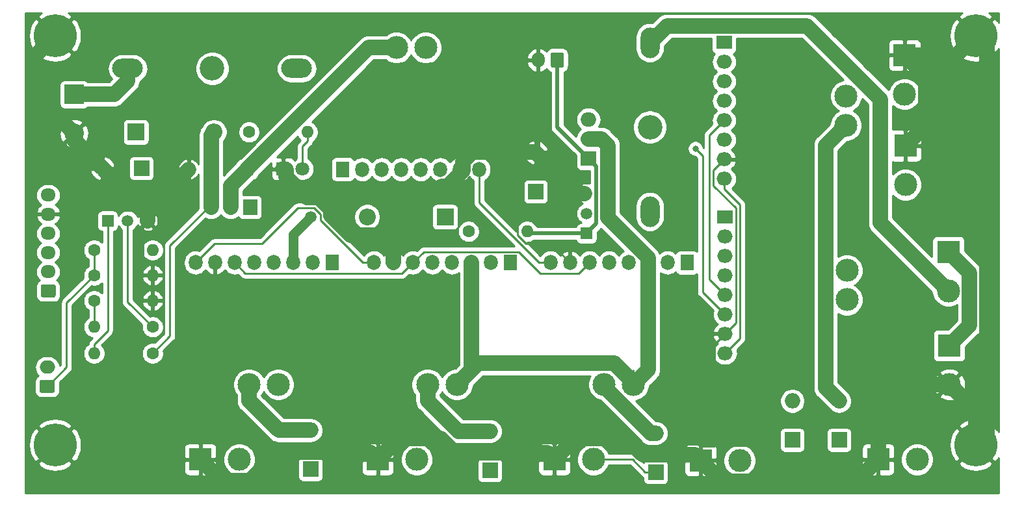
<source format=gbl>
G04 #@! TF.GenerationSoftware,KiCad,Pcbnew,(5.1.9)-1*
G04 #@! TF.CreationDate,2021-07-22T19:31:00+02:00*
G04 #@! TF.ProjectId,charge_pcb,63686172-6765-45f7-9063-622e6b696361,rev?*
G04 #@! TF.SameCoordinates,Original*
G04 #@! TF.FileFunction,Copper,L2,Bot*
G04 #@! TF.FilePolarity,Positive*
%FSLAX46Y46*%
G04 Gerber Fmt 4.6, Leading zero omitted, Abs format (unit mm)*
G04 Created by KiCad (PCBNEW (5.1.9)-1) date 2021-07-22 19:31:00*
%MOMM*%
%LPD*%
G01*
G04 APERTURE LIST*
G04 #@! TA.AperFunction,ComponentPad*
%ADD10O,2.200000X2.200000*%
G04 #@! TD*
G04 #@! TA.AperFunction,ComponentPad*
%ADD11R,2.200000X2.200000*%
G04 #@! TD*
G04 #@! TA.AperFunction,ComponentPad*
%ADD12O,2.000000X2.000000*%
G04 #@! TD*
G04 #@! TA.AperFunction,ComponentPad*
%ADD13R,2.000000X2.000000*%
G04 #@! TD*
G04 #@! TA.AperFunction,ComponentPad*
%ADD14C,3.000000*%
G04 #@! TD*
G04 #@! TA.AperFunction,ComponentPad*
%ADD15R,3.000000X3.000000*%
G04 #@! TD*
G04 #@! TA.AperFunction,ComponentPad*
%ADD16C,3.200000*%
G04 #@! TD*
G04 #@! TA.AperFunction,ComponentPad*
%ADD17O,2.499360X4.000500*%
G04 #@! TD*
G04 #@! TA.AperFunction,ComponentPad*
%ADD18O,2.000000X1.800000*%
G04 #@! TD*
G04 #@! TA.AperFunction,ComponentPad*
%ADD19O,3.000000X3.000000*%
G04 #@! TD*
G04 #@! TA.AperFunction,ComponentPad*
%ADD20R,2.000000X1.800000*%
G04 #@! TD*
G04 #@! TA.AperFunction,ComponentPad*
%ADD21O,1.800000X2.000000*%
G04 #@! TD*
G04 #@! TA.AperFunction,ComponentPad*
%ADD22R,1.800000X2.000000*%
G04 #@! TD*
G04 #@! TA.AperFunction,ComponentPad*
%ADD23O,1.950000X1.700000*%
G04 #@! TD*
G04 #@! TA.AperFunction,ComponentPad*
%ADD24O,2.000000X1.700000*%
G04 #@! TD*
G04 #@! TA.AperFunction,ConnectorPad*
%ADD25C,5.600000*%
G04 #@! TD*
G04 #@! TA.AperFunction,ComponentPad*
%ADD26C,3.600000*%
G04 #@! TD*
G04 #@! TA.AperFunction,ComponentPad*
%ADD27O,1.600000X1.600000*%
G04 #@! TD*
G04 #@! TA.AperFunction,ComponentPad*
%ADD28C,1.600000*%
G04 #@! TD*
G04 #@! TA.AperFunction,ComponentPad*
%ADD29O,1.905000X2.000000*%
G04 #@! TD*
G04 #@! TA.AperFunction,ComponentPad*
%ADD30R,1.905000X2.000000*%
G04 #@! TD*
G04 #@! TA.AperFunction,ComponentPad*
%ADD31O,2.000000X1.905000*%
G04 #@! TD*
G04 #@! TA.AperFunction,ComponentPad*
%ADD32R,2.000000X1.905000*%
G04 #@! TD*
G04 #@! TA.AperFunction,ComponentPad*
%ADD33O,1.700000X2.000000*%
G04 #@! TD*
G04 #@! TA.AperFunction,ComponentPad*
%ADD34C,1.800000*%
G04 #@! TD*
G04 #@! TA.AperFunction,ComponentPad*
%ADD35R,1.800000X1.800000*%
G04 #@! TD*
G04 #@! TA.AperFunction,ComponentPad*
%ADD36R,1.500000X1.500000*%
G04 #@! TD*
G04 #@! TA.AperFunction,ComponentPad*
%ADD37C,1.500000*%
G04 #@! TD*
G04 #@! TA.AperFunction,ComponentPad*
%ADD38O,4.000500X2.499360*%
G04 #@! TD*
G04 #@! TA.AperFunction,ComponentPad*
%ADD39R,1.600000X1.600000*%
G04 #@! TD*
G04 #@! TA.AperFunction,ComponentPad*
%ADD40C,1.501140*%
G04 #@! TD*
G04 #@! TA.AperFunction,ComponentPad*
%ADD41C,2.540000*%
G04 #@! TD*
G04 #@! TA.AperFunction,ComponentPad*
%ADD42R,2.540000X2.540000*%
G04 #@! TD*
G04 #@! TA.AperFunction,ViaPad*
%ADD43C,0.800000*%
G04 #@! TD*
G04 #@! TA.AperFunction,Conductor*
%ADD44C,0.254000*%
G04 #@! TD*
G04 #@! TA.AperFunction,Conductor*
%ADD45C,2.000000*%
G04 #@! TD*
G04 #@! TA.AperFunction,Conductor*
%ADD46C,0.500000*%
G04 #@! TD*
G04 #@! TA.AperFunction,Conductor*
%ADD47C,1.250000*%
G04 #@! TD*
G04 #@! TA.AperFunction,Conductor*
%ADD48C,0.100000*%
G04 #@! TD*
G04 APERTURE END LIST*
D10*
X129921000Y-88519000D03*
D11*
X140081000Y-88519000D03*
D10*
X109982000Y-77470000D03*
D11*
X99822000Y-77470000D03*
D12*
X151892000Y-80137000D03*
D13*
X151892000Y-85217000D03*
D14*
X113284000Y-120142000D03*
D15*
X108204000Y-120142000D03*
D16*
X166751000Y-76835000D03*
D17*
X166751000Y-65834260D03*
X166751000Y-87835740D03*
D12*
X185293000Y-112522000D03*
D13*
X185293000Y-117602000D03*
D12*
X167513000Y-116713000D03*
D13*
X167513000Y-121793000D03*
D12*
X145923000Y-116459000D03*
D13*
X145923000Y-121539000D03*
D12*
X122555000Y-116332000D03*
D13*
X122555000Y-121412000D03*
D18*
X176530000Y-106299000D03*
D19*
X192405000Y-95504000D03*
D18*
X176530000Y-103759000D03*
D19*
X192405000Y-99314000D03*
D18*
X176530000Y-101219000D03*
X176530000Y-98679000D03*
X176530000Y-96139000D03*
X176530000Y-93599000D03*
X176530000Y-91059000D03*
D20*
X176530000Y-88519000D03*
D21*
X153797000Y-94488000D03*
D19*
X164592000Y-110363000D03*
D21*
X156337000Y-94488000D03*
D19*
X160782000Y-110363000D03*
D21*
X158877000Y-94488000D03*
X161417000Y-94488000D03*
X163957000Y-94488000D03*
X166497000Y-94488000D03*
X169037000Y-94488000D03*
D22*
X171577000Y-94488000D03*
D21*
X130810000Y-94488000D03*
D19*
X141605000Y-110363000D03*
D21*
X133350000Y-94488000D03*
D19*
X137795000Y-110363000D03*
D21*
X135890000Y-94488000D03*
X138430000Y-94488000D03*
X140970000Y-94488000D03*
X143510000Y-94488000D03*
X146050000Y-94488000D03*
D22*
X148590000Y-94488000D03*
D21*
X107569000Y-94488000D03*
D19*
X118364000Y-110363000D03*
D21*
X110109000Y-94488000D03*
D19*
X114554000Y-110363000D03*
D21*
X112649000Y-94488000D03*
X115189000Y-94488000D03*
X117729000Y-94488000D03*
X120269000Y-94488000D03*
X122809000Y-94488000D03*
D22*
X125349000Y-94488000D03*
D18*
X176403000Y-83566000D03*
D19*
X192278000Y-72771000D03*
D18*
X176403000Y-81026000D03*
D19*
X192278000Y-76581000D03*
D18*
X176403000Y-78486000D03*
X176403000Y-75946000D03*
X176403000Y-73406000D03*
X176403000Y-70866000D03*
X176403000Y-68326000D03*
D20*
X176403000Y-65786000D03*
D14*
X199923000Y-72517000D03*
D15*
X199923000Y-67437000D03*
D14*
X200025000Y-84328000D03*
D15*
X200025000Y-79248000D03*
D14*
X201549000Y-120142000D03*
D15*
X196469000Y-120142000D03*
D14*
X178435000Y-120269000D03*
D15*
X173355000Y-120269000D03*
D14*
X159385000Y-120142000D03*
D15*
X154305000Y-120142000D03*
D14*
X136398000Y-120142000D03*
D15*
X131318000Y-120142000D03*
D23*
X88392000Y-85671000D03*
X88392000Y-88171000D03*
X88392000Y-90671000D03*
X88392000Y-93171000D03*
X88392000Y-95671000D03*
G04 #@! TA.AperFunction,ComponentPad*
G36*
G01*
X89117000Y-99021000D02*
X87667000Y-99021000D01*
G75*
G02*
X87417000Y-98771000I0J250000D01*
G01*
X87417000Y-97571000D01*
G75*
G02*
X87667000Y-97321000I250000J0D01*
G01*
X89117000Y-97321000D01*
G75*
G02*
X89367000Y-97571000I0J-250000D01*
G01*
X89367000Y-98771000D01*
G75*
G02*
X89117000Y-99021000I-250000J0D01*
G01*
G37*
G04 #@! TD.AperFunction*
D24*
X88265000Y-108117000D03*
G04 #@! TA.AperFunction,ComponentPad*
G36*
G01*
X89015000Y-111467000D02*
X87515000Y-111467000D01*
G75*
G02*
X87265000Y-111217000I0J250000D01*
G01*
X87265000Y-110017000D01*
G75*
G02*
X87515000Y-109767000I250000J0D01*
G01*
X89015000Y-109767000D01*
G75*
G02*
X89265000Y-110017000I0J-250000D01*
G01*
X89265000Y-111217000D01*
G75*
G02*
X89015000Y-111467000I-250000J0D01*
G01*
G37*
G04 #@! TD.AperFunction*
D12*
X191389000Y-112522000D03*
D13*
X191389000Y-117602000D03*
D21*
X144526000Y-82321400D03*
D19*
X133731000Y-66446400D03*
D21*
X141986000Y-82321400D03*
D19*
X137541000Y-66446400D03*
D21*
X139446000Y-82321400D03*
X136906000Y-82321400D03*
X134366000Y-82321400D03*
X131826000Y-82321400D03*
X129286000Y-82321400D03*
D22*
X126746000Y-82321400D03*
D25*
X209169000Y-64897000D03*
D26*
X209169000Y-64897000D03*
D25*
X89289000Y-118237000D03*
D26*
X89289000Y-118237000D03*
D25*
X209169000Y-118237000D03*
D26*
X209169000Y-118237000D03*
D25*
X89289000Y-64897000D03*
D26*
X89289000Y-64897000D03*
D27*
X101981000Y-99441000D03*
D28*
X94361000Y-99441000D03*
D14*
X205613000Y-98171000D03*
D15*
X205613000Y-93091000D03*
D14*
X205740000Y-110363000D03*
D15*
X205740000Y-105283000D03*
D29*
X109601000Y-87249000D03*
X112141000Y-87249000D03*
D30*
X114681000Y-87249000D03*
D31*
X158750000Y-75819000D03*
X158750000Y-78359000D03*
D32*
X158750000Y-80899000D03*
D27*
X101981000Y-96139000D03*
D28*
X94361000Y-96139000D03*
D33*
X152186000Y-68072000D03*
G04 #@! TA.AperFunction,ComponentPad*
G36*
G01*
X155536000Y-67322000D02*
X155536000Y-68822000D01*
G75*
G02*
X155286000Y-69072000I-250000J0D01*
G01*
X154086000Y-69072000D01*
G75*
G02*
X153836000Y-68822000I0J250000D01*
G01*
X153836000Y-67322000D01*
G75*
G02*
X154086000Y-67072000I250000J0D01*
G01*
X155286000Y-67072000D01*
G75*
G02*
X155536000Y-67322000I0J-250000D01*
G01*
G37*
G04 #@! TD.AperFunction*
D34*
X121499000Y-82267000D03*
D35*
X118959000Y-82267000D03*
D27*
X122174000Y-77470000D03*
D28*
X114554000Y-77470000D03*
D27*
X150749000Y-90424000D03*
D28*
X143129000Y-90424000D03*
D27*
X101981000Y-92837000D03*
D28*
X94361000Y-92837000D03*
D27*
X94361000Y-106299000D03*
D28*
X101981000Y-106299000D03*
D27*
X94361000Y-102870000D03*
D28*
X101981000Y-102870000D03*
D36*
X158496000Y-90678000D03*
D37*
X158496000Y-85478000D03*
X158496000Y-88078000D03*
D36*
X96139000Y-89027000D03*
D37*
X101339000Y-89027000D03*
X98739000Y-89027000D03*
D16*
X109749000Y-69167000D03*
D38*
X98748260Y-69167000D03*
X120749740Y-69167000D03*
D27*
X106699000Y-82307000D03*
D39*
X114319000Y-82307000D03*
D12*
X95459000Y-82187000D03*
D13*
X100539000Y-82187000D03*
D40*
X125095000Y-88519000D03*
X122555000Y-88519000D03*
D41*
X91769000Y-77647000D03*
D42*
X91769000Y-72567000D03*
D43*
X172676600Y-79614600D03*
D44*
X149513900Y-80887900D02*
X149513900Y-90874700D01*
X149513900Y-90874700D02*
X150605900Y-91966700D01*
X150605900Y-91966700D02*
X153815700Y-91966700D01*
X153815700Y-91966700D02*
X156337000Y-94488000D01*
X151892000Y-80137000D02*
X150264800Y-80137000D01*
X150264800Y-80137000D02*
X149513900Y-80887900D01*
X141986000Y-82321400D02*
X143419500Y-80887900D01*
X143419500Y-80887900D02*
X149513900Y-80887900D01*
X153273300Y-80137000D02*
X153273300Y-80255300D01*
X153273300Y-80255300D02*
X158496000Y-85478000D01*
X151892000Y-80137000D02*
X153273300Y-80137000D01*
X173355000Y-120269000D02*
X173355000Y-118387700D01*
X175140900Y-118348300D02*
X181596300Y-118348300D01*
X181596300Y-118348300D02*
X183390000Y-120142000D01*
X183390000Y-120142000D02*
X196469000Y-120142000D01*
X173355000Y-118387700D02*
X175101500Y-118387700D01*
X175101500Y-118387700D02*
X175140900Y-118348300D01*
X175140900Y-118348300D02*
X175140900Y-105148100D01*
X175140900Y-105148100D02*
X176530000Y-103759000D01*
X133350000Y-90957400D02*
X127533400Y-90957400D01*
X127533400Y-90957400D02*
X125095000Y-88519000D01*
X141986000Y-82321400D02*
X133350000Y-90957400D01*
X133350000Y-90957400D02*
X133350000Y-94488000D01*
X125095000Y-88519000D02*
X120124300Y-83548300D01*
X120124300Y-83548300D02*
X118959000Y-83548300D01*
X100765100Y-89027000D02*
X101339000Y-89027000D01*
X95459000Y-83568300D02*
X100765100Y-88874400D01*
X100765100Y-88874400D02*
X100765100Y-89027000D01*
X100765100Y-89027000D02*
X100765100Y-93741800D01*
X100765100Y-93741800D02*
X101981000Y-94957700D01*
X101981000Y-96139000D02*
X101981000Y-94957700D01*
X88392000Y-88171000D02*
X90856300Y-88171000D01*
X90856300Y-88171000D02*
X95459000Y-83568300D01*
X95459000Y-82187000D02*
X95459000Y-83568300D01*
X101981000Y-96139000D02*
X101981000Y-99441000D01*
X118959000Y-82267000D02*
X118959000Y-83548300D01*
D45*
X86489001Y-72367001D02*
X91769000Y-77647000D01*
X86489001Y-67696999D02*
X86489001Y-72367001D01*
X89289000Y-64897000D02*
X86489001Y-67696999D01*
X91769000Y-78497000D02*
X95459000Y-82187000D01*
X91769000Y-77647000D02*
X91769000Y-78497000D01*
X101339000Y-88067000D02*
X101339000Y-89027000D01*
X95459000Y-82187000D02*
X101339000Y-88067000D01*
X101339000Y-87667000D02*
X106699000Y-82307000D01*
X101339000Y-89027000D02*
X101339000Y-87667000D01*
X209169000Y-113792000D02*
X205740000Y-110363000D01*
X209169000Y-118237000D02*
X209169000Y-113792000D01*
X205740000Y-110363000D02*
X200279000Y-110363000D01*
X196469000Y-114173000D02*
X196469000Y-120142000D01*
X200279000Y-110363000D02*
X196469000Y-114173000D01*
X176109001Y-123023001D02*
X173355000Y-120269000D01*
X193587999Y-123023001D02*
X176109001Y-123023001D01*
X196469000Y-120142000D02*
X193587999Y-123023001D01*
X157059001Y-117387999D02*
X154305000Y-120142000D01*
X163679742Y-117387999D02*
X157059001Y-117387999D01*
X165830742Y-119538999D02*
X163679742Y-117387999D01*
X172624999Y-119538999D02*
X165830742Y-119538999D01*
X173355000Y-120269000D02*
X172624999Y-119538999D01*
X110958001Y-122896001D02*
X108204000Y-120142000D01*
X114605921Y-122896001D02*
X110958001Y-122896001D01*
X118343923Y-119157999D02*
X114605921Y-122896001D01*
X130333999Y-119157999D02*
X118343923Y-119157999D01*
X131318000Y-120142000D02*
X130333999Y-119157999D01*
X206629000Y-67437000D02*
X209169000Y-64897000D01*
X199923000Y-67437000D02*
X206629000Y-67437000D01*
X202677001Y-76595999D02*
X200025000Y-79248000D01*
X202677001Y-70191001D02*
X202677001Y-76595999D01*
X199923000Y-67437000D02*
X202677001Y-70191001D01*
X151822390Y-80067390D02*
X151892000Y-80137000D01*
X143633780Y-80067390D02*
X151822390Y-80067390D01*
X142371990Y-81329180D02*
X143633780Y-80067390D01*
X142371990Y-82541640D02*
X142371990Y-81329180D01*
X140338220Y-84575410D02*
X142371990Y-82541640D01*
X139567388Y-84575410D02*
X140338220Y-84575410D01*
X133350000Y-90792798D02*
X139567388Y-84575410D01*
X133350000Y-94488000D02*
X133350000Y-90792798D01*
X119344999Y-82387999D02*
X119224000Y-82267000D01*
X119344999Y-83300921D02*
X119344999Y-82387999D01*
X119224000Y-82267000D02*
X118959000Y-82267000D01*
X123602332Y-85999490D02*
X122043568Y-85999490D01*
X125206009Y-87603167D02*
X123602332Y-85999490D01*
X125206009Y-88338567D02*
X125206009Y-87603167D01*
X127740443Y-90873001D02*
X125206009Y-88338567D01*
X122043568Y-85999490D02*
X119344999Y-83300921D01*
X133269797Y-90873001D02*
X127740443Y-90873001D01*
X133350000Y-90792798D02*
X133269797Y-90873001D01*
X157233000Y-85478000D02*
X158258890Y-85478000D01*
X151892000Y-80137000D02*
X157233000Y-85478000D01*
D46*
X152186000Y-79843000D02*
X151892000Y-80137000D01*
X152186000Y-68072000D02*
X152186000Y-79843000D01*
D44*
X175021990Y-82407010D02*
X176403000Y-81026000D01*
X177953500Y-87356698D02*
X175021990Y-84425188D01*
X177953500Y-102335500D02*
X177953500Y-87356698D01*
X175021990Y-84425188D02*
X175021990Y-82407010D01*
X176530000Y-103759000D02*
X177953500Y-102335500D01*
D45*
X153447999Y-119284999D02*
X154305000Y-120142000D01*
X141408029Y-119284999D02*
X153447999Y-119284999D01*
X139511029Y-117387999D02*
X141408029Y-119284999D01*
X134072001Y-117387999D02*
X139511029Y-117387999D01*
X131318000Y-120142000D02*
X134072001Y-117387999D01*
X210621011Y-116784989D02*
X209169000Y-118237000D01*
X210621011Y-66349011D02*
X210621011Y-116784989D01*
X209169000Y-64897000D02*
X210621011Y-66349011D01*
D44*
X98748300Y-69167000D02*
X98748300Y-70798000D01*
D45*
X91769000Y-72567000D02*
X96979300Y-72567000D01*
D44*
X96979300Y-72567000D02*
X98748300Y-70798000D01*
D45*
X96979300Y-72567000D02*
X96979300Y-72565700D01*
X98748260Y-70796740D02*
X98748260Y-69167000D01*
X96979300Y-72565700D02*
X98748260Y-70796740D01*
D44*
X109601000Y-86887700D02*
X104228600Y-92260100D01*
X104228600Y-92260100D02*
X104228600Y-104051400D01*
X104228600Y-104051400D02*
X101981000Y-106299000D01*
X109601000Y-86558300D02*
X109601000Y-85867700D01*
X109601000Y-87249000D02*
X109601000Y-86887700D01*
X109601000Y-86558300D02*
X109601000Y-86887700D01*
X109982000Y-77470000D02*
X109982000Y-85486700D01*
X109982000Y-85486700D02*
X109601000Y-85867700D01*
D45*
X109601000Y-77851000D02*
X109601000Y-87249000D01*
X109982000Y-77470000D02*
X109601000Y-77851000D01*
X112141000Y-84485000D02*
X112141000Y-87249000D01*
X114319000Y-82307000D02*
X112141000Y-84485000D01*
X130157678Y-66446400D02*
X133731000Y-66446400D01*
X114319000Y-82285078D02*
X130157678Y-66446400D01*
X114319000Y-82307000D02*
X114319000Y-82285078D01*
X196762590Y-89320590D02*
X205613000Y-98171000D01*
X196762590Y-73179668D02*
X196762590Y-89320590D01*
X187214921Y-63631999D02*
X196762590Y-73179668D01*
X168953261Y-63631999D02*
X187214921Y-63631999D01*
X166751000Y-65834260D02*
X168953261Y-63631999D01*
D44*
X94361000Y-102870000D02*
X94361000Y-99441000D01*
X94361000Y-96139000D02*
X90793000Y-99707000D01*
X90793000Y-99707000D02*
X90793000Y-108089000D01*
X90793000Y-108089000D02*
X88265000Y-110617000D01*
X94361000Y-96139000D02*
X94361000Y-92837000D01*
D45*
X208367001Y-102655999D02*
X205740000Y-105283000D01*
X208367001Y-95845001D02*
X208367001Y-102655999D01*
X205613000Y-93091000D02*
X208367001Y-95845001D01*
D44*
X94361000Y-106299000D02*
X94361000Y-105117700D01*
X96139000Y-89027000D02*
X96139000Y-103339700D01*
X96139000Y-103339700D02*
X94361000Y-105117700D01*
X98739000Y-89027000D02*
X98739000Y-99628000D01*
X98739000Y-99628000D02*
X101981000Y-102870000D01*
X144526000Y-82321400D02*
X144526000Y-86678000D01*
X144526000Y-86678000D02*
X152336000Y-94488000D01*
X152336000Y-94488000D02*
X152515700Y-94488000D01*
X130810000Y-94488000D02*
X129402400Y-94488000D01*
X129402400Y-94488000D02*
X123825000Y-88910600D01*
X123825000Y-88910600D02*
X123825000Y-88175200D01*
X123825000Y-88175200D02*
X123030300Y-87380500D01*
X123030300Y-87380500D02*
X120870200Y-87380500D01*
X120870200Y-87380500D02*
X116259000Y-91991700D01*
X116259000Y-91991700D02*
X110065300Y-91991700D01*
X110065300Y-91991700D02*
X107569000Y-94488000D01*
X176530000Y-106299000D02*
X178461800Y-104367200D01*
X178461800Y-104367200D02*
X178461800Y-86906100D01*
X178461800Y-86906100D02*
X176403000Y-84847300D01*
X176403000Y-83566000D02*
X176403000Y-84847300D01*
X153797000Y-94488000D02*
X152515700Y-94488000D01*
X122174000Y-77470000D02*
X122174000Y-78651300D01*
X121499000Y-82267000D02*
X121499000Y-79326300D01*
X121499000Y-79326300D02*
X122174000Y-78651300D01*
D46*
X159762900Y-81911900D02*
X158750000Y-80899000D01*
X159762900Y-89411100D02*
X159762900Y-81911900D01*
X158496000Y-90678000D02*
X159762900Y-89411100D01*
X151003000Y-90678000D02*
X150749000Y-90424000D01*
X158496000Y-90678000D02*
X151003000Y-90678000D01*
X154686000Y-76835000D02*
X158750000Y-80899000D01*
X154686000Y-68072000D02*
X154686000Y-76835000D01*
D45*
X141769680Y-116459000D02*
X145923000Y-116459000D01*
X137795000Y-112484320D02*
X141769680Y-116459000D01*
X137795000Y-110363000D02*
X137795000Y-112484320D01*
D44*
X164592000Y-110363000D02*
X164592000Y-108481700D01*
D45*
X143510000Y-108458000D02*
X143510000Y-94488000D01*
X141605000Y-110363000D02*
X143510000Y-108458000D01*
X164592000Y-110097078D02*
X164592000Y-110363000D01*
X162103921Y-107608999D02*
X164592000Y-110097078D01*
X144359001Y-107608999D02*
X162103921Y-107608999D01*
X141605000Y-110363000D02*
X144359001Y-107608999D01*
X166497000Y-108458000D02*
X166497000Y-94488000D01*
X164592000Y-110363000D02*
X166497000Y-108458000D01*
X161266910Y-79206208D02*
X160419702Y-78359000D01*
X161266910Y-88651680D02*
X161266910Y-79206208D01*
X160419702Y-78359000D02*
X158750000Y-78359000D01*
X166497000Y-93881770D02*
X161266910Y-88651680D01*
X166497000Y-94488000D02*
X166497000Y-93881770D01*
D47*
X120269000Y-90805000D02*
X120269000Y-94488000D01*
X122555000Y-88519000D02*
X120269000Y-90805000D01*
D45*
X189650999Y-110783999D02*
X191389000Y-112522000D01*
X189650999Y-79208001D02*
X189650999Y-110783999D01*
X192278000Y-76581000D02*
X189650999Y-79208001D01*
X118401680Y-116332000D02*
X122555000Y-116332000D01*
X114554000Y-112484320D02*
X118401680Y-116332000D01*
X114554000Y-110363000D02*
X114554000Y-112484320D01*
D44*
X173620300Y-98309300D02*
X176530000Y-101219000D01*
X173620300Y-80558300D02*
X172676600Y-79614600D01*
X173620300Y-98309300D02*
X173620300Y-80558300D01*
X176403000Y-75946000D02*
X174491600Y-77857400D01*
X174491600Y-77857400D02*
X174491600Y-96640600D01*
X174491600Y-96640600D02*
X176530000Y-98679000D01*
X112649000Y-94488000D02*
X114063500Y-95902500D01*
X114063500Y-95902500D02*
X134475500Y-95902500D01*
X134475500Y-95902500D02*
X135890000Y-94488000D01*
X135890000Y-94488000D02*
X137280200Y-93097800D01*
X137280200Y-93097800D02*
X149639700Y-93097800D01*
X149639700Y-93097800D02*
X152434600Y-95892700D01*
X152434600Y-95892700D02*
X157472300Y-95892700D01*
X157472300Y-95892700D02*
X158877000Y-94488000D01*
D45*
X166866078Y-116713000D02*
X167513000Y-116713000D01*
X160782000Y-110628922D02*
X166866078Y-116713000D01*
X160782000Y-110363000D02*
X160782000Y-110628922D01*
D44*
X167513000Y-121793000D02*
X166131700Y-121793000D01*
X159385000Y-120142000D02*
X164480700Y-120142000D01*
X164480700Y-120142000D02*
X166131700Y-121793000D01*
X87378470Y-62022361D02*
X87364308Y-62031823D01*
X87052124Y-62480519D01*
X89289000Y-64717395D01*
X91525876Y-62480519D01*
X91213692Y-62031823D01*
X91018740Y-61927000D01*
X207437941Y-61927000D01*
X207258470Y-62022361D01*
X207244308Y-62031823D01*
X206932124Y-62480519D01*
X209169000Y-64717395D01*
X211405876Y-62480519D01*
X211093692Y-62031823D01*
X210898740Y-61927000D01*
X212142001Y-61927000D01*
X212142001Y-63171589D01*
X212043639Y-62986470D01*
X212034177Y-62972308D01*
X211585481Y-62660124D01*
X209348605Y-64897000D01*
X211585481Y-67133876D01*
X212034177Y-66821692D01*
X212142001Y-66621159D01*
X212142000Y-116511587D01*
X212043639Y-116326470D01*
X212034177Y-116312308D01*
X211585481Y-116000124D01*
X209348605Y-118237000D01*
X211585481Y-120473876D01*
X212034177Y-120161692D01*
X212142000Y-119961161D01*
X212142000Y-124507000D01*
X85419000Y-124507000D01*
X85419000Y-120653481D01*
X87052124Y-120653481D01*
X87364308Y-121102177D01*
X87960259Y-121422612D01*
X88607273Y-121620626D01*
X89280484Y-121688610D01*
X89765995Y-121642000D01*
X106065928Y-121642000D01*
X106078188Y-121766482D01*
X106114498Y-121886180D01*
X106173463Y-121996494D01*
X106252815Y-122093185D01*
X106349506Y-122172537D01*
X106459820Y-122231502D01*
X106579518Y-122267812D01*
X106704000Y-122280072D01*
X107918250Y-122277000D01*
X108077000Y-122118250D01*
X108077000Y-120269000D01*
X108331000Y-120269000D01*
X108331000Y-122118250D01*
X108489750Y-122277000D01*
X109704000Y-122280072D01*
X109828482Y-122267812D01*
X109948180Y-122231502D01*
X110058494Y-122172537D01*
X110155185Y-122093185D01*
X110234537Y-121996494D01*
X110293502Y-121886180D01*
X110329812Y-121766482D01*
X110342072Y-121642000D01*
X110339000Y-120427750D01*
X110180250Y-120269000D01*
X108331000Y-120269000D01*
X108077000Y-120269000D01*
X106227750Y-120269000D01*
X106069000Y-120427750D01*
X106065928Y-121642000D01*
X89765995Y-121642000D01*
X89954023Y-121623949D01*
X90602006Y-121429130D01*
X91199530Y-121111639D01*
X91213692Y-121102177D01*
X91525876Y-120653481D01*
X89289000Y-118416605D01*
X87052124Y-120653481D01*
X85419000Y-120653481D01*
X85419000Y-118228484D01*
X85837390Y-118228484D01*
X85902051Y-118902023D01*
X86096870Y-119550006D01*
X86414361Y-120147530D01*
X86423823Y-120161692D01*
X86872519Y-120473876D01*
X89109395Y-118237000D01*
X89468605Y-118237000D01*
X91705481Y-120473876D01*
X92154177Y-120161692D01*
X92474612Y-119565741D01*
X92672626Y-118918727D01*
X92700571Y-118642000D01*
X106065928Y-118642000D01*
X106069000Y-119856250D01*
X106227750Y-120015000D01*
X108077000Y-120015000D01*
X108077000Y-118165750D01*
X108331000Y-118165750D01*
X108331000Y-120015000D01*
X110180250Y-120015000D01*
X110263529Y-119931721D01*
X111149000Y-119931721D01*
X111149000Y-120352279D01*
X111231047Y-120764756D01*
X111391988Y-121153302D01*
X111625637Y-121502983D01*
X111923017Y-121800363D01*
X112272698Y-122034012D01*
X112661244Y-122194953D01*
X113073721Y-122277000D01*
X113494279Y-122277000D01*
X113906756Y-122194953D01*
X114295302Y-122034012D01*
X114644983Y-121800363D01*
X114942363Y-121502983D01*
X115176012Y-121153302D01*
X115336953Y-120764756D01*
X115407120Y-120412000D01*
X120916928Y-120412000D01*
X120916928Y-122412000D01*
X120929188Y-122536482D01*
X120965498Y-122656180D01*
X121024463Y-122766494D01*
X121103815Y-122863185D01*
X121200506Y-122942537D01*
X121310820Y-123001502D01*
X121430518Y-123037812D01*
X121555000Y-123050072D01*
X123555000Y-123050072D01*
X123679482Y-123037812D01*
X123799180Y-123001502D01*
X123909494Y-122942537D01*
X124006185Y-122863185D01*
X124085537Y-122766494D01*
X124144502Y-122656180D01*
X124180812Y-122536482D01*
X124193072Y-122412000D01*
X124193072Y-121642000D01*
X129179928Y-121642000D01*
X129192188Y-121766482D01*
X129228498Y-121886180D01*
X129287463Y-121996494D01*
X129366815Y-122093185D01*
X129463506Y-122172537D01*
X129573820Y-122231502D01*
X129693518Y-122267812D01*
X129818000Y-122280072D01*
X131032250Y-122277000D01*
X131191000Y-122118250D01*
X131191000Y-120269000D01*
X131445000Y-120269000D01*
X131445000Y-122118250D01*
X131603750Y-122277000D01*
X132818000Y-122280072D01*
X132942482Y-122267812D01*
X133062180Y-122231502D01*
X133172494Y-122172537D01*
X133269185Y-122093185D01*
X133348537Y-121996494D01*
X133407502Y-121886180D01*
X133443812Y-121766482D01*
X133456072Y-121642000D01*
X133453000Y-120427750D01*
X133294250Y-120269000D01*
X131445000Y-120269000D01*
X131191000Y-120269000D01*
X129341750Y-120269000D01*
X129183000Y-120427750D01*
X129179928Y-121642000D01*
X124193072Y-121642000D01*
X124193072Y-120412000D01*
X124180812Y-120287518D01*
X124144502Y-120167820D01*
X124085537Y-120057506D01*
X124006185Y-119960815D01*
X123909494Y-119881463D01*
X123799180Y-119822498D01*
X123679482Y-119786188D01*
X123555000Y-119773928D01*
X121555000Y-119773928D01*
X121430518Y-119786188D01*
X121310820Y-119822498D01*
X121200506Y-119881463D01*
X121103815Y-119960815D01*
X121024463Y-120057506D01*
X120965498Y-120167820D01*
X120929188Y-120287518D01*
X120916928Y-120412000D01*
X115407120Y-120412000D01*
X115419000Y-120352279D01*
X115419000Y-119931721D01*
X115336953Y-119519244D01*
X115176012Y-119130698D01*
X114942363Y-118781017D01*
X114803346Y-118642000D01*
X129179928Y-118642000D01*
X129183000Y-119856250D01*
X129341750Y-120015000D01*
X131191000Y-120015000D01*
X131191000Y-118165750D01*
X131445000Y-118165750D01*
X131445000Y-120015000D01*
X133294250Y-120015000D01*
X133377529Y-119931721D01*
X134263000Y-119931721D01*
X134263000Y-120352279D01*
X134345047Y-120764756D01*
X134505988Y-121153302D01*
X134739637Y-121502983D01*
X135037017Y-121800363D01*
X135386698Y-122034012D01*
X135775244Y-122194953D01*
X136187721Y-122277000D01*
X136608279Y-122277000D01*
X137020756Y-122194953D01*
X137409302Y-122034012D01*
X137758983Y-121800363D01*
X138056363Y-121502983D01*
X138290012Y-121153302D01*
X138450953Y-120764756D01*
X138495858Y-120539000D01*
X144284928Y-120539000D01*
X144284928Y-122539000D01*
X144297188Y-122663482D01*
X144333498Y-122783180D01*
X144392463Y-122893494D01*
X144471815Y-122990185D01*
X144568506Y-123069537D01*
X144678820Y-123128502D01*
X144798518Y-123164812D01*
X144923000Y-123177072D01*
X146923000Y-123177072D01*
X147047482Y-123164812D01*
X147167180Y-123128502D01*
X147277494Y-123069537D01*
X147374185Y-122990185D01*
X147453537Y-122893494D01*
X147512502Y-122783180D01*
X147548812Y-122663482D01*
X147561072Y-122539000D01*
X147561072Y-121642000D01*
X152166928Y-121642000D01*
X152179188Y-121766482D01*
X152215498Y-121886180D01*
X152274463Y-121996494D01*
X152353815Y-122093185D01*
X152450506Y-122172537D01*
X152560820Y-122231502D01*
X152680518Y-122267812D01*
X152805000Y-122280072D01*
X154019250Y-122277000D01*
X154178000Y-122118250D01*
X154178000Y-120269000D01*
X154432000Y-120269000D01*
X154432000Y-122118250D01*
X154590750Y-122277000D01*
X155805000Y-122280072D01*
X155929482Y-122267812D01*
X156049180Y-122231502D01*
X156159494Y-122172537D01*
X156256185Y-122093185D01*
X156335537Y-121996494D01*
X156394502Y-121886180D01*
X156430812Y-121766482D01*
X156443072Y-121642000D01*
X156440000Y-120427750D01*
X156281250Y-120269000D01*
X154432000Y-120269000D01*
X154178000Y-120269000D01*
X152328750Y-120269000D01*
X152170000Y-120427750D01*
X152166928Y-121642000D01*
X147561072Y-121642000D01*
X147561072Y-120539000D01*
X147548812Y-120414518D01*
X147512502Y-120294820D01*
X147453537Y-120184506D01*
X147374185Y-120087815D01*
X147277494Y-120008463D01*
X147167180Y-119949498D01*
X147047482Y-119913188D01*
X146923000Y-119900928D01*
X144923000Y-119900928D01*
X144798518Y-119913188D01*
X144678820Y-119949498D01*
X144568506Y-120008463D01*
X144471815Y-120087815D01*
X144392463Y-120184506D01*
X144333498Y-120294820D01*
X144297188Y-120414518D01*
X144284928Y-120539000D01*
X138495858Y-120539000D01*
X138533000Y-120352279D01*
X138533000Y-119931721D01*
X138450953Y-119519244D01*
X138290012Y-119130698D01*
X138056363Y-118781017D01*
X137917346Y-118642000D01*
X152166928Y-118642000D01*
X152170000Y-119856250D01*
X152328750Y-120015000D01*
X154178000Y-120015000D01*
X154178000Y-118165750D01*
X154432000Y-118165750D01*
X154432000Y-120015000D01*
X156281250Y-120015000D01*
X156364529Y-119931721D01*
X157250000Y-119931721D01*
X157250000Y-120352279D01*
X157332047Y-120764756D01*
X157492988Y-121153302D01*
X157726637Y-121502983D01*
X158024017Y-121800363D01*
X158373698Y-122034012D01*
X158762244Y-122194953D01*
X159174721Y-122277000D01*
X159595279Y-122277000D01*
X160007756Y-122194953D01*
X160396302Y-122034012D01*
X160745983Y-121800363D01*
X161043363Y-121502983D01*
X161277012Y-121153302D01*
X161380276Y-120904000D01*
X164165070Y-120904000D01*
X165566416Y-122305346D01*
X165590278Y-122334422D01*
X165663864Y-122394812D01*
X165706307Y-122429645D01*
X165777064Y-122467465D01*
X165838685Y-122500402D01*
X165874928Y-122511396D01*
X165874928Y-122793000D01*
X165887188Y-122917482D01*
X165923498Y-123037180D01*
X165982463Y-123147494D01*
X166061815Y-123244185D01*
X166158506Y-123323537D01*
X166268820Y-123382502D01*
X166388518Y-123418812D01*
X166513000Y-123431072D01*
X168513000Y-123431072D01*
X168637482Y-123418812D01*
X168757180Y-123382502D01*
X168867494Y-123323537D01*
X168964185Y-123244185D01*
X169043537Y-123147494D01*
X169102502Y-123037180D01*
X169138812Y-122917482D01*
X169151072Y-122793000D01*
X169151072Y-121769000D01*
X171216928Y-121769000D01*
X171229188Y-121893482D01*
X171265498Y-122013180D01*
X171324463Y-122123494D01*
X171403815Y-122220185D01*
X171500506Y-122299537D01*
X171610820Y-122358502D01*
X171730518Y-122394812D01*
X171855000Y-122407072D01*
X173069250Y-122404000D01*
X173228000Y-122245250D01*
X173228000Y-120396000D01*
X173482000Y-120396000D01*
X173482000Y-122245250D01*
X173640750Y-122404000D01*
X174855000Y-122407072D01*
X174979482Y-122394812D01*
X175099180Y-122358502D01*
X175209494Y-122299537D01*
X175306185Y-122220185D01*
X175385537Y-122123494D01*
X175444502Y-122013180D01*
X175480812Y-121893482D01*
X175493072Y-121769000D01*
X175490000Y-120554750D01*
X175331250Y-120396000D01*
X173482000Y-120396000D01*
X173228000Y-120396000D01*
X171378750Y-120396000D01*
X171220000Y-120554750D01*
X171216928Y-121769000D01*
X169151072Y-121769000D01*
X169151072Y-120793000D01*
X169138812Y-120668518D01*
X169102502Y-120548820D01*
X169043537Y-120438506D01*
X168964185Y-120341815D01*
X168867494Y-120262463D01*
X168757180Y-120203498D01*
X168637482Y-120167188D01*
X168513000Y-120154928D01*
X166513000Y-120154928D01*
X166388518Y-120167188D01*
X166268820Y-120203498D01*
X166158506Y-120262463D01*
X166061815Y-120341815D01*
X165982463Y-120438506D01*
X165938007Y-120521677D01*
X165045984Y-119629654D01*
X165022122Y-119600578D01*
X164906092Y-119505355D01*
X164773715Y-119434598D01*
X164630078Y-119391026D01*
X164518126Y-119380000D01*
X164518123Y-119380000D01*
X164480700Y-119376314D01*
X164443277Y-119380000D01*
X161380276Y-119380000D01*
X161277012Y-119130698D01*
X161043363Y-118781017D01*
X161031346Y-118769000D01*
X171216928Y-118769000D01*
X171220000Y-119983250D01*
X171378750Y-120142000D01*
X173228000Y-120142000D01*
X173228000Y-118292750D01*
X173482000Y-118292750D01*
X173482000Y-120142000D01*
X175331250Y-120142000D01*
X175414529Y-120058721D01*
X176300000Y-120058721D01*
X176300000Y-120479279D01*
X176382047Y-120891756D01*
X176542988Y-121280302D01*
X176776637Y-121629983D01*
X177074017Y-121927363D01*
X177423698Y-122161012D01*
X177812244Y-122321953D01*
X178224721Y-122404000D01*
X178645279Y-122404000D01*
X179057756Y-122321953D01*
X179446302Y-122161012D01*
X179795983Y-121927363D01*
X180081346Y-121642000D01*
X194330928Y-121642000D01*
X194343188Y-121766482D01*
X194379498Y-121886180D01*
X194438463Y-121996494D01*
X194517815Y-122093185D01*
X194614506Y-122172537D01*
X194724820Y-122231502D01*
X194844518Y-122267812D01*
X194969000Y-122280072D01*
X196183250Y-122277000D01*
X196342000Y-122118250D01*
X196342000Y-120269000D01*
X196596000Y-120269000D01*
X196596000Y-122118250D01*
X196754750Y-122277000D01*
X197969000Y-122280072D01*
X198093482Y-122267812D01*
X198213180Y-122231502D01*
X198323494Y-122172537D01*
X198420185Y-122093185D01*
X198499537Y-121996494D01*
X198558502Y-121886180D01*
X198594812Y-121766482D01*
X198607072Y-121642000D01*
X198604000Y-120427750D01*
X198445250Y-120269000D01*
X196596000Y-120269000D01*
X196342000Y-120269000D01*
X194492750Y-120269000D01*
X194334000Y-120427750D01*
X194330928Y-121642000D01*
X180081346Y-121642000D01*
X180093363Y-121629983D01*
X180327012Y-121280302D01*
X180487953Y-120891756D01*
X180570000Y-120479279D01*
X180570000Y-120058721D01*
X180487953Y-119646244D01*
X180327012Y-119257698D01*
X180093363Y-118908017D01*
X179795983Y-118610637D01*
X179446302Y-118376988D01*
X179057756Y-118216047D01*
X178645279Y-118134000D01*
X178224721Y-118134000D01*
X177812244Y-118216047D01*
X177423698Y-118376988D01*
X177074017Y-118610637D01*
X176776637Y-118908017D01*
X176542988Y-119257698D01*
X176382047Y-119646244D01*
X176300000Y-120058721D01*
X175414529Y-120058721D01*
X175490000Y-119983250D01*
X175493072Y-118769000D01*
X175480812Y-118644518D01*
X175444502Y-118524820D01*
X175385537Y-118414506D01*
X175306185Y-118317815D01*
X175209494Y-118238463D01*
X175099180Y-118179498D01*
X174979482Y-118143188D01*
X174855000Y-118130928D01*
X173640750Y-118134000D01*
X173482000Y-118292750D01*
X173228000Y-118292750D01*
X173069250Y-118134000D01*
X171855000Y-118130928D01*
X171730518Y-118143188D01*
X171610820Y-118179498D01*
X171500506Y-118238463D01*
X171403815Y-118317815D01*
X171324463Y-118414506D01*
X171265498Y-118524820D01*
X171229188Y-118644518D01*
X171216928Y-118769000D01*
X161031346Y-118769000D01*
X160745983Y-118483637D01*
X160396302Y-118249988D01*
X160007756Y-118089047D01*
X159595279Y-118007000D01*
X159174721Y-118007000D01*
X158762244Y-118089047D01*
X158373698Y-118249988D01*
X158024017Y-118483637D01*
X157726637Y-118781017D01*
X157492988Y-119130698D01*
X157332047Y-119519244D01*
X157250000Y-119931721D01*
X156364529Y-119931721D01*
X156440000Y-119856250D01*
X156443072Y-118642000D01*
X156430812Y-118517518D01*
X156394502Y-118397820D01*
X156335537Y-118287506D01*
X156256185Y-118190815D01*
X156159494Y-118111463D01*
X156049180Y-118052498D01*
X155929482Y-118016188D01*
X155805000Y-118003928D01*
X154590750Y-118007000D01*
X154432000Y-118165750D01*
X154178000Y-118165750D01*
X154019250Y-118007000D01*
X152805000Y-118003928D01*
X152680518Y-118016188D01*
X152560820Y-118052498D01*
X152450506Y-118111463D01*
X152353815Y-118190815D01*
X152274463Y-118287506D01*
X152215498Y-118397820D01*
X152179188Y-118517518D01*
X152166928Y-118642000D01*
X137917346Y-118642000D01*
X137758983Y-118483637D01*
X137409302Y-118249988D01*
X137020756Y-118089047D01*
X136608279Y-118007000D01*
X136187721Y-118007000D01*
X135775244Y-118089047D01*
X135386698Y-118249988D01*
X135037017Y-118483637D01*
X134739637Y-118781017D01*
X134505988Y-119130698D01*
X134345047Y-119519244D01*
X134263000Y-119931721D01*
X133377529Y-119931721D01*
X133453000Y-119856250D01*
X133456072Y-118642000D01*
X133443812Y-118517518D01*
X133407502Y-118397820D01*
X133348537Y-118287506D01*
X133269185Y-118190815D01*
X133172494Y-118111463D01*
X133062180Y-118052498D01*
X132942482Y-118016188D01*
X132818000Y-118003928D01*
X131603750Y-118007000D01*
X131445000Y-118165750D01*
X131191000Y-118165750D01*
X131032250Y-118007000D01*
X129818000Y-118003928D01*
X129693518Y-118016188D01*
X129573820Y-118052498D01*
X129463506Y-118111463D01*
X129366815Y-118190815D01*
X129287463Y-118287506D01*
X129228498Y-118397820D01*
X129192188Y-118517518D01*
X129179928Y-118642000D01*
X114803346Y-118642000D01*
X114644983Y-118483637D01*
X114295302Y-118249988D01*
X113906756Y-118089047D01*
X113494279Y-118007000D01*
X113073721Y-118007000D01*
X112661244Y-118089047D01*
X112272698Y-118249988D01*
X111923017Y-118483637D01*
X111625637Y-118781017D01*
X111391988Y-119130698D01*
X111231047Y-119519244D01*
X111149000Y-119931721D01*
X110263529Y-119931721D01*
X110339000Y-119856250D01*
X110342072Y-118642000D01*
X110329812Y-118517518D01*
X110293502Y-118397820D01*
X110234537Y-118287506D01*
X110155185Y-118190815D01*
X110058494Y-118111463D01*
X109948180Y-118052498D01*
X109828482Y-118016188D01*
X109704000Y-118003928D01*
X108489750Y-118007000D01*
X108331000Y-118165750D01*
X108077000Y-118165750D01*
X107918250Y-118007000D01*
X106704000Y-118003928D01*
X106579518Y-118016188D01*
X106459820Y-118052498D01*
X106349506Y-118111463D01*
X106252815Y-118190815D01*
X106173463Y-118287506D01*
X106114498Y-118397820D01*
X106078188Y-118517518D01*
X106065928Y-118642000D01*
X92700571Y-118642000D01*
X92740610Y-118245516D01*
X92675949Y-117571977D01*
X92481130Y-116923994D01*
X92163639Y-116326470D01*
X92154177Y-116312308D01*
X91705481Y-116000124D01*
X89468605Y-118237000D01*
X89109395Y-118237000D01*
X86872519Y-116000124D01*
X86423823Y-116312308D01*
X86103388Y-116908259D01*
X85905374Y-117555273D01*
X85837390Y-118228484D01*
X85419000Y-118228484D01*
X85419000Y-115820519D01*
X87052124Y-115820519D01*
X89289000Y-118057395D01*
X91525876Y-115820519D01*
X91213692Y-115371823D01*
X90617741Y-115051388D01*
X89970727Y-114853374D01*
X89297516Y-114785390D01*
X88623977Y-114850051D01*
X87975994Y-115044870D01*
X87378470Y-115362361D01*
X87364308Y-115371823D01*
X87052124Y-115820519D01*
X85419000Y-115820519D01*
X85419000Y-108117000D01*
X86622815Y-108117000D01*
X86651487Y-108408111D01*
X86736401Y-108688034D01*
X86874294Y-108946014D01*
X87059866Y-109172134D01*
X87123337Y-109224223D01*
X87021614Y-109278595D01*
X86887038Y-109389038D01*
X86776595Y-109523614D01*
X86694528Y-109677150D01*
X86643992Y-109843746D01*
X86626928Y-110017000D01*
X86626928Y-111217000D01*
X86643992Y-111390254D01*
X86694528Y-111556850D01*
X86776595Y-111710386D01*
X86887038Y-111844962D01*
X87021614Y-111955405D01*
X87175150Y-112037472D01*
X87341746Y-112088008D01*
X87515000Y-112105072D01*
X89015000Y-112105072D01*
X89188254Y-112088008D01*
X89354850Y-112037472D01*
X89508386Y-111955405D01*
X89642962Y-111844962D01*
X89753405Y-111710386D01*
X89835472Y-111556850D01*
X89886008Y-111390254D01*
X89903072Y-111217000D01*
X89903072Y-110152721D01*
X112419000Y-110152721D01*
X112419000Y-110573279D01*
X112501047Y-110985756D01*
X112661988Y-111374302D01*
X112895637Y-111723983D01*
X112919001Y-111747347D01*
X112919001Y-112403991D01*
X112911089Y-112484320D01*
X112942658Y-112804836D01*
X113036148Y-113113034D01*
X113036149Y-113113035D01*
X113187970Y-113397072D01*
X113392287Y-113646034D01*
X113454682Y-113697240D01*
X117188760Y-117431319D01*
X117239966Y-117493714D01*
X117488928Y-117698031D01*
X117772965Y-117849852D01*
X118081164Y-117943343D01*
X118321358Y-117967000D01*
X118321360Y-117967000D01*
X118401679Y-117974911D01*
X118481999Y-117967000D01*
X122716033Y-117967000D01*
X122795193Y-117951254D01*
X122875516Y-117943343D01*
X122952751Y-117919914D01*
X123031912Y-117904168D01*
X123106479Y-117873281D01*
X123183715Y-117849852D01*
X123254898Y-117811804D01*
X123329463Y-117780918D01*
X123396569Y-117736079D01*
X123467752Y-117698031D01*
X123530146Y-117646826D01*
X123597252Y-117601987D01*
X123654319Y-117544920D01*
X123716714Y-117493714D01*
X123767920Y-117431319D01*
X123824987Y-117374252D01*
X123869826Y-117307146D01*
X123921031Y-117244752D01*
X123959079Y-117173569D01*
X124003918Y-117106463D01*
X124034804Y-117031898D01*
X124072852Y-116960715D01*
X124096281Y-116883479D01*
X124127168Y-116808912D01*
X124142914Y-116729751D01*
X124166343Y-116652516D01*
X124174254Y-116572193D01*
X124190000Y-116493033D01*
X124190000Y-116412322D01*
X124197911Y-116332000D01*
X124190000Y-116251678D01*
X124190000Y-116170967D01*
X124174254Y-116091807D01*
X124166343Y-116011484D01*
X124142914Y-115934249D01*
X124127168Y-115855088D01*
X124096281Y-115780521D01*
X124072852Y-115703285D01*
X124034804Y-115632102D01*
X124003918Y-115557537D01*
X123959079Y-115490431D01*
X123921031Y-115419248D01*
X123869826Y-115356854D01*
X123824987Y-115289748D01*
X123767920Y-115232681D01*
X123716714Y-115170286D01*
X123654319Y-115119080D01*
X123597252Y-115062013D01*
X123530146Y-115017174D01*
X123467752Y-114965969D01*
X123396569Y-114927921D01*
X123329463Y-114883082D01*
X123254898Y-114852196D01*
X123183715Y-114814148D01*
X123106479Y-114790719D01*
X123031912Y-114759832D01*
X122952751Y-114744086D01*
X122875516Y-114720657D01*
X122795193Y-114712746D01*
X122716033Y-114697000D01*
X119078919Y-114697000D01*
X116189000Y-111807082D01*
X116189000Y-111747346D01*
X116212363Y-111723983D01*
X116446012Y-111374302D01*
X116459000Y-111342946D01*
X116471988Y-111374302D01*
X116705637Y-111723983D01*
X117003017Y-112021363D01*
X117352698Y-112255012D01*
X117741244Y-112415953D01*
X118153721Y-112498000D01*
X118574279Y-112498000D01*
X118986756Y-112415953D01*
X119375302Y-112255012D01*
X119724983Y-112021363D01*
X120022363Y-111723983D01*
X120256012Y-111374302D01*
X120416953Y-110985756D01*
X120499000Y-110573279D01*
X120499000Y-110152721D01*
X120416953Y-109740244D01*
X120256012Y-109351698D01*
X120022363Y-109002017D01*
X119724983Y-108704637D01*
X119375302Y-108470988D01*
X118986756Y-108310047D01*
X118574279Y-108228000D01*
X118153721Y-108228000D01*
X117741244Y-108310047D01*
X117352698Y-108470988D01*
X117003017Y-108704637D01*
X116705637Y-109002017D01*
X116471988Y-109351698D01*
X116459000Y-109383054D01*
X116446012Y-109351698D01*
X116212363Y-109002017D01*
X115914983Y-108704637D01*
X115565302Y-108470988D01*
X115176756Y-108310047D01*
X114764279Y-108228000D01*
X114343721Y-108228000D01*
X113931244Y-108310047D01*
X113542698Y-108470988D01*
X113193017Y-108704637D01*
X112895637Y-109002017D01*
X112661988Y-109351698D01*
X112501047Y-109740244D01*
X112419000Y-110152721D01*
X89903072Y-110152721D01*
X89903072Y-110056558D01*
X91305352Y-108654279D01*
X91334422Y-108630422D01*
X91395674Y-108555786D01*
X91429645Y-108514393D01*
X91486453Y-108408111D01*
X91500402Y-108382015D01*
X91543974Y-108238378D01*
X91555000Y-108126426D01*
X91555000Y-108126423D01*
X91558686Y-108089000D01*
X91555000Y-108051577D01*
X91555000Y-100022630D01*
X94039474Y-97538157D01*
X94219665Y-97574000D01*
X94502335Y-97574000D01*
X94779574Y-97518853D01*
X95040727Y-97410680D01*
X95275759Y-97253637D01*
X95377001Y-97152395D01*
X95377001Y-98427605D01*
X95275759Y-98326363D01*
X95040727Y-98169320D01*
X94779574Y-98061147D01*
X94502335Y-98006000D01*
X94219665Y-98006000D01*
X93942426Y-98061147D01*
X93681273Y-98169320D01*
X93446241Y-98326363D01*
X93246363Y-98526241D01*
X93089320Y-98761273D01*
X92981147Y-99022426D01*
X92926000Y-99299665D01*
X92926000Y-99582335D01*
X92981147Y-99859574D01*
X93089320Y-100120727D01*
X93246363Y-100355759D01*
X93446241Y-100555637D01*
X93599001Y-100657707D01*
X93599000Y-101653293D01*
X93446241Y-101755363D01*
X93246363Y-101955241D01*
X93089320Y-102190273D01*
X92981147Y-102451426D01*
X92926000Y-102728665D01*
X92926000Y-103011335D01*
X92981147Y-103288574D01*
X93089320Y-103549727D01*
X93246363Y-103784759D01*
X93446241Y-103984637D01*
X93681273Y-104141680D01*
X93942426Y-104249853D01*
X94116576Y-104284494D01*
X93848649Y-104552421D01*
X93819579Y-104576278D01*
X93795722Y-104605348D01*
X93795721Y-104605349D01*
X93724355Y-104692308D01*
X93653599Y-104824685D01*
X93610027Y-104968322D01*
X93598787Y-105082435D01*
X93446241Y-105184363D01*
X93246363Y-105384241D01*
X93089320Y-105619273D01*
X92981147Y-105880426D01*
X92926000Y-106157665D01*
X92926000Y-106440335D01*
X92981147Y-106717574D01*
X93089320Y-106978727D01*
X93246363Y-107213759D01*
X93446241Y-107413637D01*
X93681273Y-107570680D01*
X93942426Y-107678853D01*
X94219665Y-107734000D01*
X94502335Y-107734000D01*
X94779574Y-107678853D01*
X95040727Y-107570680D01*
X95275759Y-107413637D01*
X95475637Y-107213759D01*
X95632680Y-106978727D01*
X95740853Y-106717574D01*
X95796000Y-106440335D01*
X95796000Y-106157665D01*
X100546000Y-106157665D01*
X100546000Y-106440335D01*
X100601147Y-106717574D01*
X100709320Y-106978727D01*
X100866363Y-107213759D01*
X101066241Y-107413637D01*
X101301273Y-107570680D01*
X101562426Y-107678853D01*
X101839665Y-107734000D01*
X102122335Y-107734000D01*
X102399574Y-107678853D01*
X102660727Y-107570680D01*
X102895759Y-107413637D01*
X103095637Y-107213759D01*
X103252680Y-106978727D01*
X103360853Y-106717574D01*
X103416000Y-106440335D01*
X103416000Y-106157665D01*
X103380157Y-105977473D01*
X104740952Y-104616679D01*
X104770022Y-104592822D01*
X104865245Y-104476792D01*
X104936002Y-104344415D01*
X104979574Y-104200778D01*
X104990600Y-104088826D01*
X104990600Y-104088824D01*
X104994286Y-104051401D01*
X104990600Y-104013978D01*
X104990600Y-94312592D01*
X106034000Y-94312592D01*
X106034000Y-94663407D01*
X106056210Y-94888912D01*
X106143983Y-95178260D01*
X106286519Y-95444926D01*
X106478339Y-95678661D01*
X106712073Y-95870481D01*
X106978739Y-96013017D01*
X107268087Y-96100790D01*
X107569000Y-96130427D01*
X107869912Y-96100790D01*
X108159260Y-96013017D01*
X108425926Y-95870481D01*
X108659661Y-95678661D01*
X108845988Y-95451621D01*
X109000962Y-95649029D01*
X109229249Y-95844809D01*
X109491344Y-95992291D01*
X109744260Y-96079036D01*
X109982000Y-95958378D01*
X109982000Y-94615000D01*
X109962000Y-94615000D01*
X109962000Y-94361000D01*
X109982000Y-94361000D01*
X109982000Y-94341000D01*
X110236000Y-94341000D01*
X110236000Y-94361000D01*
X110256000Y-94361000D01*
X110256000Y-94615000D01*
X110236000Y-94615000D01*
X110236000Y-95958378D01*
X110473740Y-96079036D01*
X110726656Y-95992291D01*
X110988751Y-95844809D01*
X111217038Y-95649029D01*
X111372013Y-95451620D01*
X111558339Y-95678661D01*
X111792073Y-95870481D01*
X112058739Y-96013017D01*
X112348087Y-96100790D01*
X112649000Y-96130427D01*
X112949912Y-96100790D01*
X113129639Y-96046270D01*
X113498221Y-96414852D01*
X113522078Y-96443922D01*
X113638108Y-96539145D01*
X113770485Y-96609902D01*
X113914122Y-96653474D01*
X114026074Y-96664500D01*
X114026076Y-96664500D01*
X114063499Y-96668186D01*
X114100922Y-96664500D01*
X134438077Y-96664500D01*
X134475500Y-96668186D01*
X134512923Y-96664500D01*
X134512926Y-96664500D01*
X134624878Y-96653474D01*
X134768515Y-96609902D01*
X134900892Y-96539145D01*
X135016922Y-96443922D01*
X135040784Y-96414846D01*
X135409360Y-96046270D01*
X135589087Y-96100790D01*
X135890000Y-96130427D01*
X136190912Y-96100790D01*
X136480260Y-96013017D01*
X136746926Y-95870481D01*
X136980661Y-95678661D01*
X137160000Y-95460135D01*
X137339339Y-95678661D01*
X137573073Y-95870481D01*
X137839739Y-96013017D01*
X138129087Y-96100790D01*
X138430000Y-96130427D01*
X138730912Y-96100790D01*
X139020260Y-96013017D01*
X139286926Y-95870481D01*
X139520661Y-95678661D01*
X139700000Y-95460135D01*
X139879339Y-95678661D01*
X140113073Y-95870481D01*
X140379739Y-96013017D01*
X140669087Y-96100790D01*
X140970000Y-96130427D01*
X141270912Y-96100790D01*
X141560260Y-96013017D01*
X141826926Y-95870481D01*
X141875001Y-95831027D01*
X141875000Y-107780761D01*
X141427761Y-108228000D01*
X141394721Y-108228000D01*
X140982244Y-108310047D01*
X140593698Y-108470988D01*
X140244017Y-108704637D01*
X139946637Y-109002017D01*
X139712988Y-109351698D01*
X139700000Y-109383054D01*
X139687012Y-109351698D01*
X139453363Y-109002017D01*
X139155983Y-108704637D01*
X138806302Y-108470988D01*
X138417756Y-108310047D01*
X138005279Y-108228000D01*
X137584721Y-108228000D01*
X137172244Y-108310047D01*
X136783698Y-108470988D01*
X136434017Y-108704637D01*
X136136637Y-109002017D01*
X135902988Y-109351698D01*
X135742047Y-109740244D01*
X135660000Y-110152721D01*
X135660000Y-110573279D01*
X135742047Y-110985756D01*
X135902988Y-111374302D01*
X136136637Y-111723983D01*
X136160001Y-111747347D01*
X136160001Y-112403991D01*
X136152089Y-112484320D01*
X136183658Y-112804836D01*
X136277148Y-113113034D01*
X136277149Y-113113035D01*
X136428970Y-113397072D01*
X136633287Y-113646034D01*
X136695682Y-113697240D01*
X140556760Y-117558319D01*
X140607966Y-117620714D01*
X140856928Y-117825031D01*
X141140965Y-117976852D01*
X141449164Y-118070343D01*
X141689358Y-118094000D01*
X141689360Y-118094000D01*
X141769679Y-118101911D01*
X141849999Y-118094000D01*
X146084033Y-118094000D01*
X146163193Y-118078254D01*
X146243516Y-118070343D01*
X146320751Y-118046914D01*
X146399912Y-118031168D01*
X146474479Y-118000281D01*
X146551715Y-117976852D01*
X146622898Y-117938804D01*
X146697463Y-117907918D01*
X146764569Y-117863079D01*
X146835752Y-117825031D01*
X146898146Y-117773826D01*
X146965252Y-117728987D01*
X147022319Y-117671920D01*
X147084714Y-117620714D01*
X147135920Y-117558319D01*
X147192987Y-117501252D01*
X147237826Y-117434146D01*
X147289031Y-117371752D01*
X147327079Y-117300569D01*
X147371918Y-117233463D01*
X147402804Y-117158898D01*
X147440852Y-117087715D01*
X147464281Y-117010479D01*
X147495168Y-116935912D01*
X147510914Y-116856751D01*
X147534343Y-116779516D01*
X147542254Y-116699193D01*
X147558000Y-116620033D01*
X147558000Y-116539322D01*
X147565911Y-116459000D01*
X147558000Y-116378678D01*
X147558000Y-116297967D01*
X147542254Y-116218807D01*
X147534343Y-116138484D01*
X147510914Y-116061249D01*
X147495168Y-115982088D01*
X147464281Y-115907521D01*
X147440852Y-115830285D01*
X147402804Y-115759102D01*
X147371918Y-115684537D01*
X147327079Y-115617431D01*
X147289031Y-115546248D01*
X147237826Y-115483854D01*
X147192987Y-115416748D01*
X147135920Y-115359681D01*
X147084714Y-115297286D01*
X147022319Y-115246080D01*
X146965252Y-115189013D01*
X146898146Y-115144174D01*
X146835752Y-115092969D01*
X146764569Y-115054921D01*
X146697463Y-115010082D01*
X146622898Y-114979196D01*
X146551715Y-114941148D01*
X146474479Y-114917719D01*
X146399912Y-114886832D01*
X146320751Y-114871086D01*
X146243516Y-114847657D01*
X146163193Y-114839746D01*
X146084033Y-114824000D01*
X142446919Y-114824000D01*
X139430000Y-111807082D01*
X139430000Y-111747346D01*
X139453363Y-111723983D01*
X139687012Y-111374302D01*
X139700000Y-111342946D01*
X139712988Y-111374302D01*
X139946637Y-111723983D01*
X140244017Y-112021363D01*
X140593698Y-112255012D01*
X140982244Y-112415953D01*
X141394721Y-112498000D01*
X141815279Y-112498000D01*
X142227756Y-112415953D01*
X142616302Y-112255012D01*
X142965983Y-112021363D01*
X143263363Y-111723983D01*
X143497012Y-111374302D01*
X143657953Y-110985756D01*
X143740000Y-110573279D01*
X143740000Y-110540239D01*
X144609322Y-109670918D01*
X144671714Y-109619714D01*
X144722918Y-109557321D01*
X145036241Y-109243999D01*
X158961950Y-109243999D01*
X158889988Y-109351698D01*
X158729047Y-109740244D01*
X158647000Y-110152721D01*
X158647000Y-110573279D01*
X158729047Y-110985756D01*
X158889988Y-111374302D01*
X159123637Y-111723983D01*
X159421017Y-112021363D01*
X159770698Y-112255012D01*
X160159244Y-112415953D01*
X160281014Y-112440175D01*
X165653162Y-117812324D01*
X165704364Y-117874714D01*
X165953326Y-118079031D01*
X166209665Y-118216047D01*
X166237363Y-118230852D01*
X166545561Y-118324343D01*
X166866078Y-118355911D01*
X166946400Y-118348000D01*
X167674033Y-118348000D01*
X167753193Y-118332254D01*
X167833516Y-118324343D01*
X167910751Y-118300914D01*
X167989912Y-118285168D01*
X168064479Y-118254281D01*
X168141715Y-118230852D01*
X168212898Y-118192804D01*
X168287463Y-118161918D01*
X168354569Y-118117079D01*
X168425752Y-118079031D01*
X168488146Y-118027826D01*
X168555252Y-117982987D01*
X168612319Y-117925920D01*
X168674714Y-117874714D01*
X168725920Y-117812319D01*
X168782987Y-117755252D01*
X168827826Y-117688146D01*
X168879031Y-117625752D01*
X168917079Y-117554569D01*
X168961918Y-117487463D01*
X168992804Y-117412898D01*
X169030852Y-117341715D01*
X169054281Y-117264479D01*
X169085168Y-117189912D01*
X169100914Y-117110751D01*
X169124343Y-117033516D01*
X169132254Y-116953193D01*
X169148000Y-116874033D01*
X169148000Y-116793322D01*
X169155911Y-116713000D01*
X169148000Y-116632678D01*
X169148000Y-116602000D01*
X183654928Y-116602000D01*
X183654928Y-118602000D01*
X183667188Y-118726482D01*
X183703498Y-118846180D01*
X183762463Y-118956494D01*
X183841815Y-119053185D01*
X183938506Y-119132537D01*
X184048820Y-119191502D01*
X184168518Y-119227812D01*
X184293000Y-119240072D01*
X186293000Y-119240072D01*
X186417482Y-119227812D01*
X186537180Y-119191502D01*
X186647494Y-119132537D01*
X186744185Y-119053185D01*
X186823537Y-118956494D01*
X186882502Y-118846180D01*
X186918812Y-118726482D01*
X186931072Y-118602000D01*
X186931072Y-116602000D01*
X189750928Y-116602000D01*
X189750928Y-118602000D01*
X189763188Y-118726482D01*
X189799498Y-118846180D01*
X189858463Y-118956494D01*
X189937815Y-119053185D01*
X190034506Y-119132537D01*
X190144820Y-119191502D01*
X190264518Y-119227812D01*
X190389000Y-119240072D01*
X192389000Y-119240072D01*
X192513482Y-119227812D01*
X192633180Y-119191502D01*
X192743494Y-119132537D01*
X192840185Y-119053185D01*
X192919537Y-118956494D01*
X192978502Y-118846180D01*
X193014812Y-118726482D01*
X193023132Y-118642000D01*
X194330928Y-118642000D01*
X194334000Y-119856250D01*
X194492750Y-120015000D01*
X196342000Y-120015000D01*
X196342000Y-118165750D01*
X196596000Y-118165750D01*
X196596000Y-120015000D01*
X198445250Y-120015000D01*
X198528529Y-119931721D01*
X199414000Y-119931721D01*
X199414000Y-120352279D01*
X199496047Y-120764756D01*
X199656988Y-121153302D01*
X199890637Y-121502983D01*
X200188017Y-121800363D01*
X200537698Y-122034012D01*
X200926244Y-122194953D01*
X201338721Y-122277000D01*
X201759279Y-122277000D01*
X202171756Y-122194953D01*
X202560302Y-122034012D01*
X202909983Y-121800363D01*
X203207363Y-121502983D01*
X203441012Y-121153302D01*
X203601953Y-120764756D01*
X203624087Y-120653481D01*
X206932124Y-120653481D01*
X207244308Y-121102177D01*
X207840259Y-121422612D01*
X208487273Y-121620626D01*
X209160484Y-121688610D01*
X209834023Y-121623949D01*
X210482006Y-121429130D01*
X211079530Y-121111639D01*
X211093692Y-121102177D01*
X211405876Y-120653481D01*
X209169000Y-118416605D01*
X206932124Y-120653481D01*
X203624087Y-120653481D01*
X203684000Y-120352279D01*
X203684000Y-119931721D01*
X203601953Y-119519244D01*
X203441012Y-119130698D01*
X203207363Y-118781017D01*
X202909983Y-118483637D01*
X202560302Y-118249988D01*
X202508387Y-118228484D01*
X205717390Y-118228484D01*
X205782051Y-118902023D01*
X205976870Y-119550006D01*
X206294361Y-120147530D01*
X206303823Y-120161692D01*
X206752519Y-120473876D01*
X208989395Y-118237000D01*
X206752519Y-116000124D01*
X206303823Y-116312308D01*
X205983388Y-116908259D01*
X205785374Y-117555273D01*
X205717390Y-118228484D01*
X202508387Y-118228484D01*
X202171756Y-118089047D01*
X201759279Y-118007000D01*
X201338721Y-118007000D01*
X200926244Y-118089047D01*
X200537698Y-118249988D01*
X200188017Y-118483637D01*
X199890637Y-118781017D01*
X199656988Y-119130698D01*
X199496047Y-119519244D01*
X199414000Y-119931721D01*
X198528529Y-119931721D01*
X198604000Y-119856250D01*
X198607072Y-118642000D01*
X198594812Y-118517518D01*
X198558502Y-118397820D01*
X198499537Y-118287506D01*
X198420185Y-118190815D01*
X198323494Y-118111463D01*
X198213180Y-118052498D01*
X198093482Y-118016188D01*
X197969000Y-118003928D01*
X196754750Y-118007000D01*
X196596000Y-118165750D01*
X196342000Y-118165750D01*
X196183250Y-118007000D01*
X194969000Y-118003928D01*
X194844518Y-118016188D01*
X194724820Y-118052498D01*
X194614506Y-118111463D01*
X194517815Y-118190815D01*
X194438463Y-118287506D01*
X194379498Y-118397820D01*
X194343188Y-118517518D01*
X194330928Y-118642000D01*
X193023132Y-118642000D01*
X193027072Y-118602000D01*
X193027072Y-116602000D01*
X193014812Y-116477518D01*
X192978502Y-116357820D01*
X192919537Y-116247506D01*
X192840185Y-116150815D01*
X192743494Y-116071463D01*
X192633180Y-116012498D01*
X192513482Y-115976188D01*
X192389000Y-115963928D01*
X190389000Y-115963928D01*
X190264518Y-115976188D01*
X190144820Y-116012498D01*
X190034506Y-116071463D01*
X189937815Y-116150815D01*
X189858463Y-116247506D01*
X189799498Y-116357820D01*
X189763188Y-116477518D01*
X189750928Y-116602000D01*
X186931072Y-116602000D01*
X186918812Y-116477518D01*
X186882502Y-116357820D01*
X186823537Y-116247506D01*
X186744185Y-116150815D01*
X186647494Y-116071463D01*
X186537180Y-116012498D01*
X186417482Y-115976188D01*
X186293000Y-115963928D01*
X184293000Y-115963928D01*
X184168518Y-115976188D01*
X184048820Y-116012498D01*
X183938506Y-116071463D01*
X183841815Y-116150815D01*
X183762463Y-116247506D01*
X183703498Y-116357820D01*
X183667188Y-116477518D01*
X183654928Y-116602000D01*
X169148000Y-116602000D01*
X169148000Y-116551967D01*
X169132254Y-116472807D01*
X169124343Y-116392484D01*
X169100914Y-116315249D01*
X169085168Y-116236088D01*
X169054281Y-116161521D01*
X169030852Y-116084285D01*
X168992804Y-116013102D01*
X168961918Y-115938537D01*
X168917079Y-115871431D01*
X168889867Y-115820519D01*
X206932124Y-115820519D01*
X209169000Y-118057395D01*
X211405876Y-115820519D01*
X211093692Y-115371823D01*
X210497741Y-115051388D01*
X209850727Y-114853374D01*
X209177516Y-114785390D01*
X208503977Y-114850051D01*
X207855994Y-115044870D01*
X207258470Y-115362361D01*
X207244308Y-115371823D01*
X206932124Y-115820519D01*
X168889867Y-115820519D01*
X168879031Y-115800248D01*
X168827826Y-115737854D01*
X168782987Y-115670748D01*
X168725920Y-115613681D01*
X168674714Y-115551286D01*
X168612319Y-115500080D01*
X168555252Y-115443013D01*
X168488146Y-115398174D01*
X168425752Y-115346969D01*
X168354569Y-115308921D01*
X168287463Y-115264082D01*
X168212898Y-115233196D01*
X168141715Y-115195148D01*
X168064479Y-115171719D01*
X167989912Y-115140832D01*
X167910751Y-115125086D01*
X167833516Y-115101657D01*
X167753193Y-115093746D01*
X167674033Y-115078000D01*
X167543318Y-115078000D01*
X164936599Y-112471282D01*
X165214756Y-112415953D01*
X165347503Y-112360967D01*
X183658000Y-112360967D01*
X183658000Y-112683033D01*
X183720832Y-112998912D01*
X183844082Y-113296463D01*
X184023013Y-113564252D01*
X184250748Y-113791987D01*
X184518537Y-113970918D01*
X184816088Y-114094168D01*
X185131967Y-114157000D01*
X185454033Y-114157000D01*
X185769912Y-114094168D01*
X186067463Y-113970918D01*
X186335252Y-113791987D01*
X186562987Y-113564252D01*
X186741918Y-113296463D01*
X186865168Y-112998912D01*
X186928000Y-112683033D01*
X186928000Y-112360967D01*
X186865168Y-112045088D01*
X186741918Y-111747537D01*
X186562987Y-111479748D01*
X186335252Y-111252013D01*
X186067463Y-111073082D01*
X185769912Y-110949832D01*
X185454033Y-110887000D01*
X185131967Y-110887000D01*
X184816088Y-110949832D01*
X184518537Y-111073082D01*
X184250748Y-111252013D01*
X184023013Y-111479748D01*
X183844082Y-111747537D01*
X183720832Y-112045088D01*
X183658000Y-112360967D01*
X165347503Y-112360967D01*
X165603302Y-112255012D01*
X165952983Y-112021363D01*
X166250363Y-111723983D01*
X166484012Y-111374302D01*
X166644953Y-110985756D01*
X166727000Y-110573279D01*
X166727000Y-110540239D01*
X167596320Y-109670919D01*
X167658714Y-109619714D01*
X167863031Y-109370752D01*
X168014852Y-109086715D01*
X168085237Y-108854686D01*
X168108343Y-108778517D01*
X168139911Y-108458000D01*
X168132000Y-108377678D01*
X168132000Y-95831029D01*
X168180073Y-95870481D01*
X168446739Y-96013017D01*
X168736087Y-96100790D01*
X169037000Y-96130427D01*
X169337912Y-96100790D01*
X169627260Y-96013017D01*
X169893926Y-95870481D01*
X170082505Y-95715720D01*
X170087498Y-95732180D01*
X170146463Y-95842494D01*
X170225815Y-95939185D01*
X170322506Y-96018537D01*
X170432820Y-96077502D01*
X170552518Y-96113812D01*
X170677000Y-96126072D01*
X172477000Y-96126072D01*
X172601482Y-96113812D01*
X172721180Y-96077502D01*
X172831494Y-96018537D01*
X172858300Y-95996538D01*
X172858300Y-98271877D01*
X172854614Y-98309300D01*
X172858300Y-98346723D01*
X172858300Y-98346725D01*
X172869326Y-98458677D01*
X172912898Y-98602314D01*
X172912899Y-98602315D01*
X172983655Y-98734692D01*
X173023283Y-98782978D01*
X173078878Y-98850722D01*
X173107954Y-98874584D01*
X174971730Y-100738360D01*
X174917210Y-100918087D01*
X174887573Y-101219000D01*
X174917210Y-101519913D01*
X175004983Y-101809261D01*
X175147519Y-102075927D01*
X175339339Y-102309661D01*
X175566379Y-102495988D01*
X175368971Y-102650962D01*
X175173191Y-102879249D01*
X175025709Y-103141344D01*
X174938964Y-103394260D01*
X175059622Y-103632000D01*
X176403000Y-103632000D01*
X176403000Y-103612000D01*
X176657000Y-103612000D01*
X176657000Y-103632000D01*
X176677000Y-103632000D01*
X176677000Y-103886000D01*
X176657000Y-103886000D01*
X176657000Y-103906000D01*
X176403000Y-103906000D01*
X176403000Y-103886000D01*
X175059622Y-103886000D01*
X174938964Y-104123740D01*
X175025709Y-104376656D01*
X175173191Y-104638751D01*
X175368971Y-104867038D01*
X175566379Y-105022012D01*
X175339339Y-105208339D01*
X175147519Y-105442073D01*
X175004983Y-105708739D01*
X174917210Y-105998087D01*
X174887573Y-106299000D01*
X174917210Y-106599913D01*
X175004983Y-106889261D01*
X175147519Y-107155927D01*
X175339339Y-107389661D01*
X175573073Y-107581481D01*
X175839739Y-107724017D01*
X176129087Y-107811790D01*
X176354592Y-107834000D01*
X176705408Y-107834000D01*
X176930913Y-107811790D01*
X177220261Y-107724017D01*
X177486927Y-107581481D01*
X177720661Y-107389661D01*
X177912481Y-107155927D01*
X178055017Y-106889261D01*
X178142790Y-106599913D01*
X178172427Y-106299000D01*
X178142790Y-105998087D01*
X178088270Y-105818360D01*
X178974153Y-104932478D01*
X179003222Y-104908622D01*
X179039842Y-104864000D01*
X179098445Y-104792593D01*
X179152048Y-104692308D01*
X179169202Y-104660215D01*
X179212774Y-104516578D01*
X179223800Y-104404626D01*
X179223800Y-104404623D01*
X179227486Y-104367200D01*
X179223800Y-104329777D01*
X179223800Y-86943523D01*
X179227486Y-86906100D01*
X179222027Y-86850675D01*
X179212774Y-86756722D01*
X179169202Y-86613085D01*
X179119914Y-86520874D01*
X179098445Y-86480707D01*
X179027079Y-86393748D01*
X179003222Y-86364678D01*
X178974152Y-86340821D01*
X177426871Y-84793541D01*
X177593661Y-84656661D01*
X177785481Y-84422927D01*
X177928017Y-84156261D01*
X178015790Y-83866913D01*
X178045427Y-83566000D01*
X178015790Y-83265087D01*
X177928017Y-82975739D01*
X177785481Y-82709073D01*
X177593661Y-82475339D01*
X177366621Y-82289012D01*
X177564029Y-82134038D01*
X177759809Y-81905751D01*
X177907291Y-81643656D01*
X177994036Y-81390740D01*
X177873378Y-81153000D01*
X176530000Y-81153000D01*
X176530000Y-81173000D01*
X176276000Y-81173000D01*
X176276000Y-81153000D01*
X176256000Y-81153000D01*
X176256000Y-80899000D01*
X176276000Y-80899000D01*
X176276000Y-80879000D01*
X176530000Y-80879000D01*
X176530000Y-80899000D01*
X177873378Y-80899000D01*
X177994036Y-80661260D01*
X177907291Y-80408344D01*
X177759809Y-80146249D01*
X177564029Y-79917962D01*
X177366621Y-79762988D01*
X177593661Y-79576661D01*
X177785481Y-79342927D01*
X177928017Y-79076261D01*
X178015790Y-78786913D01*
X178045427Y-78486000D01*
X178015790Y-78185087D01*
X177928017Y-77895739D01*
X177785481Y-77629073D01*
X177593661Y-77395339D01*
X177375135Y-77216000D01*
X177593661Y-77036661D01*
X177785481Y-76802927D01*
X177928017Y-76536261D01*
X178015790Y-76246913D01*
X178045427Y-75946000D01*
X178015790Y-75645087D01*
X177928017Y-75355739D01*
X177785481Y-75089073D01*
X177593661Y-74855339D01*
X177375135Y-74676000D01*
X177593661Y-74496661D01*
X177785481Y-74262927D01*
X177928017Y-73996261D01*
X178015790Y-73706913D01*
X178045427Y-73406000D01*
X178015790Y-73105087D01*
X177928017Y-72815739D01*
X177785481Y-72549073D01*
X177593661Y-72315339D01*
X177375135Y-72136000D01*
X177593661Y-71956661D01*
X177785481Y-71722927D01*
X177928017Y-71456261D01*
X178015790Y-71166913D01*
X178045427Y-70866000D01*
X178015790Y-70565087D01*
X177928017Y-70275739D01*
X177785481Y-70009073D01*
X177593661Y-69775339D01*
X177375135Y-69596000D01*
X177593661Y-69416661D01*
X177785481Y-69182927D01*
X177928017Y-68916261D01*
X178015790Y-68626913D01*
X178045427Y-68326000D01*
X178015790Y-68025087D01*
X177928017Y-67735739D01*
X177785481Y-67469073D01*
X177630720Y-67280495D01*
X177647180Y-67275502D01*
X177757494Y-67216537D01*
X177854185Y-67137185D01*
X177933537Y-67040494D01*
X177992502Y-66930180D01*
X178028812Y-66810482D01*
X178041072Y-66686000D01*
X178041072Y-65266999D01*
X186537683Y-65266999D01*
X191933401Y-70662718D01*
X191655244Y-70718047D01*
X191266698Y-70878988D01*
X190917017Y-71112637D01*
X190619637Y-71410017D01*
X190385988Y-71759698D01*
X190225047Y-72148244D01*
X190143000Y-72560721D01*
X190143000Y-72981279D01*
X190225047Y-73393756D01*
X190385988Y-73782302D01*
X190619637Y-74131983D01*
X190917017Y-74429363D01*
X191266698Y-74663012D01*
X191298054Y-74676000D01*
X191266698Y-74688988D01*
X190917017Y-74922637D01*
X190619637Y-75220017D01*
X190385988Y-75569698D01*
X190225047Y-75958244D01*
X190143000Y-76370721D01*
X190143000Y-76403761D01*
X188551686Y-77995076D01*
X188489285Y-78046287D01*
X188284968Y-78295250D01*
X188133147Y-78579287D01*
X188039656Y-78887486D01*
X188016657Y-79121000D01*
X188008088Y-79208001D01*
X188015999Y-79288320D01*
X188016000Y-110703670D01*
X188008088Y-110783999D01*
X188039657Y-111104515D01*
X188133147Y-111412713D01*
X188284969Y-111696751D01*
X188489286Y-111945713D01*
X188551681Y-111996919D01*
X190289676Y-113734916D01*
X190289682Y-113734921D01*
X190346748Y-113791987D01*
X190413855Y-113836826D01*
X190476247Y-113888030D01*
X190547428Y-113926077D01*
X190614537Y-113970918D01*
X190689103Y-114001804D01*
X190760285Y-114039852D01*
X190837522Y-114063282D01*
X190912088Y-114094168D01*
X190991247Y-114109914D01*
X191068483Y-114133343D01*
X191148807Y-114141254D01*
X191227967Y-114157000D01*
X191308678Y-114157000D01*
X191389000Y-114164911D01*
X191469322Y-114157000D01*
X191550033Y-114157000D01*
X191629193Y-114141254D01*
X191709516Y-114133343D01*
X191786751Y-114109914D01*
X191865912Y-114094168D01*
X191940479Y-114063281D01*
X192017715Y-114039852D01*
X192088896Y-114001805D01*
X192163463Y-113970918D01*
X192230575Y-113926075D01*
X192301752Y-113888030D01*
X192364138Y-113836831D01*
X192431252Y-113791987D01*
X192488328Y-113734911D01*
X192550713Y-113683713D01*
X192601911Y-113621328D01*
X192658987Y-113564252D01*
X192703831Y-113497138D01*
X192755030Y-113434752D01*
X192793075Y-113363575D01*
X192837918Y-113296463D01*
X192868805Y-113221896D01*
X192906852Y-113150715D01*
X192930281Y-113073479D01*
X192961168Y-112998912D01*
X192976914Y-112919751D01*
X193000343Y-112842516D01*
X193008254Y-112762193D01*
X193024000Y-112683033D01*
X193024000Y-112602322D01*
X193031911Y-112522000D01*
X193024000Y-112441678D01*
X193024000Y-112360967D01*
X193008254Y-112281807D01*
X193000343Y-112201483D01*
X192976914Y-112124247D01*
X192961168Y-112045088D01*
X192930282Y-111970522D01*
X192906852Y-111893285D01*
X192886203Y-111854653D01*
X204427952Y-111854653D01*
X204583962Y-112170214D01*
X204958745Y-112361020D01*
X205363551Y-112475044D01*
X205782824Y-112507902D01*
X206200451Y-112458334D01*
X206600383Y-112328243D01*
X206896038Y-112170214D01*
X207052048Y-111854653D01*
X205740000Y-110542605D01*
X204427952Y-111854653D01*
X192886203Y-111854653D01*
X192868804Y-111822103D01*
X192837918Y-111747537D01*
X192793077Y-111680428D01*
X192755030Y-111609247D01*
X192703826Y-111546855D01*
X192658987Y-111479748D01*
X192601921Y-111422682D01*
X192601916Y-111422676D01*
X191585064Y-110405824D01*
X203595098Y-110405824D01*
X203644666Y-110823451D01*
X203774757Y-111223383D01*
X203932786Y-111519038D01*
X204248347Y-111675048D01*
X205560395Y-110363000D01*
X205919605Y-110363000D01*
X207231653Y-111675048D01*
X207547214Y-111519038D01*
X207738020Y-111144255D01*
X207852044Y-110739449D01*
X207884902Y-110320176D01*
X207835334Y-109902549D01*
X207705243Y-109502617D01*
X207547214Y-109206962D01*
X207231653Y-109050952D01*
X205919605Y-110363000D01*
X205560395Y-110363000D01*
X204248347Y-109050952D01*
X203932786Y-109206962D01*
X203741980Y-109581745D01*
X203627956Y-109986551D01*
X203595098Y-110405824D01*
X191585064Y-110405824D01*
X191285999Y-110106760D01*
X191285999Y-108871347D01*
X204427952Y-108871347D01*
X205740000Y-110183395D01*
X207052048Y-108871347D01*
X206896038Y-108555786D01*
X206521255Y-108364980D01*
X206116449Y-108250956D01*
X205697176Y-108218098D01*
X205279549Y-108267666D01*
X204879617Y-108397757D01*
X204583962Y-108555786D01*
X204427952Y-108871347D01*
X191285999Y-108871347D01*
X191285999Y-101134050D01*
X191393698Y-101206012D01*
X191782244Y-101366953D01*
X192194721Y-101449000D01*
X192615279Y-101449000D01*
X193027756Y-101366953D01*
X193416302Y-101206012D01*
X193765983Y-100972363D01*
X194063363Y-100674983D01*
X194297012Y-100325302D01*
X194457953Y-99936756D01*
X194540000Y-99524279D01*
X194540000Y-99103721D01*
X194457953Y-98691244D01*
X194297012Y-98302698D01*
X194063363Y-97953017D01*
X193765983Y-97655637D01*
X193416302Y-97421988D01*
X193384946Y-97409000D01*
X193416302Y-97396012D01*
X193765983Y-97162363D01*
X194063363Y-96864983D01*
X194297012Y-96515302D01*
X194457953Y-96126756D01*
X194540000Y-95714279D01*
X194540000Y-95293721D01*
X194457953Y-94881244D01*
X194297012Y-94492698D01*
X194063363Y-94143017D01*
X193765983Y-93845637D01*
X193416302Y-93611988D01*
X193027756Y-93451047D01*
X192615279Y-93369000D01*
X192194721Y-93369000D01*
X191782244Y-93451047D01*
X191393698Y-93611988D01*
X191285999Y-93683950D01*
X191285999Y-79885239D01*
X192455239Y-78716000D01*
X192488279Y-78716000D01*
X192900756Y-78633953D01*
X193289302Y-78473012D01*
X193638983Y-78239363D01*
X193936363Y-77941983D01*
X194170012Y-77592302D01*
X194330953Y-77203756D01*
X194413000Y-76791279D01*
X194413000Y-76370721D01*
X194330953Y-75958244D01*
X194170012Y-75569698D01*
X193936363Y-75220017D01*
X193638983Y-74922637D01*
X193289302Y-74688988D01*
X193257946Y-74676000D01*
X193289302Y-74663012D01*
X193638983Y-74429363D01*
X193936363Y-74131983D01*
X194170012Y-73782302D01*
X194330953Y-73393756D01*
X194386282Y-73115599D01*
X195127590Y-73856907D01*
X195127591Y-89240261D01*
X195119679Y-89320590D01*
X195151248Y-89641106D01*
X195244738Y-89949304D01*
X195362453Y-90169532D01*
X195396560Y-90233342D01*
X195600877Y-90482304D01*
X195663272Y-90533510D01*
X203478000Y-98348239D01*
X203478000Y-98381279D01*
X203560047Y-98793756D01*
X203720988Y-99182302D01*
X203954637Y-99531983D01*
X204252017Y-99829363D01*
X204601698Y-100063012D01*
X204990244Y-100223953D01*
X205402721Y-100306000D01*
X205823279Y-100306000D01*
X206235756Y-100223953D01*
X206624302Y-100063012D01*
X206732002Y-99991050D01*
X206732002Y-101978759D01*
X205565834Y-103144928D01*
X204240000Y-103144928D01*
X204115518Y-103157188D01*
X203995820Y-103193498D01*
X203885506Y-103252463D01*
X203788815Y-103331815D01*
X203709463Y-103428506D01*
X203650498Y-103538820D01*
X203614188Y-103658518D01*
X203601928Y-103783000D01*
X203601928Y-106783000D01*
X203614188Y-106907482D01*
X203650498Y-107027180D01*
X203709463Y-107137494D01*
X203788815Y-107234185D01*
X203885506Y-107313537D01*
X203995820Y-107372502D01*
X204115518Y-107408812D01*
X204240000Y-107421072D01*
X207240000Y-107421072D01*
X207364482Y-107408812D01*
X207484180Y-107372502D01*
X207594494Y-107313537D01*
X207691185Y-107234185D01*
X207770537Y-107137494D01*
X207829502Y-107027180D01*
X207865812Y-106907482D01*
X207878072Y-106783000D01*
X207878072Y-105457166D01*
X209466320Y-103868919D01*
X209528715Y-103817713D01*
X209733032Y-103568751D01*
X209884853Y-103284714D01*
X209978344Y-102976515D01*
X210002001Y-102736321D01*
X210002001Y-102736319D01*
X210009912Y-102656000D01*
X210002001Y-102575680D01*
X210002001Y-95925331D01*
X210009913Y-95845001D01*
X209978344Y-95524484D01*
X209884853Y-95216286D01*
X209845000Y-95141726D01*
X209733032Y-94932249D01*
X209528715Y-94683287D01*
X209466326Y-94632086D01*
X207751072Y-92916833D01*
X207751072Y-91591000D01*
X207738812Y-91466518D01*
X207702502Y-91346820D01*
X207643537Y-91236506D01*
X207564185Y-91139815D01*
X207467494Y-91060463D01*
X207357180Y-91001498D01*
X207237482Y-90965188D01*
X207113000Y-90952928D01*
X204113000Y-90952928D01*
X203988518Y-90965188D01*
X203868820Y-91001498D01*
X203758506Y-91060463D01*
X203661815Y-91139815D01*
X203582463Y-91236506D01*
X203523498Y-91346820D01*
X203487188Y-91466518D01*
X203474928Y-91591000D01*
X203474928Y-93720689D01*
X198397590Y-88643352D01*
X198397590Y-85719936D01*
X198664017Y-85986363D01*
X199013698Y-86220012D01*
X199402244Y-86380953D01*
X199814721Y-86463000D01*
X200235279Y-86463000D01*
X200647756Y-86380953D01*
X201036302Y-86220012D01*
X201385983Y-85986363D01*
X201683363Y-85688983D01*
X201917012Y-85339302D01*
X202077953Y-84950756D01*
X202160000Y-84538279D01*
X202160000Y-84117721D01*
X202077953Y-83705244D01*
X201917012Y-83316698D01*
X201683363Y-82967017D01*
X201385983Y-82669637D01*
X201036302Y-82435988D01*
X200647756Y-82275047D01*
X200235279Y-82193000D01*
X199814721Y-82193000D01*
X199402244Y-82275047D01*
X199013698Y-82435988D01*
X198664017Y-82669637D01*
X198397590Y-82936064D01*
X198397590Y-81372924D01*
X198400518Y-81373812D01*
X198525000Y-81386072D01*
X199739250Y-81383000D01*
X199898000Y-81224250D01*
X199898000Y-79375000D01*
X200152000Y-79375000D01*
X200152000Y-81224250D01*
X200310750Y-81383000D01*
X201525000Y-81386072D01*
X201649482Y-81373812D01*
X201769180Y-81337502D01*
X201879494Y-81278537D01*
X201976185Y-81199185D01*
X202055537Y-81102494D01*
X202114502Y-80992180D01*
X202150812Y-80872482D01*
X202163072Y-80748000D01*
X202160000Y-79533750D01*
X202001250Y-79375000D01*
X200152000Y-79375000D01*
X199898000Y-79375000D01*
X199878000Y-79375000D01*
X199878000Y-79121000D01*
X199898000Y-79121000D01*
X199898000Y-77271750D01*
X200152000Y-77271750D01*
X200152000Y-79121000D01*
X202001250Y-79121000D01*
X202160000Y-78962250D01*
X202163072Y-77748000D01*
X202150812Y-77623518D01*
X202114502Y-77503820D01*
X202055537Y-77393506D01*
X201976185Y-77296815D01*
X201879494Y-77217463D01*
X201769180Y-77158498D01*
X201649482Y-77122188D01*
X201525000Y-77109928D01*
X200310750Y-77113000D01*
X200152000Y-77271750D01*
X199898000Y-77271750D01*
X199739250Y-77113000D01*
X198525000Y-77109928D01*
X198400518Y-77122188D01*
X198397590Y-77123076D01*
X198397590Y-74010936D01*
X198562017Y-74175363D01*
X198911698Y-74409012D01*
X199300244Y-74569953D01*
X199712721Y-74652000D01*
X200133279Y-74652000D01*
X200545756Y-74569953D01*
X200934302Y-74409012D01*
X201283983Y-74175363D01*
X201581363Y-73877983D01*
X201815012Y-73528302D01*
X201975953Y-73139756D01*
X202058000Y-72727279D01*
X202058000Y-72306721D01*
X201975953Y-71894244D01*
X201815012Y-71505698D01*
X201581363Y-71156017D01*
X201283983Y-70858637D01*
X200934302Y-70624988D01*
X200545756Y-70464047D01*
X200133279Y-70382000D01*
X199712721Y-70382000D01*
X199300244Y-70464047D01*
X198911698Y-70624988D01*
X198562017Y-70858637D01*
X198264637Y-71156017D01*
X198030988Y-71505698D01*
X197870047Y-71894244D01*
X197856668Y-71961507D01*
X194832161Y-68937000D01*
X197784928Y-68937000D01*
X197797188Y-69061482D01*
X197833498Y-69181180D01*
X197892463Y-69291494D01*
X197971815Y-69388185D01*
X198068506Y-69467537D01*
X198178820Y-69526502D01*
X198298518Y-69562812D01*
X198423000Y-69575072D01*
X199637250Y-69572000D01*
X199796000Y-69413250D01*
X199796000Y-67564000D01*
X200050000Y-67564000D01*
X200050000Y-69413250D01*
X200208750Y-69572000D01*
X201423000Y-69575072D01*
X201547482Y-69562812D01*
X201667180Y-69526502D01*
X201777494Y-69467537D01*
X201874185Y-69388185D01*
X201953537Y-69291494D01*
X202012502Y-69181180D01*
X202048812Y-69061482D01*
X202061072Y-68937000D01*
X202058000Y-67722750D01*
X201899250Y-67564000D01*
X200050000Y-67564000D01*
X199796000Y-67564000D01*
X197946750Y-67564000D01*
X197788000Y-67722750D01*
X197784928Y-68937000D01*
X194832161Y-68937000D01*
X193208642Y-67313481D01*
X206932124Y-67313481D01*
X207244308Y-67762177D01*
X207840259Y-68082612D01*
X208487273Y-68280626D01*
X209160484Y-68348610D01*
X209834023Y-68283949D01*
X210482006Y-68089130D01*
X211079530Y-67771639D01*
X211093692Y-67762177D01*
X211405876Y-67313481D01*
X209169000Y-65076605D01*
X206932124Y-67313481D01*
X193208642Y-67313481D01*
X191832161Y-65937000D01*
X197784928Y-65937000D01*
X197788000Y-67151250D01*
X197946750Y-67310000D01*
X199796000Y-67310000D01*
X199796000Y-65460750D01*
X200050000Y-65460750D01*
X200050000Y-67310000D01*
X201899250Y-67310000D01*
X202058000Y-67151250D01*
X202061072Y-65937000D01*
X202048812Y-65812518D01*
X202012502Y-65692820D01*
X201953537Y-65582506D01*
X201874185Y-65485815D01*
X201777494Y-65406463D01*
X201667180Y-65347498D01*
X201547482Y-65311188D01*
X201423000Y-65298928D01*
X200208750Y-65302000D01*
X200050000Y-65460750D01*
X199796000Y-65460750D01*
X199637250Y-65302000D01*
X198423000Y-65298928D01*
X198298518Y-65311188D01*
X198178820Y-65347498D01*
X198068506Y-65406463D01*
X197971815Y-65485815D01*
X197892463Y-65582506D01*
X197833498Y-65692820D01*
X197797188Y-65812518D01*
X197784928Y-65937000D01*
X191832161Y-65937000D01*
X190783645Y-64888484D01*
X205717390Y-64888484D01*
X205782051Y-65562023D01*
X205976870Y-66210006D01*
X206294361Y-66807530D01*
X206303823Y-66821692D01*
X206752519Y-67133876D01*
X208989395Y-64897000D01*
X206752519Y-62660124D01*
X206303823Y-62972308D01*
X205983388Y-63568259D01*
X205785374Y-64215273D01*
X205717390Y-64888484D01*
X190783645Y-64888484D01*
X188427846Y-62532686D01*
X188376635Y-62470285D01*
X188127673Y-62265968D01*
X187843636Y-62114147D01*
X187535437Y-62020656D01*
X187295243Y-61996999D01*
X187295240Y-61996999D01*
X187214921Y-61989088D01*
X187134602Y-61996999D01*
X169033580Y-61996999D01*
X168953260Y-61989088D01*
X168872941Y-61996999D01*
X168872939Y-61996999D01*
X168632745Y-62020656D01*
X168324546Y-62114147D01*
X168040509Y-62265968D01*
X167791547Y-62470285D01*
X167740341Y-62532681D01*
X167053351Y-63219670D01*
X166751000Y-63189891D01*
X166381539Y-63226280D01*
X166026275Y-63334048D01*
X165698863Y-63509054D01*
X165411883Y-63744572D01*
X165176365Y-64031552D01*
X165001359Y-64358964D01*
X164893590Y-64714228D01*
X164866320Y-64991104D01*
X164866320Y-66677415D01*
X164893590Y-66954291D01*
X165001358Y-67309555D01*
X165176364Y-67636968D01*
X165411882Y-67923948D01*
X165698862Y-68159466D01*
X166026274Y-68334472D01*
X166381538Y-68442240D01*
X166751000Y-68478629D01*
X167120461Y-68442240D01*
X167475725Y-68334472D01*
X167803138Y-68159466D01*
X168090118Y-67923948D01*
X168325636Y-67636968D01*
X168500642Y-67309556D01*
X168608410Y-66954292D01*
X168635680Y-66677416D01*
X168635680Y-66261818D01*
X169630500Y-65266999D01*
X174764928Y-65266999D01*
X174764928Y-66686000D01*
X174777188Y-66810482D01*
X174813498Y-66930180D01*
X174872463Y-67040494D01*
X174951815Y-67137185D01*
X175048506Y-67216537D01*
X175158820Y-67275502D01*
X175175280Y-67280495D01*
X175020519Y-67469073D01*
X174877983Y-67735739D01*
X174790210Y-68025087D01*
X174760573Y-68326000D01*
X174790210Y-68626913D01*
X174877983Y-68916261D01*
X175020519Y-69182927D01*
X175212339Y-69416661D01*
X175430865Y-69596000D01*
X175212339Y-69775339D01*
X175020519Y-70009073D01*
X174877983Y-70275739D01*
X174790210Y-70565087D01*
X174760573Y-70866000D01*
X174790210Y-71166913D01*
X174877983Y-71456261D01*
X175020519Y-71722927D01*
X175212339Y-71956661D01*
X175430865Y-72136000D01*
X175212339Y-72315339D01*
X175020519Y-72549073D01*
X174877983Y-72815739D01*
X174790210Y-73105087D01*
X174760573Y-73406000D01*
X174790210Y-73706913D01*
X174877983Y-73996261D01*
X175020519Y-74262927D01*
X175212339Y-74496661D01*
X175430865Y-74676000D01*
X175212339Y-74855339D01*
X175020519Y-75089073D01*
X174877983Y-75355739D01*
X174790210Y-75645087D01*
X174760573Y-75946000D01*
X174790210Y-76246913D01*
X174844730Y-76426640D01*
X173979254Y-77292116D01*
X173950178Y-77315978D01*
X173905009Y-77371017D01*
X173854955Y-77432008D01*
X173854652Y-77432575D01*
X173784198Y-77564386D01*
X173740626Y-77708023D01*
X173729600Y-77819974D01*
X173725914Y-77857400D01*
X173729600Y-77894823D01*
X173729600Y-79589970D01*
X173711600Y-79571969D01*
X173711600Y-79512661D01*
X173671826Y-79312702D01*
X173593805Y-79124344D01*
X173480537Y-78954826D01*
X173336374Y-78810663D01*
X173166856Y-78697395D01*
X172978498Y-78619374D01*
X172778539Y-78579600D01*
X172574661Y-78579600D01*
X172374702Y-78619374D01*
X172186344Y-78697395D01*
X172016826Y-78810663D01*
X171872663Y-78954826D01*
X171759395Y-79124344D01*
X171681374Y-79312702D01*
X171641600Y-79512661D01*
X171641600Y-79716539D01*
X171681374Y-79916498D01*
X171759395Y-80104856D01*
X171872663Y-80274374D01*
X172016826Y-80418537D01*
X172186344Y-80531805D01*
X172374702Y-80609826D01*
X172574661Y-80649600D01*
X172633969Y-80649600D01*
X172858301Y-80873932D01*
X172858300Y-92979462D01*
X172831494Y-92957463D01*
X172721180Y-92898498D01*
X172601482Y-92862188D01*
X172477000Y-92849928D01*
X170677000Y-92849928D01*
X170552518Y-92862188D01*
X170432820Y-92898498D01*
X170322506Y-92957463D01*
X170225815Y-93036815D01*
X170146463Y-93133506D01*
X170087498Y-93243820D01*
X170082505Y-93260280D01*
X169893927Y-93105519D01*
X169627261Y-92962983D01*
X169337913Y-92875210D01*
X169037000Y-92845573D01*
X168736088Y-92875210D01*
X168446740Y-92962983D01*
X168180074Y-93105519D01*
X168010415Y-93244754D01*
X167863031Y-92969018D01*
X167658714Y-92720056D01*
X167596319Y-92668850D01*
X162901910Y-87974442D01*
X162901910Y-86992584D01*
X164866320Y-86992584D01*
X164866320Y-88678895D01*
X164893590Y-88955771D01*
X165001358Y-89311035D01*
X165176364Y-89638448D01*
X165411882Y-89925428D01*
X165698862Y-90160946D01*
X166026274Y-90335952D01*
X166381538Y-90443720D01*
X166751000Y-90480109D01*
X167120461Y-90443720D01*
X167475725Y-90335952D01*
X167803138Y-90160946D01*
X168090118Y-89925428D01*
X168325636Y-89638448D01*
X168500642Y-89311036D01*
X168608410Y-88955772D01*
X168635680Y-88678896D01*
X168635680Y-86992584D01*
X168608410Y-86715708D01*
X168500642Y-86360444D01*
X168325636Y-86033032D01*
X168090118Y-85746052D01*
X167803138Y-85510534D01*
X167475726Y-85335528D01*
X167120462Y-85227760D01*
X166751000Y-85191371D01*
X166381539Y-85227760D01*
X166026275Y-85335528D01*
X165698863Y-85510534D01*
X165411883Y-85746052D01*
X165176365Y-86033032D01*
X165001359Y-86360444D01*
X164893590Y-86715708D01*
X164866320Y-86992584D01*
X162901910Y-86992584D01*
X162901910Y-79286527D01*
X162909821Y-79206207D01*
X162897022Y-79076261D01*
X162878253Y-78885692D01*
X162784762Y-78577493D01*
X162632941Y-78293456D01*
X162428624Y-78044494D01*
X162366223Y-77993283D01*
X161632627Y-77259687D01*
X161581416Y-77197286D01*
X161332454Y-76992969D01*
X161048417Y-76841148D01*
X160740218Y-76747657D01*
X160500024Y-76724000D01*
X160500021Y-76724000D01*
X160419702Y-76716089D01*
X160339383Y-76724000D01*
X160108445Y-76724000D01*
X160123845Y-76705235D01*
X160172144Y-76614872D01*
X164516000Y-76614872D01*
X164516000Y-77055128D01*
X164601890Y-77486925D01*
X164770369Y-77893669D01*
X165014962Y-78259729D01*
X165326271Y-78571038D01*
X165692331Y-78815631D01*
X166099075Y-78984110D01*
X166530872Y-79070000D01*
X166971128Y-79070000D01*
X167402925Y-78984110D01*
X167809669Y-78815631D01*
X168175729Y-78571038D01*
X168487038Y-78259729D01*
X168731631Y-77893669D01*
X168900110Y-77486925D01*
X168986000Y-77055128D01*
X168986000Y-76614872D01*
X168900110Y-76183075D01*
X168731631Y-75776331D01*
X168487038Y-75410271D01*
X168175729Y-75098962D01*
X167809669Y-74854369D01*
X167402925Y-74685890D01*
X166971128Y-74600000D01*
X166530872Y-74600000D01*
X166099075Y-74685890D01*
X165692331Y-74854369D01*
X165326271Y-75098962D01*
X165014962Y-75410271D01*
X164770369Y-75776331D01*
X164601890Y-76183075D01*
X164516000Y-76614872D01*
X160172144Y-76614872D01*
X160271255Y-76429449D01*
X160362030Y-76130204D01*
X160392681Y-75819000D01*
X160362030Y-75507796D01*
X160271255Y-75208551D01*
X160123845Y-74932765D01*
X159925463Y-74691037D01*
X159683735Y-74492655D01*
X159407949Y-74345245D01*
X159108704Y-74254470D01*
X158875486Y-74231500D01*
X158624514Y-74231500D01*
X158391296Y-74254470D01*
X158092051Y-74345245D01*
X157816265Y-74492655D01*
X157574537Y-74691037D01*
X157376155Y-74932765D01*
X157228745Y-75208551D01*
X157137970Y-75507796D01*
X157107319Y-75819000D01*
X157137970Y-76130204D01*
X157228745Y-76429449D01*
X157376155Y-76705235D01*
X157574537Y-76946963D01*
X157733921Y-77077767D01*
X157588286Y-77197286D01*
X157383969Y-77446248D01*
X157232148Y-77730285D01*
X157139217Y-78036638D01*
X155571000Y-76468422D01*
X155571000Y-69659110D01*
X155625850Y-69642472D01*
X155779386Y-69560405D01*
X155913962Y-69449962D01*
X156024405Y-69315386D01*
X156106472Y-69161850D01*
X156157008Y-68995254D01*
X156174072Y-68822000D01*
X156174072Y-67322000D01*
X156157008Y-67148746D01*
X156106472Y-66982150D01*
X156024405Y-66828614D01*
X155913962Y-66694038D01*
X155779386Y-66583595D01*
X155625850Y-66501528D01*
X155459254Y-66450992D01*
X155286000Y-66433928D01*
X154086000Y-66433928D01*
X153912746Y-66450992D01*
X153746150Y-66501528D01*
X153592614Y-66583595D01*
X153458038Y-66694038D01*
X153347595Y-66828614D01*
X153293086Y-66930593D01*
X153292802Y-66930205D01*
X153078046Y-66733336D01*
X152829009Y-66582146D01*
X152555261Y-66482446D01*
X152542890Y-66480524D01*
X152313000Y-66601845D01*
X152313000Y-67945000D01*
X152333000Y-67945000D01*
X152333000Y-68199000D01*
X152313000Y-68199000D01*
X152313000Y-69542155D01*
X152542890Y-69663476D01*
X152555261Y-69661554D01*
X152829009Y-69561854D01*
X153078046Y-69410664D01*
X153292802Y-69213795D01*
X153293086Y-69213407D01*
X153347595Y-69315386D01*
X153458038Y-69449962D01*
X153592614Y-69560405D01*
X153746150Y-69642472D01*
X153801000Y-69659111D01*
X153801001Y-76791521D01*
X153796719Y-76835000D01*
X153813805Y-77008490D01*
X153864412Y-77175313D01*
X153946590Y-77329059D01*
X154029468Y-77430046D01*
X154029471Y-77430049D01*
X154057184Y-77463817D01*
X154090951Y-77491530D01*
X157111928Y-80512507D01*
X157111928Y-81851500D01*
X157124188Y-81975982D01*
X157160498Y-82095680D01*
X157219463Y-82205994D01*
X157298815Y-82302685D01*
X157395506Y-82382037D01*
X157505820Y-82441002D01*
X157625518Y-82477312D01*
X157750000Y-82489572D01*
X158877901Y-82489572D01*
X158877901Y-84145720D01*
X158696040Y-84100750D01*
X158423508Y-84088188D01*
X158153762Y-84129035D01*
X157897168Y-84221723D01*
X157784137Y-84282140D01*
X157718612Y-84521007D01*
X158496000Y-85298395D01*
X158510143Y-85284253D01*
X158689748Y-85463858D01*
X158675605Y-85478000D01*
X158689748Y-85492143D01*
X158510143Y-85671748D01*
X158496000Y-85657605D01*
X157718612Y-86434993D01*
X157784137Y-86673860D01*
X158010390Y-86780034D01*
X157839957Y-86850629D01*
X157613114Y-87002201D01*
X157420201Y-87195114D01*
X157268629Y-87421957D01*
X157164225Y-87674011D01*
X157111000Y-87941589D01*
X157111000Y-88214411D01*
X157164225Y-88481989D01*
X157268629Y-88734043D01*
X157420201Y-88960886D01*
X157613114Y-89153799D01*
X157816845Y-89289928D01*
X157746000Y-89289928D01*
X157621518Y-89302188D01*
X157501820Y-89338498D01*
X157391506Y-89397463D01*
X157294815Y-89476815D01*
X157215463Y-89573506D01*
X157156498Y-89683820D01*
X157123379Y-89793000D01*
X152040863Y-89793000D01*
X152020680Y-89744273D01*
X151863637Y-89509241D01*
X151663759Y-89309363D01*
X151428727Y-89152320D01*
X151167574Y-89044147D01*
X150890335Y-88989000D01*
X150607665Y-88989000D01*
X150330426Y-89044147D01*
X150069273Y-89152320D01*
X149834241Y-89309363D01*
X149634363Y-89509241D01*
X149477320Y-89744273D01*
X149369147Y-90005426D01*
X149314000Y-90282665D01*
X149314000Y-90388369D01*
X145288000Y-86362370D01*
X145288000Y-84217000D01*
X150253928Y-84217000D01*
X150253928Y-86217000D01*
X150266188Y-86341482D01*
X150302498Y-86461180D01*
X150361463Y-86571494D01*
X150440815Y-86668185D01*
X150537506Y-86747537D01*
X150647820Y-86806502D01*
X150767518Y-86842812D01*
X150892000Y-86855072D01*
X152892000Y-86855072D01*
X153016482Y-86842812D01*
X153136180Y-86806502D01*
X153246494Y-86747537D01*
X153343185Y-86668185D01*
X153422537Y-86571494D01*
X153481502Y-86461180D01*
X153517812Y-86341482D01*
X153530072Y-86217000D01*
X153530072Y-85550492D01*
X157106188Y-85550492D01*
X157147035Y-85820238D01*
X157239723Y-86076832D01*
X157300140Y-86189863D01*
X157539007Y-86255388D01*
X158316395Y-85478000D01*
X157539007Y-84700612D01*
X157300140Y-84766137D01*
X157184240Y-85013116D01*
X157118750Y-85277960D01*
X157106188Y-85550492D01*
X153530072Y-85550492D01*
X153530072Y-84217000D01*
X153517812Y-84092518D01*
X153481502Y-83972820D01*
X153422537Y-83862506D01*
X153343185Y-83765815D01*
X153246494Y-83686463D01*
X153136180Y-83627498D01*
X153016482Y-83591188D01*
X152892000Y-83578928D01*
X150892000Y-83578928D01*
X150767518Y-83591188D01*
X150647820Y-83627498D01*
X150537506Y-83686463D01*
X150440815Y-83765815D01*
X150361463Y-83862506D01*
X150302498Y-83972820D01*
X150266188Y-84092518D01*
X150253928Y-84217000D01*
X145288000Y-84217000D01*
X145288000Y-83754621D01*
X145382927Y-83703881D01*
X145616661Y-83512061D01*
X145808481Y-83278327D01*
X145951017Y-83011660D01*
X146038790Y-82722312D01*
X146061000Y-82496807D01*
X146061000Y-82145992D01*
X146038790Y-81920487D01*
X145951017Y-81631139D01*
X145808481Y-81364473D01*
X145616661Y-81130739D01*
X145382926Y-80938919D01*
X145116260Y-80796383D01*
X144826912Y-80708610D01*
X144526000Y-80678973D01*
X144225087Y-80708610D01*
X143935739Y-80796383D01*
X143669073Y-80938919D01*
X143435339Y-81130739D01*
X143249013Y-81357780D01*
X143094038Y-81160371D01*
X142865751Y-80964591D01*
X142603656Y-80817109D01*
X142350740Y-80730364D01*
X142113000Y-80851022D01*
X142113000Y-82194400D01*
X142133000Y-82194400D01*
X142133000Y-82448400D01*
X142113000Y-82448400D01*
X142113000Y-83791778D01*
X142350740Y-83912436D01*
X142603656Y-83825691D01*
X142865751Y-83678209D01*
X143094038Y-83482429D01*
X143249012Y-83285021D01*
X143435339Y-83512061D01*
X143669074Y-83703881D01*
X143764000Y-83754620D01*
X143764001Y-86640567D01*
X143760314Y-86678000D01*
X143775027Y-86827378D01*
X143818599Y-86971015D01*
X143889355Y-87103392D01*
X143947975Y-87174820D01*
X143984579Y-87219422D01*
X144013649Y-87243279D01*
X149106169Y-92335800D01*
X137317623Y-92335800D01*
X137280200Y-92332114D01*
X137242777Y-92335800D01*
X137242774Y-92335800D01*
X137130822Y-92346826D01*
X136987185Y-92390398D01*
X136951489Y-92409478D01*
X136854807Y-92461155D01*
X136826950Y-92484017D01*
X136738778Y-92556378D01*
X136714916Y-92585454D01*
X136370640Y-92929730D01*
X136190913Y-92875210D01*
X135890000Y-92845573D01*
X135589088Y-92875210D01*
X135299740Y-92962983D01*
X135033074Y-93105519D01*
X134799339Y-93297339D01*
X134613012Y-93524379D01*
X134458038Y-93326971D01*
X134229751Y-93131191D01*
X133967656Y-92983709D01*
X133714740Y-92896964D01*
X133477000Y-93017622D01*
X133477000Y-94361000D01*
X133497000Y-94361000D01*
X133497000Y-94615000D01*
X133477000Y-94615000D01*
X133477000Y-94635000D01*
X133223000Y-94635000D01*
X133223000Y-94615000D01*
X133203000Y-94615000D01*
X133203000Y-94361000D01*
X133223000Y-94361000D01*
X133223000Y-93017622D01*
X132985260Y-92896964D01*
X132732344Y-92983709D01*
X132470249Y-93131191D01*
X132241962Y-93326971D01*
X132086988Y-93524379D01*
X131900661Y-93297339D01*
X131666927Y-93105519D01*
X131400261Y-92962983D01*
X131110913Y-92875210D01*
X130810000Y-92845573D01*
X130509088Y-92875210D01*
X130219740Y-92962983D01*
X129953074Y-93105519D01*
X129719339Y-93297339D01*
X129527519Y-93531073D01*
X129525981Y-93533951D01*
X126274695Y-90282665D01*
X141694000Y-90282665D01*
X141694000Y-90565335D01*
X141749147Y-90842574D01*
X141857320Y-91103727D01*
X142014363Y-91338759D01*
X142214241Y-91538637D01*
X142449273Y-91695680D01*
X142710426Y-91803853D01*
X142987665Y-91859000D01*
X143270335Y-91859000D01*
X143547574Y-91803853D01*
X143808727Y-91695680D01*
X144043759Y-91538637D01*
X144243637Y-91338759D01*
X144400680Y-91103727D01*
X144508853Y-90842574D01*
X144564000Y-90565335D01*
X144564000Y-90282665D01*
X144508853Y-90005426D01*
X144400680Y-89744273D01*
X144243637Y-89509241D01*
X144043759Y-89309363D01*
X143808727Y-89152320D01*
X143547574Y-89044147D01*
X143270335Y-88989000D01*
X142987665Y-88989000D01*
X142710426Y-89044147D01*
X142449273Y-89152320D01*
X142214241Y-89309363D01*
X142014363Y-89509241D01*
X141857320Y-89744273D01*
X141749147Y-90005426D01*
X141694000Y-90282665D01*
X126274695Y-90282665D01*
X125742135Y-89750105D01*
X125807201Y-89715326D01*
X125872796Y-89476401D01*
X125095000Y-88698605D01*
X125080858Y-88712748D01*
X124901253Y-88533143D01*
X124915395Y-88519000D01*
X125274605Y-88519000D01*
X126052401Y-89296796D01*
X126291326Y-89231201D01*
X126407283Y-88984125D01*
X126472809Y-88719173D01*
X126485387Y-88446530D01*
X126470489Y-88348117D01*
X128186000Y-88348117D01*
X128186000Y-88689883D01*
X128252675Y-89025081D01*
X128383463Y-89340831D01*
X128573337Y-89624998D01*
X128815002Y-89866663D01*
X129099169Y-90056537D01*
X129414919Y-90187325D01*
X129750117Y-90254000D01*
X130091883Y-90254000D01*
X130427081Y-90187325D01*
X130742831Y-90056537D01*
X131026998Y-89866663D01*
X131268663Y-89624998D01*
X131458537Y-89340831D01*
X131589325Y-89025081D01*
X131656000Y-88689883D01*
X131656000Y-88348117D01*
X131589325Y-88012919D01*
X131458537Y-87697169D01*
X131272671Y-87419000D01*
X138342928Y-87419000D01*
X138342928Y-89619000D01*
X138355188Y-89743482D01*
X138391498Y-89863180D01*
X138450463Y-89973494D01*
X138529815Y-90070185D01*
X138626506Y-90149537D01*
X138736820Y-90208502D01*
X138856518Y-90244812D01*
X138981000Y-90257072D01*
X141181000Y-90257072D01*
X141305482Y-90244812D01*
X141425180Y-90208502D01*
X141535494Y-90149537D01*
X141632185Y-90070185D01*
X141711537Y-89973494D01*
X141770502Y-89863180D01*
X141806812Y-89743482D01*
X141819072Y-89619000D01*
X141819072Y-87419000D01*
X141806812Y-87294518D01*
X141770502Y-87174820D01*
X141711537Y-87064506D01*
X141632185Y-86967815D01*
X141535494Y-86888463D01*
X141425180Y-86829498D01*
X141305482Y-86793188D01*
X141181000Y-86780928D01*
X138981000Y-86780928D01*
X138856518Y-86793188D01*
X138736820Y-86829498D01*
X138626506Y-86888463D01*
X138529815Y-86967815D01*
X138450463Y-87064506D01*
X138391498Y-87174820D01*
X138355188Y-87294518D01*
X138342928Y-87419000D01*
X131272671Y-87419000D01*
X131268663Y-87413002D01*
X131026998Y-87171337D01*
X130742831Y-86981463D01*
X130427081Y-86850675D01*
X130091883Y-86784000D01*
X129750117Y-86784000D01*
X129414919Y-86850675D01*
X129099169Y-86981463D01*
X128815002Y-87171337D01*
X128573337Y-87413002D01*
X128383463Y-87697169D01*
X128252675Y-88012919D01*
X128186000Y-88348117D01*
X126470489Y-88348117D01*
X126444533Y-88176671D01*
X126351817Y-87919968D01*
X126291326Y-87806799D01*
X126052401Y-87741204D01*
X125274605Y-88519000D01*
X124915395Y-88519000D01*
X124901253Y-88504858D01*
X125080858Y-88325253D01*
X125095000Y-88339395D01*
X125872796Y-87561599D01*
X125807201Y-87322674D01*
X125560125Y-87206717D01*
X125295173Y-87141191D01*
X125022530Y-87128613D01*
X124752671Y-87169467D01*
X124495968Y-87262183D01*
X124382799Y-87322674D01*
X124317205Y-87561597D01*
X124200752Y-87445144D01*
X124186663Y-87459233D01*
X123595584Y-86868154D01*
X123571722Y-86839078D01*
X123455692Y-86743855D01*
X123323315Y-86673098D01*
X123179678Y-86629526D01*
X123067726Y-86618500D01*
X123067723Y-86618500D01*
X123030300Y-86614814D01*
X122992877Y-86618500D01*
X120907623Y-86618500D01*
X120870200Y-86614814D01*
X120832777Y-86618500D01*
X120832774Y-86618500D01*
X120720822Y-86629526D01*
X120577185Y-86673098D01*
X120539951Y-86693000D01*
X120444807Y-86743855D01*
X120429129Y-86756722D01*
X120328778Y-86839078D01*
X120304916Y-86868154D01*
X115943370Y-91229700D01*
X110102722Y-91229700D01*
X110065299Y-91226014D01*
X110027876Y-91229700D01*
X110027874Y-91229700D01*
X109915922Y-91240726D01*
X109772285Y-91284298D01*
X109639908Y-91355055D01*
X109523878Y-91450278D01*
X109500021Y-91479348D01*
X108049640Y-92929730D01*
X107869913Y-92875210D01*
X107569000Y-92845573D01*
X107268088Y-92875210D01*
X106978740Y-92962983D01*
X106712074Y-93105519D01*
X106478339Y-93297339D01*
X106286519Y-93531073D01*
X106143983Y-93797739D01*
X106056210Y-94087087D01*
X106034000Y-94312592D01*
X104990600Y-94312592D01*
X104990600Y-92575730D01*
X108859672Y-88706659D01*
X108972286Y-88766852D01*
X109280485Y-88860343D01*
X109601000Y-88891911D01*
X109921516Y-88860343D01*
X110229715Y-88766852D01*
X110513752Y-88615031D01*
X110762714Y-88410714D01*
X110871001Y-88278766D01*
X110979287Y-88410714D01*
X111228249Y-88615031D01*
X111512286Y-88766852D01*
X111820485Y-88860343D01*
X112141000Y-88891911D01*
X112461516Y-88860343D01*
X112769715Y-88766852D01*
X113053752Y-88615031D01*
X113158278Y-88529249D01*
X113197963Y-88603494D01*
X113277315Y-88700185D01*
X113374006Y-88779537D01*
X113484320Y-88838502D01*
X113604018Y-88874812D01*
X113728500Y-88887072D01*
X115633500Y-88887072D01*
X115757982Y-88874812D01*
X115877680Y-88838502D01*
X115987994Y-88779537D01*
X116084685Y-88700185D01*
X116164037Y-88603494D01*
X116223002Y-88493180D01*
X116259312Y-88373482D01*
X116271572Y-88249000D01*
X116271572Y-86249000D01*
X116259312Y-86124518D01*
X116223002Y-86004820D01*
X116164037Y-85894506D01*
X116084685Y-85797815D01*
X115987994Y-85718463D01*
X115877680Y-85659498D01*
X115757982Y-85623188D01*
X115633500Y-85610928D01*
X113776000Y-85610928D01*
X113776000Y-85162238D01*
X115201269Y-83736969D01*
X115243482Y-83732812D01*
X115363180Y-83696502D01*
X115473494Y-83637537D01*
X115570185Y-83558185D01*
X115649537Y-83461494D01*
X115708502Y-83351180D01*
X115744812Y-83231482D01*
X115751162Y-83167000D01*
X117420928Y-83167000D01*
X117433188Y-83291482D01*
X117469498Y-83411180D01*
X117528463Y-83521494D01*
X117607815Y-83618185D01*
X117704506Y-83697537D01*
X117814820Y-83756502D01*
X117934518Y-83792812D01*
X118059000Y-83805072D01*
X118673250Y-83802000D01*
X118832000Y-83643250D01*
X118832000Y-82394000D01*
X117582750Y-82394000D01*
X117424000Y-82552750D01*
X117420928Y-83167000D01*
X115751162Y-83167000D01*
X115751364Y-83164952D01*
X117421567Y-81494749D01*
X117424000Y-81981250D01*
X117582750Y-82140000D01*
X118832000Y-82140000D01*
X118832000Y-80890750D01*
X118673250Y-80732000D01*
X118186749Y-80729567D01*
X120862565Y-78053751D01*
X120902320Y-78149727D01*
X121059363Y-78384759D01*
X121211137Y-78536533D01*
X120986649Y-78761021D01*
X120957579Y-78784878D01*
X120933722Y-78813948D01*
X120933721Y-78813949D01*
X120862355Y-78900908D01*
X120791599Y-79033285D01*
X120748027Y-79176922D01*
X120733314Y-79326300D01*
X120737001Y-79363733D01*
X120737000Y-80930023D01*
X120520495Y-81074688D01*
X120454056Y-81141127D01*
X120448502Y-81122820D01*
X120389537Y-81012506D01*
X120310185Y-80915815D01*
X120213494Y-80836463D01*
X120103180Y-80777498D01*
X119983482Y-80741188D01*
X119859000Y-80728928D01*
X119244750Y-80732000D01*
X119086000Y-80890750D01*
X119086000Y-82140000D01*
X119106000Y-82140000D01*
X119106000Y-82394000D01*
X119086000Y-82394000D01*
X119086000Y-83643250D01*
X119244750Y-83802000D01*
X119859000Y-83805072D01*
X119983482Y-83792812D01*
X120103180Y-83756502D01*
X120213494Y-83697537D01*
X120310185Y-83618185D01*
X120389537Y-83521494D01*
X120448502Y-83411180D01*
X120454056Y-83392873D01*
X120520495Y-83459312D01*
X120771905Y-83627299D01*
X121051257Y-83743011D01*
X121347816Y-83802000D01*
X121650184Y-83802000D01*
X121946743Y-83743011D01*
X122226095Y-83627299D01*
X122477505Y-83459312D01*
X122691312Y-83245505D01*
X122859299Y-82994095D01*
X122975011Y-82714743D01*
X123034000Y-82418184D01*
X123034000Y-82115816D01*
X122975011Y-81819257D01*
X122859299Y-81539905D01*
X122713299Y-81321400D01*
X125207928Y-81321400D01*
X125207928Y-83321400D01*
X125220188Y-83445882D01*
X125256498Y-83565580D01*
X125315463Y-83675894D01*
X125394815Y-83772585D01*
X125491506Y-83851937D01*
X125601820Y-83910902D01*
X125721518Y-83947212D01*
X125846000Y-83959472D01*
X127646000Y-83959472D01*
X127770482Y-83947212D01*
X127890180Y-83910902D01*
X128000494Y-83851937D01*
X128097185Y-83772585D01*
X128176537Y-83675894D01*
X128235502Y-83565580D01*
X128240495Y-83549120D01*
X128429074Y-83703881D01*
X128695740Y-83846417D01*
X128985088Y-83934190D01*
X129286000Y-83963827D01*
X129586913Y-83934190D01*
X129876261Y-83846417D01*
X130142927Y-83703881D01*
X130376661Y-83512061D01*
X130556000Y-83293535D01*
X130735339Y-83512061D01*
X130969074Y-83703881D01*
X131235740Y-83846417D01*
X131525088Y-83934190D01*
X131826000Y-83963827D01*
X132126913Y-83934190D01*
X132416261Y-83846417D01*
X132682927Y-83703881D01*
X132916661Y-83512061D01*
X133096000Y-83293535D01*
X133275339Y-83512061D01*
X133509074Y-83703881D01*
X133775740Y-83846417D01*
X134065088Y-83934190D01*
X134366000Y-83963827D01*
X134666913Y-83934190D01*
X134956261Y-83846417D01*
X135222927Y-83703881D01*
X135456661Y-83512061D01*
X135636000Y-83293535D01*
X135815339Y-83512061D01*
X136049074Y-83703881D01*
X136315740Y-83846417D01*
X136605088Y-83934190D01*
X136906000Y-83963827D01*
X137206913Y-83934190D01*
X137496261Y-83846417D01*
X137762927Y-83703881D01*
X137996661Y-83512061D01*
X138176000Y-83293535D01*
X138355339Y-83512061D01*
X138589074Y-83703881D01*
X138855740Y-83846417D01*
X139145088Y-83934190D01*
X139446000Y-83963827D01*
X139746913Y-83934190D01*
X140036261Y-83846417D01*
X140302927Y-83703881D01*
X140536661Y-83512061D01*
X140722988Y-83285021D01*
X140877962Y-83482429D01*
X141106249Y-83678209D01*
X141368344Y-83825691D01*
X141621260Y-83912436D01*
X141859000Y-83791778D01*
X141859000Y-82448400D01*
X141839000Y-82448400D01*
X141839000Y-82194400D01*
X141859000Y-82194400D01*
X141859000Y-80851022D01*
X141621260Y-80730364D01*
X141368344Y-80817109D01*
X141106249Y-80964591D01*
X140877962Y-81160371D01*
X140722988Y-81357779D01*
X140536661Y-81130739D01*
X140302926Y-80938919D01*
X140036260Y-80796383D01*
X139746912Y-80708610D01*
X139446000Y-80678973D01*
X139145087Y-80708610D01*
X138855739Y-80796383D01*
X138589073Y-80938919D01*
X138355339Y-81130739D01*
X138176000Y-81349265D01*
X137996661Y-81130739D01*
X137762926Y-80938919D01*
X137496260Y-80796383D01*
X137206912Y-80708610D01*
X136906000Y-80678973D01*
X136605087Y-80708610D01*
X136315739Y-80796383D01*
X136049073Y-80938919D01*
X135815339Y-81130739D01*
X135636000Y-81349265D01*
X135456661Y-81130739D01*
X135222926Y-80938919D01*
X134956260Y-80796383D01*
X134666912Y-80708610D01*
X134366000Y-80678973D01*
X134065087Y-80708610D01*
X133775739Y-80796383D01*
X133509073Y-80938919D01*
X133275339Y-81130739D01*
X133096000Y-81349265D01*
X132916661Y-81130739D01*
X132682926Y-80938919D01*
X132416260Y-80796383D01*
X132126912Y-80708610D01*
X131826000Y-80678973D01*
X131525087Y-80708610D01*
X131235739Y-80796383D01*
X130969073Y-80938919D01*
X130735339Y-81130739D01*
X130556000Y-81349265D01*
X130376661Y-81130739D01*
X130142926Y-80938919D01*
X129876260Y-80796383D01*
X129586912Y-80708610D01*
X129286000Y-80678973D01*
X128985087Y-80708610D01*
X128695739Y-80796383D01*
X128429073Y-80938919D01*
X128240495Y-81093680D01*
X128235502Y-81077220D01*
X128176537Y-80966906D01*
X128097185Y-80870215D01*
X128000494Y-80790863D01*
X127890180Y-80731898D01*
X127770482Y-80695588D01*
X127646000Y-80683328D01*
X125846000Y-80683328D01*
X125721518Y-80695588D01*
X125601820Y-80731898D01*
X125491506Y-80790863D01*
X125394815Y-80870215D01*
X125315463Y-80966906D01*
X125256498Y-81077220D01*
X125220188Y-81196918D01*
X125207928Y-81321400D01*
X122713299Y-81321400D01*
X122691312Y-81288495D01*
X122477505Y-81074688D01*
X122261000Y-80930024D01*
X122261000Y-80517435D01*
X150301871Y-80517435D01*
X150406644Y-80820344D01*
X150568499Y-81096992D01*
X150781215Y-81336748D01*
X151036618Y-81530399D01*
X151324893Y-81670502D01*
X151511566Y-81727124D01*
X151765000Y-81607777D01*
X151765000Y-80264000D01*
X152019000Y-80264000D01*
X152019000Y-81607777D01*
X152272434Y-81727124D01*
X152459107Y-81670502D01*
X152747382Y-81530399D01*
X153002785Y-81336748D01*
X153215501Y-81096992D01*
X153377356Y-80820344D01*
X153482129Y-80517435D01*
X153363315Y-80264000D01*
X152019000Y-80264000D01*
X151765000Y-80264000D01*
X150420685Y-80264000D01*
X150301871Y-80517435D01*
X122261000Y-80517435D01*
X122261000Y-79756565D01*
X150301871Y-79756565D01*
X150420685Y-80010000D01*
X151765000Y-80010000D01*
X151765000Y-78666223D01*
X152019000Y-78666223D01*
X152019000Y-80010000D01*
X153363315Y-80010000D01*
X153482129Y-79756565D01*
X153377356Y-79453656D01*
X153215501Y-79177008D01*
X153002785Y-78937252D01*
X152747382Y-78743601D01*
X152459107Y-78603498D01*
X152272434Y-78546876D01*
X152019000Y-78666223D01*
X151765000Y-78666223D01*
X151511566Y-78546876D01*
X151324893Y-78603498D01*
X151036618Y-78743601D01*
X150781215Y-78937252D01*
X150568499Y-79177008D01*
X150406644Y-79453656D01*
X150301871Y-79756565D01*
X122261000Y-79756565D01*
X122261000Y-79641930D01*
X122686351Y-79216580D01*
X122715422Y-79192722D01*
X122810645Y-79076692D01*
X122881402Y-78944315D01*
X122924974Y-78800678D01*
X122936000Y-78688726D01*
X122936000Y-78688724D01*
X122936213Y-78686565D01*
X123088759Y-78584637D01*
X123288637Y-78384759D01*
X123445680Y-78149727D01*
X123553853Y-77888574D01*
X123609000Y-77611335D01*
X123609000Y-77328665D01*
X123553853Y-77051426D01*
X123445680Y-76790273D01*
X123288637Y-76555241D01*
X123088759Y-76355363D01*
X122853727Y-76198320D01*
X122757751Y-76158565D01*
X130834917Y-68081400D01*
X132346654Y-68081400D01*
X132370017Y-68104763D01*
X132719698Y-68338412D01*
X133108244Y-68499353D01*
X133520721Y-68581400D01*
X133941279Y-68581400D01*
X134353756Y-68499353D01*
X134742302Y-68338412D01*
X135091983Y-68104763D01*
X135389363Y-67807383D01*
X135623012Y-67457702D01*
X135636000Y-67426346D01*
X135648988Y-67457702D01*
X135882637Y-67807383D01*
X136180017Y-68104763D01*
X136529698Y-68338412D01*
X136918244Y-68499353D01*
X137330721Y-68581400D01*
X137751279Y-68581400D01*
X138163756Y-68499353D01*
X138326983Y-68431742D01*
X150714715Y-68431742D01*
X150783904Y-68714745D01*
X150906975Y-68978812D01*
X151079198Y-69213795D01*
X151293954Y-69410664D01*
X151542991Y-69561854D01*
X151816739Y-69661554D01*
X151829110Y-69663476D01*
X152059000Y-69542155D01*
X152059000Y-68199000D01*
X150858768Y-68199000D01*
X150714715Y-68431742D01*
X138326983Y-68431742D01*
X138552302Y-68338412D01*
X138901983Y-68104763D01*
X139199363Y-67807383D01*
X139262923Y-67712258D01*
X150714715Y-67712258D01*
X150858768Y-67945000D01*
X152059000Y-67945000D01*
X152059000Y-66601845D01*
X151829110Y-66480524D01*
X151816739Y-66482446D01*
X151542991Y-66582146D01*
X151293954Y-66733336D01*
X151079198Y-66930205D01*
X150906975Y-67165188D01*
X150783904Y-67429255D01*
X150714715Y-67712258D01*
X139262923Y-67712258D01*
X139433012Y-67457702D01*
X139593953Y-67069156D01*
X139676000Y-66656679D01*
X139676000Y-66236121D01*
X139593953Y-65823644D01*
X139433012Y-65435098D01*
X139199363Y-65085417D01*
X138901983Y-64788037D01*
X138552302Y-64554388D01*
X138163756Y-64393447D01*
X137751279Y-64311400D01*
X137330721Y-64311400D01*
X136918244Y-64393447D01*
X136529698Y-64554388D01*
X136180017Y-64788037D01*
X135882637Y-65085417D01*
X135648988Y-65435098D01*
X135636000Y-65466454D01*
X135623012Y-65435098D01*
X135389363Y-65085417D01*
X135091983Y-64788037D01*
X134742302Y-64554388D01*
X134353756Y-64393447D01*
X133941279Y-64311400D01*
X133520721Y-64311400D01*
X133108244Y-64393447D01*
X132719698Y-64554388D01*
X132370017Y-64788037D01*
X132346654Y-64811400D01*
X130237997Y-64811400D01*
X130157677Y-64803489D01*
X130077358Y-64811400D01*
X130077356Y-64811400D01*
X129837162Y-64835057D01*
X129528963Y-64928548D01*
X129244926Y-65080369D01*
X128995964Y-65284686D01*
X128944758Y-65347081D01*
X113412415Y-80879425D01*
X113394518Y-80881188D01*
X113274820Y-80917498D01*
X113164506Y-80976463D01*
X113067815Y-81055815D01*
X112988463Y-81152506D01*
X112929498Y-81262820D01*
X112893188Y-81382518D01*
X112889031Y-81424731D01*
X111236000Y-83077762D01*
X111236000Y-78669661D01*
X111329663Y-78575998D01*
X111519537Y-78291831D01*
X111650325Y-77976081D01*
X111717000Y-77640883D01*
X111717000Y-77328665D01*
X113119000Y-77328665D01*
X113119000Y-77611335D01*
X113174147Y-77888574D01*
X113282320Y-78149727D01*
X113439363Y-78384759D01*
X113639241Y-78584637D01*
X113874273Y-78741680D01*
X114135426Y-78849853D01*
X114412665Y-78905000D01*
X114695335Y-78905000D01*
X114972574Y-78849853D01*
X115233727Y-78741680D01*
X115468759Y-78584637D01*
X115668637Y-78384759D01*
X115825680Y-78149727D01*
X115933853Y-77888574D01*
X115989000Y-77611335D01*
X115989000Y-77328665D01*
X115933853Y-77051426D01*
X115825680Y-76790273D01*
X115668637Y-76555241D01*
X115468759Y-76355363D01*
X115233727Y-76198320D01*
X114972574Y-76090147D01*
X114695335Y-76035000D01*
X114412665Y-76035000D01*
X114135426Y-76090147D01*
X113874273Y-76198320D01*
X113639241Y-76355363D01*
X113439363Y-76555241D01*
X113282320Y-76790273D01*
X113174147Y-77051426D01*
X113119000Y-77328665D01*
X111717000Y-77328665D01*
X111717000Y-77299117D01*
X111650325Y-76963919D01*
X111519537Y-76648169D01*
X111329663Y-76364002D01*
X111087998Y-76122337D01*
X110803831Y-75932463D01*
X110488081Y-75801675D01*
X110152883Y-75735000D01*
X109811117Y-75735000D01*
X109475919Y-75801675D01*
X109160169Y-75932463D01*
X108876002Y-76122337D01*
X108634337Y-76364002D01*
X108444463Y-76648169D01*
X108415351Y-76718451D01*
X108234969Y-76938249D01*
X108083148Y-77222286D01*
X107989657Y-77530485D01*
X107966000Y-77770678D01*
X107958089Y-77851000D01*
X107966000Y-77931320D01*
X107966000Y-81645670D01*
X107930037Y-81569580D01*
X107762519Y-81343586D01*
X107554131Y-81154615D01*
X107312881Y-81009930D01*
X107048040Y-80915091D01*
X106826000Y-81036376D01*
X106826000Y-82180000D01*
X106846000Y-82180000D01*
X106846000Y-82434000D01*
X106826000Y-82434000D01*
X106826000Y-83577624D01*
X107048040Y-83698909D01*
X107312881Y-83604070D01*
X107554131Y-83459385D01*
X107762519Y-83270414D01*
X107930037Y-83044420D01*
X107966001Y-82968330D01*
X107966001Y-87329322D01*
X107976379Y-87434690D01*
X103716254Y-91694816D01*
X103687178Y-91718678D01*
X103634806Y-91782494D01*
X103591955Y-91834708D01*
X103579655Y-91857720D01*
X103521198Y-91967086D01*
X103477626Y-92110723D01*
X103466600Y-92222674D01*
X103462914Y-92260100D01*
X103466600Y-92297523D01*
X103466601Y-103735768D01*
X102302527Y-104899843D01*
X102122335Y-104864000D01*
X101839665Y-104864000D01*
X101562426Y-104919147D01*
X101301273Y-105027320D01*
X101066241Y-105184363D01*
X100866363Y-105384241D01*
X100709320Y-105619273D01*
X100601147Y-105880426D01*
X100546000Y-106157665D01*
X95796000Y-106157665D01*
X95740853Y-105880426D01*
X95632680Y-105619273D01*
X95475637Y-105384241D01*
X95323863Y-105232467D01*
X96651346Y-103904984D01*
X96680422Y-103881122D01*
X96759505Y-103784759D01*
X96775645Y-103765093D01*
X96846401Y-103632716D01*
X96846402Y-103632715D01*
X96889974Y-103489078D01*
X96901000Y-103377126D01*
X96901000Y-103377123D01*
X96904686Y-103339700D01*
X96901000Y-103302277D01*
X96901000Y-90413890D01*
X97013482Y-90402812D01*
X97133180Y-90366502D01*
X97243494Y-90307537D01*
X97340185Y-90228185D01*
X97419537Y-90131494D01*
X97478502Y-90021180D01*
X97514812Y-89901482D01*
X97527072Y-89777000D01*
X97527072Y-89706155D01*
X97663201Y-89909886D01*
X97856114Y-90102799D01*
X97977000Y-90183573D01*
X97977001Y-99590567D01*
X97973314Y-99628000D01*
X97988027Y-99777378D01*
X98031599Y-99921015D01*
X98102355Y-100053392D01*
X98157616Y-100120727D01*
X98197579Y-100169422D01*
X98226649Y-100193279D01*
X100581843Y-102548474D01*
X100546000Y-102728665D01*
X100546000Y-103011335D01*
X100601147Y-103288574D01*
X100709320Y-103549727D01*
X100866363Y-103784759D01*
X101066241Y-103984637D01*
X101301273Y-104141680D01*
X101562426Y-104249853D01*
X101839665Y-104305000D01*
X102122335Y-104305000D01*
X102399574Y-104249853D01*
X102660727Y-104141680D01*
X102895759Y-103984637D01*
X103095637Y-103784759D01*
X103252680Y-103549727D01*
X103360853Y-103288574D01*
X103416000Y-103011335D01*
X103416000Y-102728665D01*
X103360853Y-102451426D01*
X103252680Y-102190273D01*
X103095637Y-101955241D01*
X102895759Y-101755363D01*
X102660727Y-101598320D01*
X102399574Y-101490147D01*
X102122335Y-101435000D01*
X101839665Y-101435000D01*
X101659474Y-101470843D01*
X99978670Y-99790039D01*
X100589096Y-99790039D01*
X100629754Y-99924087D01*
X100749963Y-100178420D01*
X100917481Y-100404414D01*
X101125869Y-100593385D01*
X101367119Y-100738070D01*
X101631960Y-100832909D01*
X101854000Y-100711624D01*
X101854000Y-99568000D01*
X102108000Y-99568000D01*
X102108000Y-100711624D01*
X102330040Y-100832909D01*
X102594881Y-100738070D01*
X102836131Y-100593385D01*
X103044519Y-100404414D01*
X103212037Y-100178420D01*
X103332246Y-99924087D01*
X103372904Y-99790039D01*
X103250915Y-99568000D01*
X102108000Y-99568000D01*
X101854000Y-99568000D01*
X100711085Y-99568000D01*
X100589096Y-99790039D01*
X99978670Y-99790039D01*
X99501000Y-99312370D01*
X99501000Y-99091961D01*
X100589096Y-99091961D01*
X100711085Y-99314000D01*
X101854000Y-99314000D01*
X101854000Y-98170376D01*
X102108000Y-98170376D01*
X102108000Y-99314000D01*
X103250915Y-99314000D01*
X103372904Y-99091961D01*
X103332246Y-98957913D01*
X103212037Y-98703580D01*
X103044519Y-98477586D01*
X102836131Y-98288615D01*
X102594881Y-98143930D01*
X102330040Y-98049091D01*
X102108000Y-98170376D01*
X101854000Y-98170376D01*
X101631960Y-98049091D01*
X101367119Y-98143930D01*
X101125869Y-98288615D01*
X100917481Y-98477586D01*
X100749963Y-98703580D01*
X100629754Y-98957913D01*
X100589096Y-99091961D01*
X99501000Y-99091961D01*
X99501000Y-96488039D01*
X100589096Y-96488039D01*
X100629754Y-96622087D01*
X100749963Y-96876420D01*
X100917481Y-97102414D01*
X101125869Y-97291385D01*
X101367119Y-97436070D01*
X101631960Y-97530909D01*
X101854000Y-97409624D01*
X101854000Y-96266000D01*
X102108000Y-96266000D01*
X102108000Y-97409624D01*
X102330040Y-97530909D01*
X102594881Y-97436070D01*
X102836131Y-97291385D01*
X103044519Y-97102414D01*
X103212037Y-96876420D01*
X103332246Y-96622087D01*
X103372904Y-96488039D01*
X103250915Y-96266000D01*
X102108000Y-96266000D01*
X101854000Y-96266000D01*
X100711085Y-96266000D01*
X100589096Y-96488039D01*
X99501000Y-96488039D01*
X99501000Y-95789961D01*
X100589096Y-95789961D01*
X100711085Y-96012000D01*
X101854000Y-96012000D01*
X101854000Y-94868376D01*
X102108000Y-94868376D01*
X102108000Y-96012000D01*
X103250915Y-96012000D01*
X103372904Y-95789961D01*
X103332246Y-95655913D01*
X103212037Y-95401580D01*
X103044519Y-95175586D01*
X102836131Y-94986615D01*
X102594881Y-94841930D01*
X102330040Y-94747091D01*
X102108000Y-94868376D01*
X101854000Y-94868376D01*
X101631960Y-94747091D01*
X101367119Y-94841930D01*
X101125869Y-94986615D01*
X100917481Y-95175586D01*
X100749963Y-95401580D01*
X100629754Y-95655913D01*
X100589096Y-95789961D01*
X99501000Y-95789961D01*
X99501000Y-92695665D01*
X100546000Y-92695665D01*
X100546000Y-92978335D01*
X100601147Y-93255574D01*
X100709320Y-93516727D01*
X100866363Y-93751759D01*
X101066241Y-93951637D01*
X101301273Y-94108680D01*
X101562426Y-94216853D01*
X101839665Y-94272000D01*
X102122335Y-94272000D01*
X102399574Y-94216853D01*
X102660727Y-94108680D01*
X102895759Y-93951637D01*
X103095637Y-93751759D01*
X103252680Y-93516727D01*
X103360853Y-93255574D01*
X103416000Y-92978335D01*
X103416000Y-92695665D01*
X103360853Y-92418426D01*
X103252680Y-92157273D01*
X103095637Y-91922241D01*
X102895759Y-91722363D01*
X102660727Y-91565320D01*
X102399574Y-91457147D01*
X102122335Y-91402000D01*
X101839665Y-91402000D01*
X101562426Y-91457147D01*
X101301273Y-91565320D01*
X101066241Y-91722363D01*
X100866363Y-91922241D01*
X100709320Y-92157273D01*
X100601147Y-92418426D01*
X100546000Y-92695665D01*
X99501000Y-92695665D01*
X99501000Y-90183573D01*
X99621886Y-90102799D01*
X99740692Y-89983993D01*
X100561612Y-89983993D01*
X100627137Y-90222860D01*
X100874116Y-90338760D01*
X101138960Y-90404250D01*
X101411492Y-90416812D01*
X101681238Y-90375965D01*
X101937832Y-90283277D01*
X102050863Y-90222860D01*
X102116388Y-89983993D01*
X101339000Y-89206605D01*
X100561612Y-89983993D01*
X99740692Y-89983993D01*
X99814799Y-89909886D01*
X99966371Y-89683043D01*
X100039561Y-89506345D01*
X100082723Y-89625832D01*
X100143140Y-89738863D01*
X100382007Y-89804388D01*
X101159395Y-89027000D01*
X101518605Y-89027000D01*
X102295993Y-89804388D01*
X102534860Y-89738863D01*
X102650760Y-89491884D01*
X102716250Y-89227040D01*
X102728812Y-88954508D01*
X102687965Y-88684762D01*
X102595277Y-88428168D01*
X102534860Y-88315137D01*
X102295993Y-88249612D01*
X101518605Y-89027000D01*
X101159395Y-89027000D01*
X100382007Y-88249612D01*
X100143140Y-88315137D01*
X100036966Y-88541390D01*
X99966371Y-88370957D01*
X99814799Y-88144114D01*
X99740692Y-88070007D01*
X100561612Y-88070007D01*
X101339000Y-88847395D01*
X102116388Y-88070007D01*
X102050863Y-87831140D01*
X101803884Y-87715240D01*
X101539040Y-87649750D01*
X101266508Y-87637188D01*
X100996762Y-87678035D01*
X100740168Y-87770723D01*
X100627137Y-87831140D01*
X100561612Y-88070007D01*
X99740692Y-88070007D01*
X99621886Y-87951201D01*
X99395043Y-87799629D01*
X99142989Y-87695225D01*
X98875411Y-87642000D01*
X98602589Y-87642000D01*
X98335011Y-87695225D01*
X98082957Y-87799629D01*
X97856114Y-87951201D01*
X97663201Y-88144114D01*
X97527072Y-88347845D01*
X97527072Y-88277000D01*
X97514812Y-88152518D01*
X97478502Y-88032820D01*
X97419537Y-87922506D01*
X97340185Y-87825815D01*
X97243494Y-87746463D01*
X97133180Y-87687498D01*
X97013482Y-87651188D01*
X96889000Y-87638928D01*
X95389000Y-87638928D01*
X95264518Y-87651188D01*
X95144820Y-87687498D01*
X95034506Y-87746463D01*
X94937815Y-87825815D01*
X94858463Y-87922506D01*
X94799498Y-88032820D01*
X94763188Y-88152518D01*
X94750928Y-88277000D01*
X94750928Y-89777000D01*
X94763188Y-89901482D01*
X94799498Y-90021180D01*
X94858463Y-90131494D01*
X94937815Y-90228185D01*
X95034506Y-90307537D01*
X95144820Y-90366502D01*
X95264518Y-90402812D01*
X95377000Y-90413890D01*
X95377000Y-91823604D01*
X95275759Y-91722363D01*
X95040727Y-91565320D01*
X94779574Y-91457147D01*
X94502335Y-91402000D01*
X94219665Y-91402000D01*
X93942426Y-91457147D01*
X93681273Y-91565320D01*
X93446241Y-91722363D01*
X93246363Y-91922241D01*
X93089320Y-92157273D01*
X92981147Y-92418426D01*
X92926000Y-92695665D01*
X92926000Y-92978335D01*
X92981147Y-93255574D01*
X93089320Y-93516727D01*
X93246363Y-93751759D01*
X93446241Y-93951637D01*
X93599001Y-94053707D01*
X93599000Y-94922293D01*
X93446241Y-95024363D01*
X93246363Y-95224241D01*
X93089320Y-95459273D01*
X92981147Y-95720426D01*
X92926000Y-95997665D01*
X92926000Y-96280335D01*
X92961843Y-96460526D01*
X90280654Y-99141716D01*
X90251578Y-99165578D01*
X90221189Y-99202608D01*
X90156355Y-99281608D01*
X90138162Y-99315645D01*
X90085598Y-99413986D01*
X90042026Y-99557623D01*
X90031409Y-99665426D01*
X90027314Y-99707000D01*
X90031000Y-99744423D01*
X90031001Y-107773368D01*
X89887476Y-107916893D01*
X89878513Y-107825889D01*
X89793599Y-107545966D01*
X89655706Y-107287986D01*
X89470134Y-107061866D01*
X89244014Y-106876294D01*
X88986034Y-106738401D01*
X88706111Y-106653487D01*
X88487950Y-106632000D01*
X88042050Y-106632000D01*
X87823889Y-106653487D01*
X87543966Y-106738401D01*
X87285986Y-106876294D01*
X87059866Y-107061866D01*
X86874294Y-107287986D01*
X86736401Y-107545966D01*
X86651487Y-107825889D01*
X86622815Y-108117000D01*
X85419000Y-108117000D01*
X85419000Y-90671000D01*
X86774815Y-90671000D01*
X86803487Y-90962111D01*
X86888401Y-91242034D01*
X87026294Y-91500014D01*
X87211866Y-91726134D01*
X87437986Y-91911706D01*
X87455374Y-91921000D01*
X87437986Y-91930294D01*
X87211866Y-92115866D01*
X87026294Y-92341986D01*
X86888401Y-92599966D01*
X86803487Y-92879889D01*
X86774815Y-93171000D01*
X86803487Y-93462111D01*
X86888401Y-93742034D01*
X87026294Y-94000014D01*
X87211866Y-94226134D01*
X87437986Y-94411706D01*
X87455374Y-94421000D01*
X87437986Y-94430294D01*
X87211866Y-94615866D01*
X87026294Y-94841986D01*
X86888401Y-95099966D01*
X86803487Y-95379889D01*
X86774815Y-95671000D01*
X86803487Y-95962111D01*
X86888401Y-96242034D01*
X87026294Y-96500014D01*
X87211866Y-96726134D01*
X87275337Y-96778223D01*
X87173614Y-96832595D01*
X87039038Y-96943038D01*
X86928595Y-97077614D01*
X86846528Y-97231150D01*
X86795992Y-97397746D01*
X86778928Y-97571000D01*
X86778928Y-98771000D01*
X86795992Y-98944254D01*
X86846528Y-99110850D01*
X86928595Y-99264386D01*
X87039038Y-99398962D01*
X87173614Y-99509405D01*
X87327150Y-99591472D01*
X87493746Y-99642008D01*
X87667000Y-99659072D01*
X89117000Y-99659072D01*
X89290254Y-99642008D01*
X89456850Y-99591472D01*
X89610386Y-99509405D01*
X89744962Y-99398962D01*
X89855405Y-99264386D01*
X89937472Y-99110850D01*
X89988008Y-98944254D01*
X90005072Y-98771000D01*
X90005072Y-97571000D01*
X89988008Y-97397746D01*
X89937472Y-97231150D01*
X89855405Y-97077614D01*
X89744962Y-96943038D01*
X89610386Y-96832595D01*
X89508663Y-96778223D01*
X89572134Y-96726134D01*
X89757706Y-96500014D01*
X89895599Y-96242034D01*
X89980513Y-95962111D01*
X90009185Y-95671000D01*
X89980513Y-95379889D01*
X89895599Y-95099966D01*
X89757706Y-94841986D01*
X89572134Y-94615866D01*
X89346014Y-94430294D01*
X89328626Y-94421000D01*
X89346014Y-94411706D01*
X89572134Y-94226134D01*
X89757706Y-94000014D01*
X89895599Y-93742034D01*
X89980513Y-93462111D01*
X90009185Y-93171000D01*
X89980513Y-92879889D01*
X89895599Y-92599966D01*
X89757706Y-92341986D01*
X89572134Y-92115866D01*
X89346014Y-91930294D01*
X89328626Y-91921000D01*
X89346014Y-91911706D01*
X89572134Y-91726134D01*
X89757706Y-91500014D01*
X89895599Y-91242034D01*
X89980513Y-90962111D01*
X90009185Y-90671000D01*
X89980513Y-90379889D01*
X89895599Y-90099966D01*
X89757706Y-89841986D01*
X89572134Y-89615866D01*
X89346014Y-89430294D01*
X89320278Y-89416538D01*
X89526429Y-89260049D01*
X89719496Y-89042193D01*
X89866352Y-88790858D01*
X89958476Y-88527890D01*
X89837155Y-88298000D01*
X88519000Y-88298000D01*
X88519000Y-88318000D01*
X88265000Y-88318000D01*
X88265000Y-88298000D01*
X86946845Y-88298000D01*
X86825524Y-88527890D01*
X86917648Y-88790858D01*
X87064504Y-89042193D01*
X87257571Y-89260049D01*
X87463722Y-89416538D01*
X87437986Y-89430294D01*
X87211866Y-89615866D01*
X87026294Y-89841986D01*
X86888401Y-90099966D01*
X86803487Y-90379889D01*
X86774815Y-90671000D01*
X85419000Y-90671000D01*
X85419000Y-85671000D01*
X86774815Y-85671000D01*
X86803487Y-85962111D01*
X86888401Y-86242034D01*
X87026294Y-86500014D01*
X87211866Y-86726134D01*
X87437986Y-86911706D01*
X87463722Y-86925462D01*
X87257571Y-87081951D01*
X87064504Y-87299807D01*
X86917648Y-87551142D01*
X86825524Y-87814110D01*
X86946845Y-88044000D01*
X88265000Y-88044000D01*
X88265000Y-88024000D01*
X88519000Y-88024000D01*
X88519000Y-88044000D01*
X89837155Y-88044000D01*
X89958476Y-87814110D01*
X89866352Y-87551142D01*
X89719496Y-87299807D01*
X89526429Y-87081951D01*
X89320278Y-86925462D01*
X89346014Y-86911706D01*
X89572134Y-86726134D01*
X89757706Y-86500014D01*
X89895599Y-86242034D01*
X89980513Y-85962111D01*
X90009185Y-85671000D01*
X89980513Y-85379889D01*
X89895599Y-85099966D01*
X89757706Y-84841986D01*
X89572134Y-84615866D01*
X89346014Y-84430294D01*
X89088034Y-84292401D01*
X88808111Y-84207487D01*
X88589950Y-84186000D01*
X88194050Y-84186000D01*
X87975889Y-84207487D01*
X87695966Y-84292401D01*
X87437986Y-84430294D01*
X87211866Y-84615866D01*
X87026294Y-84841986D01*
X86888401Y-85099966D01*
X86803487Y-85379889D01*
X86774815Y-85671000D01*
X85419000Y-85671000D01*
X85419000Y-82567434D01*
X93868876Y-82567434D01*
X93925498Y-82754107D01*
X94065601Y-83042382D01*
X94259252Y-83297785D01*
X94499008Y-83510501D01*
X94775656Y-83672356D01*
X95078565Y-83777129D01*
X95332000Y-83658315D01*
X95332000Y-82314000D01*
X95586000Y-82314000D01*
X95586000Y-83658315D01*
X95839435Y-83777129D01*
X96142344Y-83672356D01*
X96418992Y-83510501D01*
X96658748Y-83297785D01*
X96852399Y-83042382D01*
X96992502Y-82754107D01*
X97049124Y-82567434D01*
X96929777Y-82314000D01*
X95586000Y-82314000D01*
X95332000Y-82314000D01*
X93988223Y-82314000D01*
X93868876Y-82567434D01*
X85419000Y-82567434D01*
X85419000Y-81806566D01*
X93868876Y-81806566D01*
X93988223Y-82060000D01*
X95332000Y-82060000D01*
X95332000Y-80715685D01*
X95586000Y-80715685D01*
X95586000Y-82060000D01*
X96929777Y-82060000D01*
X97049124Y-81806566D01*
X96992502Y-81619893D01*
X96852399Y-81331618D01*
X96742748Y-81187000D01*
X98900928Y-81187000D01*
X98900928Y-83187000D01*
X98913188Y-83311482D01*
X98949498Y-83431180D01*
X99008463Y-83541494D01*
X99087815Y-83638185D01*
X99184506Y-83717537D01*
X99294820Y-83776502D01*
X99414518Y-83812812D01*
X99539000Y-83825072D01*
X101539000Y-83825072D01*
X101663482Y-83812812D01*
X101783180Y-83776502D01*
X101893494Y-83717537D01*
X101990185Y-83638185D01*
X102069537Y-83541494D01*
X102128502Y-83431180D01*
X102164812Y-83311482D01*
X102177072Y-83187000D01*
X102177072Y-82656039D01*
X105307096Y-82656039D01*
X105347754Y-82790087D01*
X105467963Y-83044420D01*
X105635481Y-83270414D01*
X105843869Y-83459385D01*
X106085119Y-83604070D01*
X106349960Y-83698909D01*
X106572000Y-83577624D01*
X106572000Y-82434000D01*
X105429085Y-82434000D01*
X105307096Y-82656039D01*
X102177072Y-82656039D01*
X102177072Y-81957961D01*
X105307096Y-81957961D01*
X105429085Y-82180000D01*
X106572000Y-82180000D01*
X106572000Y-81036376D01*
X106349960Y-80915091D01*
X106085119Y-81009930D01*
X105843869Y-81154615D01*
X105635481Y-81343586D01*
X105467963Y-81569580D01*
X105347754Y-81823913D01*
X105307096Y-81957961D01*
X102177072Y-81957961D01*
X102177072Y-81187000D01*
X102164812Y-81062518D01*
X102128502Y-80942820D01*
X102069537Y-80832506D01*
X101990185Y-80735815D01*
X101893494Y-80656463D01*
X101783180Y-80597498D01*
X101663482Y-80561188D01*
X101539000Y-80548928D01*
X99539000Y-80548928D01*
X99414518Y-80561188D01*
X99294820Y-80597498D01*
X99184506Y-80656463D01*
X99087815Y-80735815D01*
X99008463Y-80832506D01*
X98949498Y-80942820D01*
X98913188Y-81062518D01*
X98900928Y-81187000D01*
X96742748Y-81187000D01*
X96658748Y-81076215D01*
X96418992Y-80863499D01*
X96142344Y-80701644D01*
X95839435Y-80596871D01*
X95586000Y-80715685D01*
X95332000Y-80715685D01*
X95078565Y-80596871D01*
X94775656Y-80701644D01*
X94499008Y-80863499D01*
X94259252Y-81076215D01*
X94065601Y-81331618D01*
X93925498Y-81619893D01*
X93868876Y-81806566D01*
X85419000Y-81806566D01*
X85419000Y-78974852D01*
X90620753Y-78974852D01*
X90749076Y-79266871D01*
X91084695Y-79434723D01*
X91446611Y-79533874D01*
X91820916Y-79560514D01*
X92193227Y-79513618D01*
X92549235Y-79394988D01*
X92788924Y-79266871D01*
X92917247Y-78974852D01*
X91769000Y-77826605D01*
X90620753Y-78974852D01*
X85419000Y-78974852D01*
X85419000Y-77698916D01*
X89855486Y-77698916D01*
X89902382Y-78071227D01*
X90021012Y-78427235D01*
X90149129Y-78666924D01*
X90441148Y-78795247D01*
X91589395Y-77647000D01*
X91948605Y-77647000D01*
X93096852Y-78795247D01*
X93388871Y-78666924D01*
X93556723Y-78331305D01*
X93655874Y-77969389D01*
X93682514Y-77595084D01*
X93635618Y-77222773D01*
X93516988Y-76866765D01*
X93388871Y-76627076D01*
X93096852Y-76498753D01*
X91948605Y-77647000D01*
X91589395Y-77647000D01*
X90441148Y-76498753D01*
X90149129Y-76627076D01*
X89981277Y-76962695D01*
X89882126Y-77324611D01*
X89855486Y-77698916D01*
X85419000Y-77698916D01*
X85419000Y-76319148D01*
X90620753Y-76319148D01*
X91769000Y-77467395D01*
X92866395Y-76370000D01*
X98083928Y-76370000D01*
X98083928Y-78570000D01*
X98096188Y-78694482D01*
X98132498Y-78814180D01*
X98191463Y-78924494D01*
X98270815Y-79021185D01*
X98367506Y-79100537D01*
X98477820Y-79159502D01*
X98597518Y-79195812D01*
X98722000Y-79208072D01*
X100922000Y-79208072D01*
X101046482Y-79195812D01*
X101166180Y-79159502D01*
X101276494Y-79100537D01*
X101373185Y-79021185D01*
X101452537Y-78924494D01*
X101511502Y-78814180D01*
X101547812Y-78694482D01*
X101560072Y-78570000D01*
X101560072Y-76370000D01*
X101547812Y-76245518D01*
X101511502Y-76125820D01*
X101452537Y-76015506D01*
X101373185Y-75918815D01*
X101276494Y-75839463D01*
X101166180Y-75780498D01*
X101046482Y-75744188D01*
X100922000Y-75731928D01*
X98722000Y-75731928D01*
X98597518Y-75744188D01*
X98477820Y-75780498D01*
X98367506Y-75839463D01*
X98270815Y-75918815D01*
X98191463Y-76015506D01*
X98132498Y-76125820D01*
X98096188Y-76245518D01*
X98083928Y-76370000D01*
X92866395Y-76370000D01*
X92917247Y-76319148D01*
X92788924Y-76027129D01*
X92453305Y-75859277D01*
X92091389Y-75760126D01*
X91717084Y-75733486D01*
X91344773Y-75780382D01*
X90988765Y-75899012D01*
X90749076Y-76027129D01*
X90620753Y-76319148D01*
X85419000Y-76319148D01*
X85419000Y-71297000D01*
X89860928Y-71297000D01*
X89860928Y-73837000D01*
X89873188Y-73961482D01*
X89909498Y-74081180D01*
X89968463Y-74191494D01*
X90047815Y-74288185D01*
X90144506Y-74367537D01*
X90254820Y-74426502D01*
X90374518Y-74462812D01*
X90499000Y-74475072D01*
X93039000Y-74475072D01*
X93163482Y-74462812D01*
X93283180Y-74426502D01*
X93393494Y-74367537D01*
X93490185Y-74288185D01*
X93560915Y-74202000D01*
X96898978Y-74202000D01*
X96979300Y-74209911D01*
X97059622Y-74202000D01*
X97299816Y-74178343D01*
X97608015Y-74084852D01*
X97892052Y-73933031D01*
X98141014Y-73728714D01*
X98198174Y-73659064D01*
X99847580Y-72009659D01*
X99909974Y-71958454D01*
X100114291Y-71709492D01*
X100266112Y-71425455D01*
X100359603Y-71117256D01*
X100383260Y-70877062D01*
X100383260Y-70877060D01*
X100388020Y-70828734D01*
X100550968Y-70741636D01*
X100837948Y-70506118D01*
X101073466Y-70219138D01*
X101248472Y-69891726D01*
X101356240Y-69536462D01*
X101392629Y-69167000D01*
X101370949Y-68946872D01*
X107514000Y-68946872D01*
X107514000Y-69387128D01*
X107599890Y-69818925D01*
X107768369Y-70225669D01*
X108012962Y-70591729D01*
X108324271Y-70903038D01*
X108690331Y-71147631D01*
X109097075Y-71316110D01*
X109528872Y-71402000D01*
X109969128Y-71402000D01*
X110400925Y-71316110D01*
X110807669Y-71147631D01*
X111173729Y-70903038D01*
X111485038Y-70591729D01*
X111729631Y-70225669D01*
X111898110Y-69818925D01*
X111984000Y-69387128D01*
X111984000Y-69167000D01*
X118105371Y-69167000D01*
X118141760Y-69536462D01*
X118249528Y-69891726D01*
X118424534Y-70219138D01*
X118660052Y-70506118D01*
X118947032Y-70741636D01*
X119274444Y-70916642D01*
X119629708Y-71024410D01*
X119906584Y-71051680D01*
X121592896Y-71051680D01*
X121869772Y-71024410D01*
X122225036Y-70916642D01*
X122552448Y-70741636D01*
X122839428Y-70506118D01*
X123074946Y-70219138D01*
X123249952Y-69891726D01*
X123357720Y-69536462D01*
X123394109Y-69167000D01*
X123357720Y-68797538D01*
X123249952Y-68442274D01*
X123074946Y-68114862D01*
X122839428Y-67827882D01*
X122552448Y-67592364D01*
X122225036Y-67417358D01*
X121869772Y-67309590D01*
X121592896Y-67282320D01*
X119906584Y-67282320D01*
X119629708Y-67309590D01*
X119274444Y-67417358D01*
X118947032Y-67592364D01*
X118660052Y-67827882D01*
X118424534Y-68114862D01*
X118249528Y-68442274D01*
X118141760Y-68797538D01*
X118105371Y-69167000D01*
X111984000Y-69167000D01*
X111984000Y-68946872D01*
X111898110Y-68515075D01*
X111729631Y-68108331D01*
X111485038Y-67742271D01*
X111173729Y-67430962D01*
X110807669Y-67186369D01*
X110400925Y-67017890D01*
X109969128Y-66932000D01*
X109528872Y-66932000D01*
X109097075Y-67017890D01*
X108690331Y-67186369D01*
X108324271Y-67430962D01*
X108012962Y-67742271D01*
X107768369Y-68108331D01*
X107599890Y-68515075D01*
X107514000Y-68946872D01*
X101370949Y-68946872D01*
X101356240Y-68797538D01*
X101248472Y-68442274D01*
X101073466Y-68114862D01*
X100837948Y-67827882D01*
X100550968Y-67592364D01*
X100223556Y-67417358D01*
X99868292Y-67309590D01*
X99591416Y-67282320D01*
X97905104Y-67282320D01*
X97628228Y-67309590D01*
X97272964Y-67417358D01*
X96945552Y-67592364D01*
X96658572Y-67827882D01*
X96423054Y-68114862D01*
X96248048Y-68442274D01*
X96140280Y-68797538D01*
X96103891Y-69167000D01*
X96140280Y-69536462D01*
X96248048Y-69891726D01*
X96423054Y-70219138D01*
X96658572Y-70506118D01*
X96695960Y-70536801D01*
X96300762Y-70932000D01*
X93560915Y-70932000D01*
X93490185Y-70845815D01*
X93393494Y-70766463D01*
X93283180Y-70707498D01*
X93163482Y-70671188D01*
X93039000Y-70658928D01*
X90499000Y-70658928D01*
X90374518Y-70671188D01*
X90254820Y-70707498D01*
X90144506Y-70766463D01*
X90047815Y-70845815D01*
X89968463Y-70942506D01*
X89909498Y-71052820D01*
X89873188Y-71172518D01*
X89860928Y-71297000D01*
X85419000Y-71297000D01*
X85419000Y-67313481D01*
X87052124Y-67313481D01*
X87364308Y-67762177D01*
X87960259Y-68082612D01*
X88607273Y-68280626D01*
X89280484Y-68348610D01*
X89954023Y-68283949D01*
X90602006Y-68089130D01*
X91199530Y-67771639D01*
X91213692Y-67762177D01*
X91525876Y-67313481D01*
X89289000Y-65076605D01*
X87052124Y-67313481D01*
X85419000Y-67313481D01*
X85419000Y-64888484D01*
X85837390Y-64888484D01*
X85902051Y-65562023D01*
X86096870Y-66210006D01*
X86414361Y-66807530D01*
X86423823Y-66821692D01*
X86872519Y-67133876D01*
X89109395Y-64897000D01*
X89468605Y-64897000D01*
X91705481Y-67133876D01*
X92154177Y-66821692D01*
X92474612Y-66225741D01*
X92672626Y-65578727D01*
X92740610Y-64905516D01*
X92675949Y-64231977D01*
X92481130Y-63583994D01*
X92163639Y-62986470D01*
X92154177Y-62972308D01*
X91705481Y-62660124D01*
X89468605Y-64897000D01*
X89109395Y-64897000D01*
X86872519Y-62660124D01*
X86423823Y-62972308D01*
X86103388Y-63568259D01*
X85905374Y-64215273D01*
X85837390Y-64888484D01*
X85419000Y-64888484D01*
X85419000Y-62217863D01*
X85419704Y-61927000D01*
X87557941Y-61927000D01*
X87378470Y-62022361D01*
G04 #@! TA.AperFunction,Conductor*
D48*
G36*
X87378470Y-62022361D02*
G01*
X87364308Y-62031823D01*
X87052124Y-62480519D01*
X89289000Y-64717395D01*
X91525876Y-62480519D01*
X91213692Y-62031823D01*
X91018740Y-61927000D01*
X207437941Y-61927000D01*
X207258470Y-62022361D01*
X207244308Y-62031823D01*
X206932124Y-62480519D01*
X209169000Y-64717395D01*
X211405876Y-62480519D01*
X211093692Y-62031823D01*
X210898740Y-61927000D01*
X212142001Y-61927000D01*
X212142001Y-63171589D01*
X212043639Y-62986470D01*
X212034177Y-62972308D01*
X211585481Y-62660124D01*
X209348605Y-64897000D01*
X211585481Y-67133876D01*
X212034177Y-66821692D01*
X212142001Y-66621159D01*
X212142000Y-116511587D01*
X212043639Y-116326470D01*
X212034177Y-116312308D01*
X211585481Y-116000124D01*
X209348605Y-118237000D01*
X211585481Y-120473876D01*
X212034177Y-120161692D01*
X212142000Y-119961161D01*
X212142000Y-124507000D01*
X85419000Y-124507000D01*
X85419000Y-120653481D01*
X87052124Y-120653481D01*
X87364308Y-121102177D01*
X87960259Y-121422612D01*
X88607273Y-121620626D01*
X89280484Y-121688610D01*
X89765995Y-121642000D01*
X106065928Y-121642000D01*
X106078188Y-121766482D01*
X106114498Y-121886180D01*
X106173463Y-121996494D01*
X106252815Y-122093185D01*
X106349506Y-122172537D01*
X106459820Y-122231502D01*
X106579518Y-122267812D01*
X106704000Y-122280072D01*
X107918250Y-122277000D01*
X108077000Y-122118250D01*
X108077000Y-120269000D01*
X108331000Y-120269000D01*
X108331000Y-122118250D01*
X108489750Y-122277000D01*
X109704000Y-122280072D01*
X109828482Y-122267812D01*
X109948180Y-122231502D01*
X110058494Y-122172537D01*
X110155185Y-122093185D01*
X110234537Y-121996494D01*
X110293502Y-121886180D01*
X110329812Y-121766482D01*
X110342072Y-121642000D01*
X110339000Y-120427750D01*
X110180250Y-120269000D01*
X108331000Y-120269000D01*
X108077000Y-120269000D01*
X106227750Y-120269000D01*
X106069000Y-120427750D01*
X106065928Y-121642000D01*
X89765995Y-121642000D01*
X89954023Y-121623949D01*
X90602006Y-121429130D01*
X91199530Y-121111639D01*
X91213692Y-121102177D01*
X91525876Y-120653481D01*
X89289000Y-118416605D01*
X87052124Y-120653481D01*
X85419000Y-120653481D01*
X85419000Y-118228484D01*
X85837390Y-118228484D01*
X85902051Y-118902023D01*
X86096870Y-119550006D01*
X86414361Y-120147530D01*
X86423823Y-120161692D01*
X86872519Y-120473876D01*
X89109395Y-118237000D01*
X89468605Y-118237000D01*
X91705481Y-120473876D01*
X92154177Y-120161692D01*
X92474612Y-119565741D01*
X92672626Y-118918727D01*
X92700571Y-118642000D01*
X106065928Y-118642000D01*
X106069000Y-119856250D01*
X106227750Y-120015000D01*
X108077000Y-120015000D01*
X108077000Y-118165750D01*
X108331000Y-118165750D01*
X108331000Y-120015000D01*
X110180250Y-120015000D01*
X110263529Y-119931721D01*
X111149000Y-119931721D01*
X111149000Y-120352279D01*
X111231047Y-120764756D01*
X111391988Y-121153302D01*
X111625637Y-121502983D01*
X111923017Y-121800363D01*
X112272698Y-122034012D01*
X112661244Y-122194953D01*
X113073721Y-122277000D01*
X113494279Y-122277000D01*
X113906756Y-122194953D01*
X114295302Y-122034012D01*
X114644983Y-121800363D01*
X114942363Y-121502983D01*
X115176012Y-121153302D01*
X115336953Y-120764756D01*
X115407120Y-120412000D01*
X120916928Y-120412000D01*
X120916928Y-122412000D01*
X120929188Y-122536482D01*
X120965498Y-122656180D01*
X121024463Y-122766494D01*
X121103815Y-122863185D01*
X121200506Y-122942537D01*
X121310820Y-123001502D01*
X121430518Y-123037812D01*
X121555000Y-123050072D01*
X123555000Y-123050072D01*
X123679482Y-123037812D01*
X123799180Y-123001502D01*
X123909494Y-122942537D01*
X124006185Y-122863185D01*
X124085537Y-122766494D01*
X124144502Y-122656180D01*
X124180812Y-122536482D01*
X124193072Y-122412000D01*
X124193072Y-121642000D01*
X129179928Y-121642000D01*
X129192188Y-121766482D01*
X129228498Y-121886180D01*
X129287463Y-121996494D01*
X129366815Y-122093185D01*
X129463506Y-122172537D01*
X129573820Y-122231502D01*
X129693518Y-122267812D01*
X129818000Y-122280072D01*
X131032250Y-122277000D01*
X131191000Y-122118250D01*
X131191000Y-120269000D01*
X131445000Y-120269000D01*
X131445000Y-122118250D01*
X131603750Y-122277000D01*
X132818000Y-122280072D01*
X132942482Y-122267812D01*
X133062180Y-122231502D01*
X133172494Y-122172537D01*
X133269185Y-122093185D01*
X133348537Y-121996494D01*
X133407502Y-121886180D01*
X133443812Y-121766482D01*
X133456072Y-121642000D01*
X133453000Y-120427750D01*
X133294250Y-120269000D01*
X131445000Y-120269000D01*
X131191000Y-120269000D01*
X129341750Y-120269000D01*
X129183000Y-120427750D01*
X129179928Y-121642000D01*
X124193072Y-121642000D01*
X124193072Y-120412000D01*
X124180812Y-120287518D01*
X124144502Y-120167820D01*
X124085537Y-120057506D01*
X124006185Y-119960815D01*
X123909494Y-119881463D01*
X123799180Y-119822498D01*
X123679482Y-119786188D01*
X123555000Y-119773928D01*
X121555000Y-119773928D01*
X121430518Y-119786188D01*
X121310820Y-119822498D01*
X121200506Y-119881463D01*
X121103815Y-119960815D01*
X121024463Y-120057506D01*
X120965498Y-120167820D01*
X120929188Y-120287518D01*
X120916928Y-120412000D01*
X115407120Y-120412000D01*
X115419000Y-120352279D01*
X115419000Y-119931721D01*
X115336953Y-119519244D01*
X115176012Y-119130698D01*
X114942363Y-118781017D01*
X114803346Y-118642000D01*
X129179928Y-118642000D01*
X129183000Y-119856250D01*
X129341750Y-120015000D01*
X131191000Y-120015000D01*
X131191000Y-118165750D01*
X131445000Y-118165750D01*
X131445000Y-120015000D01*
X133294250Y-120015000D01*
X133377529Y-119931721D01*
X134263000Y-119931721D01*
X134263000Y-120352279D01*
X134345047Y-120764756D01*
X134505988Y-121153302D01*
X134739637Y-121502983D01*
X135037017Y-121800363D01*
X135386698Y-122034012D01*
X135775244Y-122194953D01*
X136187721Y-122277000D01*
X136608279Y-122277000D01*
X137020756Y-122194953D01*
X137409302Y-122034012D01*
X137758983Y-121800363D01*
X138056363Y-121502983D01*
X138290012Y-121153302D01*
X138450953Y-120764756D01*
X138495858Y-120539000D01*
X144284928Y-120539000D01*
X144284928Y-122539000D01*
X144297188Y-122663482D01*
X144333498Y-122783180D01*
X144392463Y-122893494D01*
X144471815Y-122990185D01*
X144568506Y-123069537D01*
X144678820Y-123128502D01*
X144798518Y-123164812D01*
X144923000Y-123177072D01*
X146923000Y-123177072D01*
X147047482Y-123164812D01*
X147167180Y-123128502D01*
X147277494Y-123069537D01*
X147374185Y-122990185D01*
X147453537Y-122893494D01*
X147512502Y-122783180D01*
X147548812Y-122663482D01*
X147561072Y-122539000D01*
X147561072Y-121642000D01*
X152166928Y-121642000D01*
X152179188Y-121766482D01*
X152215498Y-121886180D01*
X152274463Y-121996494D01*
X152353815Y-122093185D01*
X152450506Y-122172537D01*
X152560820Y-122231502D01*
X152680518Y-122267812D01*
X152805000Y-122280072D01*
X154019250Y-122277000D01*
X154178000Y-122118250D01*
X154178000Y-120269000D01*
X154432000Y-120269000D01*
X154432000Y-122118250D01*
X154590750Y-122277000D01*
X155805000Y-122280072D01*
X155929482Y-122267812D01*
X156049180Y-122231502D01*
X156159494Y-122172537D01*
X156256185Y-122093185D01*
X156335537Y-121996494D01*
X156394502Y-121886180D01*
X156430812Y-121766482D01*
X156443072Y-121642000D01*
X156440000Y-120427750D01*
X156281250Y-120269000D01*
X154432000Y-120269000D01*
X154178000Y-120269000D01*
X152328750Y-120269000D01*
X152170000Y-120427750D01*
X152166928Y-121642000D01*
X147561072Y-121642000D01*
X147561072Y-120539000D01*
X147548812Y-120414518D01*
X147512502Y-120294820D01*
X147453537Y-120184506D01*
X147374185Y-120087815D01*
X147277494Y-120008463D01*
X147167180Y-119949498D01*
X147047482Y-119913188D01*
X146923000Y-119900928D01*
X144923000Y-119900928D01*
X144798518Y-119913188D01*
X144678820Y-119949498D01*
X144568506Y-120008463D01*
X144471815Y-120087815D01*
X144392463Y-120184506D01*
X144333498Y-120294820D01*
X144297188Y-120414518D01*
X144284928Y-120539000D01*
X138495858Y-120539000D01*
X138533000Y-120352279D01*
X138533000Y-119931721D01*
X138450953Y-119519244D01*
X138290012Y-119130698D01*
X138056363Y-118781017D01*
X137917346Y-118642000D01*
X152166928Y-118642000D01*
X152170000Y-119856250D01*
X152328750Y-120015000D01*
X154178000Y-120015000D01*
X154178000Y-118165750D01*
X154432000Y-118165750D01*
X154432000Y-120015000D01*
X156281250Y-120015000D01*
X156364529Y-119931721D01*
X157250000Y-119931721D01*
X157250000Y-120352279D01*
X157332047Y-120764756D01*
X157492988Y-121153302D01*
X157726637Y-121502983D01*
X158024017Y-121800363D01*
X158373698Y-122034012D01*
X158762244Y-122194953D01*
X159174721Y-122277000D01*
X159595279Y-122277000D01*
X160007756Y-122194953D01*
X160396302Y-122034012D01*
X160745983Y-121800363D01*
X161043363Y-121502983D01*
X161277012Y-121153302D01*
X161380276Y-120904000D01*
X164165070Y-120904000D01*
X165566416Y-122305346D01*
X165590278Y-122334422D01*
X165663864Y-122394812D01*
X165706307Y-122429645D01*
X165777064Y-122467465D01*
X165838685Y-122500402D01*
X165874928Y-122511396D01*
X165874928Y-122793000D01*
X165887188Y-122917482D01*
X165923498Y-123037180D01*
X165982463Y-123147494D01*
X166061815Y-123244185D01*
X166158506Y-123323537D01*
X166268820Y-123382502D01*
X166388518Y-123418812D01*
X166513000Y-123431072D01*
X168513000Y-123431072D01*
X168637482Y-123418812D01*
X168757180Y-123382502D01*
X168867494Y-123323537D01*
X168964185Y-123244185D01*
X169043537Y-123147494D01*
X169102502Y-123037180D01*
X169138812Y-122917482D01*
X169151072Y-122793000D01*
X169151072Y-121769000D01*
X171216928Y-121769000D01*
X171229188Y-121893482D01*
X171265498Y-122013180D01*
X171324463Y-122123494D01*
X171403815Y-122220185D01*
X171500506Y-122299537D01*
X171610820Y-122358502D01*
X171730518Y-122394812D01*
X171855000Y-122407072D01*
X173069250Y-122404000D01*
X173228000Y-122245250D01*
X173228000Y-120396000D01*
X173482000Y-120396000D01*
X173482000Y-122245250D01*
X173640750Y-122404000D01*
X174855000Y-122407072D01*
X174979482Y-122394812D01*
X175099180Y-122358502D01*
X175209494Y-122299537D01*
X175306185Y-122220185D01*
X175385537Y-122123494D01*
X175444502Y-122013180D01*
X175480812Y-121893482D01*
X175493072Y-121769000D01*
X175490000Y-120554750D01*
X175331250Y-120396000D01*
X173482000Y-120396000D01*
X173228000Y-120396000D01*
X171378750Y-120396000D01*
X171220000Y-120554750D01*
X171216928Y-121769000D01*
X169151072Y-121769000D01*
X169151072Y-120793000D01*
X169138812Y-120668518D01*
X169102502Y-120548820D01*
X169043537Y-120438506D01*
X168964185Y-120341815D01*
X168867494Y-120262463D01*
X168757180Y-120203498D01*
X168637482Y-120167188D01*
X168513000Y-120154928D01*
X166513000Y-120154928D01*
X166388518Y-120167188D01*
X166268820Y-120203498D01*
X166158506Y-120262463D01*
X166061815Y-120341815D01*
X165982463Y-120438506D01*
X165938007Y-120521677D01*
X165045984Y-119629654D01*
X165022122Y-119600578D01*
X164906092Y-119505355D01*
X164773715Y-119434598D01*
X164630078Y-119391026D01*
X164518126Y-119380000D01*
X164518123Y-119380000D01*
X164480700Y-119376314D01*
X164443277Y-119380000D01*
X161380276Y-119380000D01*
X161277012Y-119130698D01*
X161043363Y-118781017D01*
X161031346Y-118769000D01*
X171216928Y-118769000D01*
X171220000Y-119983250D01*
X171378750Y-120142000D01*
X173228000Y-120142000D01*
X173228000Y-118292750D01*
X173482000Y-118292750D01*
X173482000Y-120142000D01*
X175331250Y-120142000D01*
X175414529Y-120058721D01*
X176300000Y-120058721D01*
X176300000Y-120479279D01*
X176382047Y-120891756D01*
X176542988Y-121280302D01*
X176776637Y-121629983D01*
X177074017Y-121927363D01*
X177423698Y-122161012D01*
X177812244Y-122321953D01*
X178224721Y-122404000D01*
X178645279Y-122404000D01*
X179057756Y-122321953D01*
X179446302Y-122161012D01*
X179795983Y-121927363D01*
X180081346Y-121642000D01*
X194330928Y-121642000D01*
X194343188Y-121766482D01*
X194379498Y-121886180D01*
X194438463Y-121996494D01*
X194517815Y-122093185D01*
X194614506Y-122172537D01*
X194724820Y-122231502D01*
X194844518Y-122267812D01*
X194969000Y-122280072D01*
X196183250Y-122277000D01*
X196342000Y-122118250D01*
X196342000Y-120269000D01*
X196596000Y-120269000D01*
X196596000Y-122118250D01*
X196754750Y-122277000D01*
X197969000Y-122280072D01*
X198093482Y-122267812D01*
X198213180Y-122231502D01*
X198323494Y-122172537D01*
X198420185Y-122093185D01*
X198499537Y-121996494D01*
X198558502Y-121886180D01*
X198594812Y-121766482D01*
X198607072Y-121642000D01*
X198604000Y-120427750D01*
X198445250Y-120269000D01*
X196596000Y-120269000D01*
X196342000Y-120269000D01*
X194492750Y-120269000D01*
X194334000Y-120427750D01*
X194330928Y-121642000D01*
X180081346Y-121642000D01*
X180093363Y-121629983D01*
X180327012Y-121280302D01*
X180487953Y-120891756D01*
X180570000Y-120479279D01*
X180570000Y-120058721D01*
X180487953Y-119646244D01*
X180327012Y-119257698D01*
X180093363Y-118908017D01*
X179795983Y-118610637D01*
X179446302Y-118376988D01*
X179057756Y-118216047D01*
X178645279Y-118134000D01*
X178224721Y-118134000D01*
X177812244Y-118216047D01*
X177423698Y-118376988D01*
X177074017Y-118610637D01*
X176776637Y-118908017D01*
X176542988Y-119257698D01*
X176382047Y-119646244D01*
X176300000Y-120058721D01*
X175414529Y-120058721D01*
X175490000Y-119983250D01*
X175493072Y-118769000D01*
X175480812Y-118644518D01*
X175444502Y-118524820D01*
X175385537Y-118414506D01*
X175306185Y-118317815D01*
X175209494Y-118238463D01*
X175099180Y-118179498D01*
X174979482Y-118143188D01*
X174855000Y-118130928D01*
X173640750Y-118134000D01*
X173482000Y-118292750D01*
X173228000Y-118292750D01*
X173069250Y-118134000D01*
X171855000Y-118130928D01*
X171730518Y-118143188D01*
X171610820Y-118179498D01*
X171500506Y-118238463D01*
X171403815Y-118317815D01*
X171324463Y-118414506D01*
X171265498Y-118524820D01*
X171229188Y-118644518D01*
X171216928Y-118769000D01*
X161031346Y-118769000D01*
X160745983Y-118483637D01*
X160396302Y-118249988D01*
X160007756Y-118089047D01*
X159595279Y-118007000D01*
X159174721Y-118007000D01*
X158762244Y-118089047D01*
X158373698Y-118249988D01*
X158024017Y-118483637D01*
X157726637Y-118781017D01*
X157492988Y-119130698D01*
X157332047Y-119519244D01*
X157250000Y-119931721D01*
X156364529Y-119931721D01*
X156440000Y-119856250D01*
X156443072Y-118642000D01*
X156430812Y-118517518D01*
X156394502Y-118397820D01*
X156335537Y-118287506D01*
X156256185Y-118190815D01*
X156159494Y-118111463D01*
X156049180Y-118052498D01*
X155929482Y-118016188D01*
X155805000Y-118003928D01*
X154590750Y-118007000D01*
X154432000Y-118165750D01*
X154178000Y-118165750D01*
X154019250Y-118007000D01*
X152805000Y-118003928D01*
X152680518Y-118016188D01*
X152560820Y-118052498D01*
X152450506Y-118111463D01*
X152353815Y-118190815D01*
X152274463Y-118287506D01*
X152215498Y-118397820D01*
X152179188Y-118517518D01*
X152166928Y-118642000D01*
X137917346Y-118642000D01*
X137758983Y-118483637D01*
X137409302Y-118249988D01*
X137020756Y-118089047D01*
X136608279Y-118007000D01*
X136187721Y-118007000D01*
X135775244Y-118089047D01*
X135386698Y-118249988D01*
X135037017Y-118483637D01*
X134739637Y-118781017D01*
X134505988Y-119130698D01*
X134345047Y-119519244D01*
X134263000Y-119931721D01*
X133377529Y-119931721D01*
X133453000Y-119856250D01*
X133456072Y-118642000D01*
X133443812Y-118517518D01*
X133407502Y-118397820D01*
X133348537Y-118287506D01*
X133269185Y-118190815D01*
X133172494Y-118111463D01*
X133062180Y-118052498D01*
X132942482Y-118016188D01*
X132818000Y-118003928D01*
X131603750Y-118007000D01*
X131445000Y-118165750D01*
X131191000Y-118165750D01*
X131032250Y-118007000D01*
X129818000Y-118003928D01*
X129693518Y-118016188D01*
X129573820Y-118052498D01*
X129463506Y-118111463D01*
X129366815Y-118190815D01*
X129287463Y-118287506D01*
X129228498Y-118397820D01*
X129192188Y-118517518D01*
X129179928Y-118642000D01*
X114803346Y-118642000D01*
X114644983Y-118483637D01*
X114295302Y-118249988D01*
X113906756Y-118089047D01*
X113494279Y-118007000D01*
X113073721Y-118007000D01*
X112661244Y-118089047D01*
X112272698Y-118249988D01*
X111923017Y-118483637D01*
X111625637Y-118781017D01*
X111391988Y-119130698D01*
X111231047Y-119519244D01*
X111149000Y-119931721D01*
X110263529Y-119931721D01*
X110339000Y-119856250D01*
X110342072Y-118642000D01*
X110329812Y-118517518D01*
X110293502Y-118397820D01*
X110234537Y-118287506D01*
X110155185Y-118190815D01*
X110058494Y-118111463D01*
X109948180Y-118052498D01*
X109828482Y-118016188D01*
X109704000Y-118003928D01*
X108489750Y-118007000D01*
X108331000Y-118165750D01*
X108077000Y-118165750D01*
X107918250Y-118007000D01*
X106704000Y-118003928D01*
X106579518Y-118016188D01*
X106459820Y-118052498D01*
X106349506Y-118111463D01*
X106252815Y-118190815D01*
X106173463Y-118287506D01*
X106114498Y-118397820D01*
X106078188Y-118517518D01*
X106065928Y-118642000D01*
X92700571Y-118642000D01*
X92740610Y-118245516D01*
X92675949Y-117571977D01*
X92481130Y-116923994D01*
X92163639Y-116326470D01*
X92154177Y-116312308D01*
X91705481Y-116000124D01*
X89468605Y-118237000D01*
X89109395Y-118237000D01*
X86872519Y-116000124D01*
X86423823Y-116312308D01*
X86103388Y-116908259D01*
X85905374Y-117555273D01*
X85837390Y-118228484D01*
X85419000Y-118228484D01*
X85419000Y-115820519D01*
X87052124Y-115820519D01*
X89289000Y-118057395D01*
X91525876Y-115820519D01*
X91213692Y-115371823D01*
X90617741Y-115051388D01*
X89970727Y-114853374D01*
X89297516Y-114785390D01*
X88623977Y-114850051D01*
X87975994Y-115044870D01*
X87378470Y-115362361D01*
X87364308Y-115371823D01*
X87052124Y-115820519D01*
X85419000Y-115820519D01*
X85419000Y-108117000D01*
X86622815Y-108117000D01*
X86651487Y-108408111D01*
X86736401Y-108688034D01*
X86874294Y-108946014D01*
X87059866Y-109172134D01*
X87123337Y-109224223D01*
X87021614Y-109278595D01*
X86887038Y-109389038D01*
X86776595Y-109523614D01*
X86694528Y-109677150D01*
X86643992Y-109843746D01*
X86626928Y-110017000D01*
X86626928Y-111217000D01*
X86643992Y-111390254D01*
X86694528Y-111556850D01*
X86776595Y-111710386D01*
X86887038Y-111844962D01*
X87021614Y-111955405D01*
X87175150Y-112037472D01*
X87341746Y-112088008D01*
X87515000Y-112105072D01*
X89015000Y-112105072D01*
X89188254Y-112088008D01*
X89354850Y-112037472D01*
X89508386Y-111955405D01*
X89642962Y-111844962D01*
X89753405Y-111710386D01*
X89835472Y-111556850D01*
X89886008Y-111390254D01*
X89903072Y-111217000D01*
X89903072Y-110152721D01*
X112419000Y-110152721D01*
X112419000Y-110573279D01*
X112501047Y-110985756D01*
X112661988Y-111374302D01*
X112895637Y-111723983D01*
X112919001Y-111747347D01*
X112919001Y-112403991D01*
X112911089Y-112484320D01*
X112942658Y-112804836D01*
X113036148Y-113113034D01*
X113036149Y-113113035D01*
X113187970Y-113397072D01*
X113392287Y-113646034D01*
X113454682Y-113697240D01*
X117188760Y-117431319D01*
X117239966Y-117493714D01*
X117488928Y-117698031D01*
X117772965Y-117849852D01*
X118081164Y-117943343D01*
X118321358Y-117967000D01*
X118321360Y-117967000D01*
X118401679Y-117974911D01*
X118481999Y-117967000D01*
X122716033Y-117967000D01*
X122795193Y-117951254D01*
X122875516Y-117943343D01*
X122952751Y-117919914D01*
X123031912Y-117904168D01*
X123106479Y-117873281D01*
X123183715Y-117849852D01*
X123254898Y-117811804D01*
X123329463Y-117780918D01*
X123396569Y-117736079D01*
X123467752Y-117698031D01*
X123530146Y-117646826D01*
X123597252Y-117601987D01*
X123654319Y-117544920D01*
X123716714Y-117493714D01*
X123767920Y-117431319D01*
X123824987Y-117374252D01*
X123869826Y-117307146D01*
X123921031Y-117244752D01*
X123959079Y-117173569D01*
X124003918Y-117106463D01*
X124034804Y-117031898D01*
X124072852Y-116960715D01*
X124096281Y-116883479D01*
X124127168Y-116808912D01*
X124142914Y-116729751D01*
X124166343Y-116652516D01*
X124174254Y-116572193D01*
X124190000Y-116493033D01*
X124190000Y-116412322D01*
X124197911Y-116332000D01*
X124190000Y-116251678D01*
X124190000Y-116170967D01*
X124174254Y-116091807D01*
X124166343Y-116011484D01*
X124142914Y-115934249D01*
X124127168Y-115855088D01*
X124096281Y-115780521D01*
X124072852Y-115703285D01*
X124034804Y-115632102D01*
X124003918Y-115557537D01*
X123959079Y-115490431D01*
X123921031Y-115419248D01*
X123869826Y-115356854D01*
X123824987Y-115289748D01*
X123767920Y-115232681D01*
X123716714Y-115170286D01*
X123654319Y-115119080D01*
X123597252Y-115062013D01*
X123530146Y-115017174D01*
X123467752Y-114965969D01*
X123396569Y-114927921D01*
X123329463Y-114883082D01*
X123254898Y-114852196D01*
X123183715Y-114814148D01*
X123106479Y-114790719D01*
X123031912Y-114759832D01*
X122952751Y-114744086D01*
X122875516Y-114720657D01*
X122795193Y-114712746D01*
X122716033Y-114697000D01*
X119078919Y-114697000D01*
X116189000Y-111807082D01*
X116189000Y-111747346D01*
X116212363Y-111723983D01*
X116446012Y-111374302D01*
X116459000Y-111342946D01*
X116471988Y-111374302D01*
X116705637Y-111723983D01*
X117003017Y-112021363D01*
X117352698Y-112255012D01*
X117741244Y-112415953D01*
X118153721Y-112498000D01*
X118574279Y-112498000D01*
X118986756Y-112415953D01*
X119375302Y-112255012D01*
X119724983Y-112021363D01*
X120022363Y-111723983D01*
X120256012Y-111374302D01*
X120416953Y-110985756D01*
X120499000Y-110573279D01*
X120499000Y-110152721D01*
X120416953Y-109740244D01*
X120256012Y-109351698D01*
X120022363Y-109002017D01*
X119724983Y-108704637D01*
X119375302Y-108470988D01*
X118986756Y-108310047D01*
X118574279Y-108228000D01*
X118153721Y-108228000D01*
X117741244Y-108310047D01*
X117352698Y-108470988D01*
X117003017Y-108704637D01*
X116705637Y-109002017D01*
X116471988Y-109351698D01*
X116459000Y-109383054D01*
X116446012Y-109351698D01*
X116212363Y-109002017D01*
X115914983Y-108704637D01*
X115565302Y-108470988D01*
X115176756Y-108310047D01*
X114764279Y-108228000D01*
X114343721Y-108228000D01*
X113931244Y-108310047D01*
X113542698Y-108470988D01*
X113193017Y-108704637D01*
X112895637Y-109002017D01*
X112661988Y-109351698D01*
X112501047Y-109740244D01*
X112419000Y-110152721D01*
X89903072Y-110152721D01*
X89903072Y-110056558D01*
X91305352Y-108654279D01*
X91334422Y-108630422D01*
X91395674Y-108555786D01*
X91429645Y-108514393D01*
X91486453Y-108408111D01*
X91500402Y-108382015D01*
X91543974Y-108238378D01*
X91555000Y-108126426D01*
X91555000Y-108126423D01*
X91558686Y-108089000D01*
X91555000Y-108051577D01*
X91555000Y-100022630D01*
X94039474Y-97538157D01*
X94219665Y-97574000D01*
X94502335Y-97574000D01*
X94779574Y-97518853D01*
X95040727Y-97410680D01*
X95275759Y-97253637D01*
X95377001Y-97152395D01*
X95377001Y-98427605D01*
X95275759Y-98326363D01*
X95040727Y-98169320D01*
X94779574Y-98061147D01*
X94502335Y-98006000D01*
X94219665Y-98006000D01*
X93942426Y-98061147D01*
X93681273Y-98169320D01*
X93446241Y-98326363D01*
X93246363Y-98526241D01*
X93089320Y-98761273D01*
X92981147Y-99022426D01*
X92926000Y-99299665D01*
X92926000Y-99582335D01*
X92981147Y-99859574D01*
X93089320Y-100120727D01*
X93246363Y-100355759D01*
X93446241Y-100555637D01*
X93599001Y-100657707D01*
X93599000Y-101653293D01*
X93446241Y-101755363D01*
X93246363Y-101955241D01*
X93089320Y-102190273D01*
X92981147Y-102451426D01*
X92926000Y-102728665D01*
X92926000Y-103011335D01*
X92981147Y-103288574D01*
X93089320Y-103549727D01*
X93246363Y-103784759D01*
X93446241Y-103984637D01*
X93681273Y-104141680D01*
X93942426Y-104249853D01*
X94116576Y-104284494D01*
X93848649Y-104552421D01*
X93819579Y-104576278D01*
X93795722Y-104605348D01*
X93795721Y-104605349D01*
X93724355Y-104692308D01*
X93653599Y-104824685D01*
X93610027Y-104968322D01*
X93598787Y-105082435D01*
X93446241Y-105184363D01*
X93246363Y-105384241D01*
X93089320Y-105619273D01*
X92981147Y-105880426D01*
X92926000Y-106157665D01*
X92926000Y-106440335D01*
X92981147Y-106717574D01*
X93089320Y-106978727D01*
X93246363Y-107213759D01*
X93446241Y-107413637D01*
X93681273Y-107570680D01*
X93942426Y-107678853D01*
X94219665Y-107734000D01*
X94502335Y-107734000D01*
X94779574Y-107678853D01*
X95040727Y-107570680D01*
X95275759Y-107413637D01*
X95475637Y-107213759D01*
X95632680Y-106978727D01*
X95740853Y-106717574D01*
X95796000Y-106440335D01*
X95796000Y-106157665D01*
X100546000Y-106157665D01*
X100546000Y-106440335D01*
X100601147Y-106717574D01*
X100709320Y-106978727D01*
X100866363Y-107213759D01*
X101066241Y-107413637D01*
X101301273Y-107570680D01*
X101562426Y-107678853D01*
X101839665Y-107734000D01*
X102122335Y-107734000D01*
X102399574Y-107678853D01*
X102660727Y-107570680D01*
X102895759Y-107413637D01*
X103095637Y-107213759D01*
X103252680Y-106978727D01*
X103360853Y-106717574D01*
X103416000Y-106440335D01*
X103416000Y-106157665D01*
X103380157Y-105977473D01*
X104740952Y-104616679D01*
X104770022Y-104592822D01*
X104865245Y-104476792D01*
X104936002Y-104344415D01*
X104979574Y-104200778D01*
X104990600Y-104088826D01*
X104990600Y-104088824D01*
X104994286Y-104051401D01*
X104990600Y-104013978D01*
X104990600Y-94312592D01*
X106034000Y-94312592D01*
X106034000Y-94663407D01*
X106056210Y-94888912D01*
X106143983Y-95178260D01*
X106286519Y-95444926D01*
X106478339Y-95678661D01*
X106712073Y-95870481D01*
X106978739Y-96013017D01*
X107268087Y-96100790D01*
X107569000Y-96130427D01*
X107869912Y-96100790D01*
X108159260Y-96013017D01*
X108425926Y-95870481D01*
X108659661Y-95678661D01*
X108845988Y-95451621D01*
X109000962Y-95649029D01*
X109229249Y-95844809D01*
X109491344Y-95992291D01*
X109744260Y-96079036D01*
X109982000Y-95958378D01*
X109982000Y-94615000D01*
X109962000Y-94615000D01*
X109962000Y-94361000D01*
X109982000Y-94361000D01*
X109982000Y-94341000D01*
X110236000Y-94341000D01*
X110236000Y-94361000D01*
X110256000Y-94361000D01*
X110256000Y-94615000D01*
X110236000Y-94615000D01*
X110236000Y-95958378D01*
X110473740Y-96079036D01*
X110726656Y-95992291D01*
X110988751Y-95844809D01*
X111217038Y-95649029D01*
X111372013Y-95451620D01*
X111558339Y-95678661D01*
X111792073Y-95870481D01*
X112058739Y-96013017D01*
X112348087Y-96100790D01*
X112649000Y-96130427D01*
X112949912Y-96100790D01*
X113129639Y-96046270D01*
X113498221Y-96414852D01*
X113522078Y-96443922D01*
X113638108Y-96539145D01*
X113770485Y-96609902D01*
X113914122Y-96653474D01*
X114026074Y-96664500D01*
X114026076Y-96664500D01*
X114063499Y-96668186D01*
X114100922Y-96664500D01*
X134438077Y-96664500D01*
X134475500Y-96668186D01*
X134512923Y-96664500D01*
X134512926Y-96664500D01*
X134624878Y-96653474D01*
X134768515Y-96609902D01*
X134900892Y-96539145D01*
X135016922Y-96443922D01*
X135040784Y-96414846D01*
X135409360Y-96046270D01*
X135589087Y-96100790D01*
X135890000Y-96130427D01*
X136190912Y-96100790D01*
X136480260Y-96013017D01*
X136746926Y-95870481D01*
X136980661Y-95678661D01*
X137160000Y-95460135D01*
X137339339Y-95678661D01*
X137573073Y-95870481D01*
X137839739Y-96013017D01*
X138129087Y-96100790D01*
X138430000Y-96130427D01*
X138730912Y-96100790D01*
X139020260Y-96013017D01*
X139286926Y-95870481D01*
X139520661Y-95678661D01*
X139700000Y-95460135D01*
X139879339Y-95678661D01*
X140113073Y-95870481D01*
X140379739Y-96013017D01*
X140669087Y-96100790D01*
X140970000Y-96130427D01*
X141270912Y-96100790D01*
X141560260Y-96013017D01*
X141826926Y-95870481D01*
X141875001Y-95831027D01*
X141875000Y-107780761D01*
X141427761Y-108228000D01*
X141394721Y-108228000D01*
X140982244Y-108310047D01*
X140593698Y-108470988D01*
X140244017Y-108704637D01*
X139946637Y-109002017D01*
X139712988Y-109351698D01*
X139700000Y-109383054D01*
X139687012Y-109351698D01*
X139453363Y-109002017D01*
X139155983Y-108704637D01*
X138806302Y-108470988D01*
X138417756Y-108310047D01*
X138005279Y-108228000D01*
X137584721Y-108228000D01*
X137172244Y-108310047D01*
X136783698Y-108470988D01*
X136434017Y-108704637D01*
X136136637Y-109002017D01*
X135902988Y-109351698D01*
X135742047Y-109740244D01*
X135660000Y-110152721D01*
X135660000Y-110573279D01*
X135742047Y-110985756D01*
X135902988Y-111374302D01*
X136136637Y-111723983D01*
X136160001Y-111747347D01*
X136160001Y-112403991D01*
X136152089Y-112484320D01*
X136183658Y-112804836D01*
X136277148Y-113113034D01*
X136277149Y-113113035D01*
X136428970Y-113397072D01*
X136633287Y-113646034D01*
X136695682Y-113697240D01*
X140556760Y-117558319D01*
X140607966Y-117620714D01*
X140856928Y-117825031D01*
X141140965Y-117976852D01*
X141449164Y-118070343D01*
X141689358Y-118094000D01*
X141689360Y-118094000D01*
X141769679Y-118101911D01*
X141849999Y-118094000D01*
X146084033Y-118094000D01*
X146163193Y-118078254D01*
X146243516Y-118070343D01*
X146320751Y-118046914D01*
X146399912Y-118031168D01*
X146474479Y-118000281D01*
X146551715Y-117976852D01*
X146622898Y-117938804D01*
X146697463Y-117907918D01*
X146764569Y-117863079D01*
X146835752Y-117825031D01*
X146898146Y-117773826D01*
X146965252Y-117728987D01*
X147022319Y-117671920D01*
X147084714Y-117620714D01*
X147135920Y-117558319D01*
X147192987Y-117501252D01*
X147237826Y-117434146D01*
X147289031Y-117371752D01*
X147327079Y-117300569D01*
X147371918Y-117233463D01*
X147402804Y-117158898D01*
X147440852Y-117087715D01*
X147464281Y-117010479D01*
X147495168Y-116935912D01*
X147510914Y-116856751D01*
X147534343Y-116779516D01*
X147542254Y-116699193D01*
X147558000Y-116620033D01*
X147558000Y-116539322D01*
X147565911Y-116459000D01*
X147558000Y-116378678D01*
X147558000Y-116297967D01*
X147542254Y-116218807D01*
X147534343Y-116138484D01*
X147510914Y-116061249D01*
X147495168Y-115982088D01*
X147464281Y-115907521D01*
X147440852Y-115830285D01*
X147402804Y-115759102D01*
X147371918Y-115684537D01*
X147327079Y-115617431D01*
X147289031Y-115546248D01*
X147237826Y-115483854D01*
X147192987Y-115416748D01*
X147135920Y-115359681D01*
X147084714Y-115297286D01*
X147022319Y-115246080D01*
X146965252Y-115189013D01*
X146898146Y-115144174D01*
X146835752Y-115092969D01*
X146764569Y-115054921D01*
X146697463Y-115010082D01*
X146622898Y-114979196D01*
X146551715Y-114941148D01*
X146474479Y-114917719D01*
X146399912Y-114886832D01*
X146320751Y-114871086D01*
X146243516Y-114847657D01*
X146163193Y-114839746D01*
X146084033Y-114824000D01*
X142446919Y-114824000D01*
X139430000Y-111807082D01*
X139430000Y-111747346D01*
X139453363Y-111723983D01*
X139687012Y-111374302D01*
X139700000Y-111342946D01*
X139712988Y-111374302D01*
X139946637Y-111723983D01*
X140244017Y-112021363D01*
X140593698Y-112255012D01*
X140982244Y-112415953D01*
X141394721Y-112498000D01*
X141815279Y-112498000D01*
X142227756Y-112415953D01*
X142616302Y-112255012D01*
X142965983Y-112021363D01*
X143263363Y-111723983D01*
X143497012Y-111374302D01*
X143657953Y-110985756D01*
X143740000Y-110573279D01*
X143740000Y-110540239D01*
X144609322Y-109670918D01*
X144671714Y-109619714D01*
X144722918Y-109557321D01*
X145036241Y-109243999D01*
X158961950Y-109243999D01*
X158889988Y-109351698D01*
X158729047Y-109740244D01*
X158647000Y-110152721D01*
X158647000Y-110573279D01*
X158729047Y-110985756D01*
X158889988Y-111374302D01*
X159123637Y-111723983D01*
X159421017Y-112021363D01*
X159770698Y-112255012D01*
X160159244Y-112415953D01*
X160281014Y-112440175D01*
X165653162Y-117812324D01*
X165704364Y-117874714D01*
X165953326Y-118079031D01*
X166209665Y-118216047D01*
X166237363Y-118230852D01*
X166545561Y-118324343D01*
X166866078Y-118355911D01*
X166946400Y-118348000D01*
X167674033Y-118348000D01*
X167753193Y-118332254D01*
X167833516Y-118324343D01*
X167910751Y-118300914D01*
X167989912Y-118285168D01*
X168064479Y-118254281D01*
X168141715Y-118230852D01*
X168212898Y-118192804D01*
X168287463Y-118161918D01*
X168354569Y-118117079D01*
X168425752Y-118079031D01*
X168488146Y-118027826D01*
X168555252Y-117982987D01*
X168612319Y-117925920D01*
X168674714Y-117874714D01*
X168725920Y-117812319D01*
X168782987Y-117755252D01*
X168827826Y-117688146D01*
X168879031Y-117625752D01*
X168917079Y-117554569D01*
X168961918Y-117487463D01*
X168992804Y-117412898D01*
X169030852Y-117341715D01*
X169054281Y-117264479D01*
X169085168Y-117189912D01*
X169100914Y-117110751D01*
X169124343Y-117033516D01*
X169132254Y-116953193D01*
X169148000Y-116874033D01*
X169148000Y-116793322D01*
X169155911Y-116713000D01*
X169148000Y-116632678D01*
X169148000Y-116602000D01*
X183654928Y-116602000D01*
X183654928Y-118602000D01*
X183667188Y-118726482D01*
X183703498Y-118846180D01*
X183762463Y-118956494D01*
X183841815Y-119053185D01*
X183938506Y-119132537D01*
X184048820Y-119191502D01*
X184168518Y-119227812D01*
X184293000Y-119240072D01*
X186293000Y-119240072D01*
X186417482Y-119227812D01*
X186537180Y-119191502D01*
X186647494Y-119132537D01*
X186744185Y-119053185D01*
X186823537Y-118956494D01*
X186882502Y-118846180D01*
X186918812Y-118726482D01*
X186931072Y-118602000D01*
X186931072Y-116602000D01*
X189750928Y-116602000D01*
X189750928Y-118602000D01*
X189763188Y-118726482D01*
X189799498Y-118846180D01*
X189858463Y-118956494D01*
X189937815Y-119053185D01*
X190034506Y-119132537D01*
X190144820Y-119191502D01*
X190264518Y-119227812D01*
X190389000Y-119240072D01*
X192389000Y-119240072D01*
X192513482Y-119227812D01*
X192633180Y-119191502D01*
X192743494Y-119132537D01*
X192840185Y-119053185D01*
X192919537Y-118956494D01*
X192978502Y-118846180D01*
X193014812Y-118726482D01*
X193023132Y-118642000D01*
X194330928Y-118642000D01*
X194334000Y-119856250D01*
X194492750Y-120015000D01*
X196342000Y-120015000D01*
X196342000Y-118165750D01*
X196596000Y-118165750D01*
X196596000Y-120015000D01*
X198445250Y-120015000D01*
X198528529Y-119931721D01*
X199414000Y-119931721D01*
X199414000Y-120352279D01*
X199496047Y-120764756D01*
X199656988Y-121153302D01*
X199890637Y-121502983D01*
X200188017Y-121800363D01*
X200537698Y-122034012D01*
X200926244Y-122194953D01*
X201338721Y-122277000D01*
X201759279Y-122277000D01*
X202171756Y-122194953D01*
X202560302Y-122034012D01*
X202909983Y-121800363D01*
X203207363Y-121502983D01*
X203441012Y-121153302D01*
X203601953Y-120764756D01*
X203624087Y-120653481D01*
X206932124Y-120653481D01*
X207244308Y-121102177D01*
X207840259Y-121422612D01*
X208487273Y-121620626D01*
X209160484Y-121688610D01*
X209834023Y-121623949D01*
X210482006Y-121429130D01*
X211079530Y-121111639D01*
X211093692Y-121102177D01*
X211405876Y-120653481D01*
X209169000Y-118416605D01*
X206932124Y-120653481D01*
X203624087Y-120653481D01*
X203684000Y-120352279D01*
X203684000Y-119931721D01*
X203601953Y-119519244D01*
X203441012Y-119130698D01*
X203207363Y-118781017D01*
X202909983Y-118483637D01*
X202560302Y-118249988D01*
X202508387Y-118228484D01*
X205717390Y-118228484D01*
X205782051Y-118902023D01*
X205976870Y-119550006D01*
X206294361Y-120147530D01*
X206303823Y-120161692D01*
X206752519Y-120473876D01*
X208989395Y-118237000D01*
X206752519Y-116000124D01*
X206303823Y-116312308D01*
X205983388Y-116908259D01*
X205785374Y-117555273D01*
X205717390Y-118228484D01*
X202508387Y-118228484D01*
X202171756Y-118089047D01*
X201759279Y-118007000D01*
X201338721Y-118007000D01*
X200926244Y-118089047D01*
X200537698Y-118249988D01*
X200188017Y-118483637D01*
X199890637Y-118781017D01*
X199656988Y-119130698D01*
X199496047Y-119519244D01*
X199414000Y-119931721D01*
X198528529Y-119931721D01*
X198604000Y-119856250D01*
X198607072Y-118642000D01*
X198594812Y-118517518D01*
X198558502Y-118397820D01*
X198499537Y-118287506D01*
X198420185Y-118190815D01*
X198323494Y-118111463D01*
X198213180Y-118052498D01*
X198093482Y-118016188D01*
X197969000Y-118003928D01*
X196754750Y-118007000D01*
X196596000Y-118165750D01*
X196342000Y-118165750D01*
X196183250Y-118007000D01*
X194969000Y-118003928D01*
X194844518Y-118016188D01*
X194724820Y-118052498D01*
X194614506Y-118111463D01*
X194517815Y-118190815D01*
X194438463Y-118287506D01*
X194379498Y-118397820D01*
X194343188Y-118517518D01*
X194330928Y-118642000D01*
X193023132Y-118642000D01*
X193027072Y-118602000D01*
X193027072Y-116602000D01*
X193014812Y-116477518D01*
X192978502Y-116357820D01*
X192919537Y-116247506D01*
X192840185Y-116150815D01*
X192743494Y-116071463D01*
X192633180Y-116012498D01*
X192513482Y-115976188D01*
X192389000Y-115963928D01*
X190389000Y-115963928D01*
X190264518Y-115976188D01*
X190144820Y-116012498D01*
X190034506Y-116071463D01*
X189937815Y-116150815D01*
X189858463Y-116247506D01*
X189799498Y-116357820D01*
X189763188Y-116477518D01*
X189750928Y-116602000D01*
X186931072Y-116602000D01*
X186918812Y-116477518D01*
X186882502Y-116357820D01*
X186823537Y-116247506D01*
X186744185Y-116150815D01*
X186647494Y-116071463D01*
X186537180Y-116012498D01*
X186417482Y-115976188D01*
X186293000Y-115963928D01*
X184293000Y-115963928D01*
X184168518Y-115976188D01*
X184048820Y-116012498D01*
X183938506Y-116071463D01*
X183841815Y-116150815D01*
X183762463Y-116247506D01*
X183703498Y-116357820D01*
X183667188Y-116477518D01*
X183654928Y-116602000D01*
X169148000Y-116602000D01*
X169148000Y-116551967D01*
X169132254Y-116472807D01*
X169124343Y-116392484D01*
X169100914Y-116315249D01*
X169085168Y-116236088D01*
X169054281Y-116161521D01*
X169030852Y-116084285D01*
X168992804Y-116013102D01*
X168961918Y-115938537D01*
X168917079Y-115871431D01*
X168889867Y-115820519D01*
X206932124Y-115820519D01*
X209169000Y-118057395D01*
X211405876Y-115820519D01*
X211093692Y-115371823D01*
X210497741Y-115051388D01*
X209850727Y-114853374D01*
X209177516Y-114785390D01*
X208503977Y-114850051D01*
X207855994Y-115044870D01*
X207258470Y-115362361D01*
X207244308Y-115371823D01*
X206932124Y-115820519D01*
X168889867Y-115820519D01*
X168879031Y-115800248D01*
X168827826Y-115737854D01*
X168782987Y-115670748D01*
X168725920Y-115613681D01*
X168674714Y-115551286D01*
X168612319Y-115500080D01*
X168555252Y-115443013D01*
X168488146Y-115398174D01*
X168425752Y-115346969D01*
X168354569Y-115308921D01*
X168287463Y-115264082D01*
X168212898Y-115233196D01*
X168141715Y-115195148D01*
X168064479Y-115171719D01*
X167989912Y-115140832D01*
X167910751Y-115125086D01*
X167833516Y-115101657D01*
X167753193Y-115093746D01*
X167674033Y-115078000D01*
X167543318Y-115078000D01*
X164936599Y-112471282D01*
X165214756Y-112415953D01*
X165347503Y-112360967D01*
X183658000Y-112360967D01*
X183658000Y-112683033D01*
X183720832Y-112998912D01*
X183844082Y-113296463D01*
X184023013Y-113564252D01*
X184250748Y-113791987D01*
X184518537Y-113970918D01*
X184816088Y-114094168D01*
X185131967Y-114157000D01*
X185454033Y-114157000D01*
X185769912Y-114094168D01*
X186067463Y-113970918D01*
X186335252Y-113791987D01*
X186562987Y-113564252D01*
X186741918Y-113296463D01*
X186865168Y-112998912D01*
X186928000Y-112683033D01*
X186928000Y-112360967D01*
X186865168Y-112045088D01*
X186741918Y-111747537D01*
X186562987Y-111479748D01*
X186335252Y-111252013D01*
X186067463Y-111073082D01*
X185769912Y-110949832D01*
X185454033Y-110887000D01*
X185131967Y-110887000D01*
X184816088Y-110949832D01*
X184518537Y-111073082D01*
X184250748Y-111252013D01*
X184023013Y-111479748D01*
X183844082Y-111747537D01*
X183720832Y-112045088D01*
X183658000Y-112360967D01*
X165347503Y-112360967D01*
X165603302Y-112255012D01*
X165952983Y-112021363D01*
X166250363Y-111723983D01*
X166484012Y-111374302D01*
X166644953Y-110985756D01*
X166727000Y-110573279D01*
X166727000Y-110540239D01*
X167596320Y-109670919D01*
X167658714Y-109619714D01*
X167863031Y-109370752D01*
X168014852Y-109086715D01*
X168085237Y-108854686D01*
X168108343Y-108778517D01*
X168139911Y-108458000D01*
X168132000Y-108377678D01*
X168132000Y-95831029D01*
X168180073Y-95870481D01*
X168446739Y-96013017D01*
X168736087Y-96100790D01*
X169037000Y-96130427D01*
X169337912Y-96100790D01*
X169627260Y-96013017D01*
X169893926Y-95870481D01*
X170082505Y-95715720D01*
X170087498Y-95732180D01*
X170146463Y-95842494D01*
X170225815Y-95939185D01*
X170322506Y-96018537D01*
X170432820Y-96077502D01*
X170552518Y-96113812D01*
X170677000Y-96126072D01*
X172477000Y-96126072D01*
X172601482Y-96113812D01*
X172721180Y-96077502D01*
X172831494Y-96018537D01*
X172858300Y-95996538D01*
X172858300Y-98271877D01*
X172854614Y-98309300D01*
X172858300Y-98346723D01*
X172858300Y-98346725D01*
X172869326Y-98458677D01*
X172912898Y-98602314D01*
X172912899Y-98602315D01*
X172983655Y-98734692D01*
X173023283Y-98782978D01*
X173078878Y-98850722D01*
X173107954Y-98874584D01*
X174971730Y-100738360D01*
X174917210Y-100918087D01*
X174887573Y-101219000D01*
X174917210Y-101519913D01*
X175004983Y-101809261D01*
X175147519Y-102075927D01*
X175339339Y-102309661D01*
X175566379Y-102495988D01*
X175368971Y-102650962D01*
X175173191Y-102879249D01*
X175025709Y-103141344D01*
X174938964Y-103394260D01*
X175059622Y-103632000D01*
X176403000Y-103632000D01*
X176403000Y-103612000D01*
X176657000Y-103612000D01*
X176657000Y-103632000D01*
X176677000Y-103632000D01*
X176677000Y-103886000D01*
X176657000Y-103886000D01*
X176657000Y-103906000D01*
X176403000Y-103906000D01*
X176403000Y-103886000D01*
X175059622Y-103886000D01*
X174938964Y-104123740D01*
X175025709Y-104376656D01*
X175173191Y-104638751D01*
X175368971Y-104867038D01*
X175566379Y-105022012D01*
X175339339Y-105208339D01*
X175147519Y-105442073D01*
X175004983Y-105708739D01*
X174917210Y-105998087D01*
X174887573Y-106299000D01*
X174917210Y-106599913D01*
X175004983Y-106889261D01*
X175147519Y-107155927D01*
X175339339Y-107389661D01*
X175573073Y-107581481D01*
X175839739Y-107724017D01*
X176129087Y-107811790D01*
X176354592Y-107834000D01*
X176705408Y-107834000D01*
X176930913Y-107811790D01*
X177220261Y-107724017D01*
X177486927Y-107581481D01*
X177720661Y-107389661D01*
X177912481Y-107155927D01*
X178055017Y-106889261D01*
X178142790Y-106599913D01*
X178172427Y-106299000D01*
X178142790Y-105998087D01*
X178088270Y-105818360D01*
X178974153Y-104932478D01*
X179003222Y-104908622D01*
X179039842Y-104864000D01*
X179098445Y-104792593D01*
X179152048Y-104692308D01*
X179169202Y-104660215D01*
X179212774Y-104516578D01*
X179223800Y-104404626D01*
X179223800Y-104404623D01*
X179227486Y-104367200D01*
X179223800Y-104329777D01*
X179223800Y-86943523D01*
X179227486Y-86906100D01*
X179222027Y-86850675D01*
X179212774Y-86756722D01*
X179169202Y-86613085D01*
X179119914Y-86520874D01*
X179098445Y-86480707D01*
X179027079Y-86393748D01*
X179003222Y-86364678D01*
X178974152Y-86340821D01*
X177426871Y-84793541D01*
X177593661Y-84656661D01*
X177785481Y-84422927D01*
X177928017Y-84156261D01*
X178015790Y-83866913D01*
X178045427Y-83566000D01*
X178015790Y-83265087D01*
X177928017Y-82975739D01*
X177785481Y-82709073D01*
X177593661Y-82475339D01*
X177366621Y-82289012D01*
X177564029Y-82134038D01*
X177759809Y-81905751D01*
X177907291Y-81643656D01*
X177994036Y-81390740D01*
X177873378Y-81153000D01*
X176530000Y-81153000D01*
X176530000Y-81173000D01*
X176276000Y-81173000D01*
X176276000Y-81153000D01*
X176256000Y-81153000D01*
X176256000Y-80899000D01*
X176276000Y-80899000D01*
X176276000Y-80879000D01*
X176530000Y-80879000D01*
X176530000Y-80899000D01*
X177873378Y-80899000D01*
X177994036Y-80661260D01*
X177907291Y-80408344D01*
X177759809Y-80146249D01*
X177564029Y-79917962D01*
X177366621Y-79762988D01*
X177593661Y-79576661D01*
X177785481Y-79342927D01*
X177928017Y-79076261D01*
X178015790Y-78786913D01*
X178045427Y-78486000D01*
X178015790Y-78185087D01*
X177928017Y-77895739D01*
X177785481Y-77629073D01*
X177593661Y-77395339D01*
X177375135Y-77216000D01*
X177593661Y-77036661D01*
X177785481Y-76802927D01*
X177928017Y-76536261D01*
X178015790Y-76246913D01*
X178045427Y-75946000D01*
X178015790Y-75645087D01*
X177928017Y-75355739D01*
X177785481Y-75089073D01*
X177593661Y-74855339D01*
X177375135Y-74676000D01*
X177593661Y-74496661D01*
X177785481Y-74262927D01*
X177928017Y-73996261D01*
X178015790Y-73706913D01*
X178045427Y-73406000D01*
X178015790Y-73105087D01*
X177928017Y-72815739D01*
X177785481Y-72549073D01*
X177593661Y-72315339D01*
X177375135Y-72136000D01*
X177593661Y-71956661D01*
X177785481Y-71722927D01*
X177928017Y-71456261D01*
X178015790Y-71166913D01*
X178045427Y-70866000D01*
X178015790Y-70565087D01*
X177928017Y-70275739D01*
X177785481Y-70009073D01*
X177593661Y-69775339D01*
X177375135Y-69596000D01*
X177593661Y-69416661D01*
X177785481Y-69182927D01*
X177928017Y-68916261D01*
X178015790Y-68626913D01*
X178045427Y-68326000D01*
X178015790Y-68025087D01*
X177928017Y-67735739D01*
X177785481Y-67469073D01*
X177630720Y-67280495D01*
X177647180Y-67275502D01*
X177757494Y-67216537D01*
X177854185Y-67137185D01*
X177933537Y-67040494D01*
X177992502Y-66930180D01*
X178028812Y-66810482D01*
X178041072Y-66686000D01*
X178041072Y-65266999D01*
X186537683Y-65266999D01*
X191933401Y-70662718D01*
X191655244Y-70718047D01*
X191266698Y-70878988D01*
X190917017Y-71112637D01*
X190619637Y-71410017D01*
X190385988Y-71759698D01*
X190225047Y-72148244D01*
X190143000Y-72560721D01*
X190143000Y-72981279D01*
X190225047Y-73393756D01*
X190385988Y-73782302D01*
X190619637Y-74131983D01*
X190917017Y-74429363D01*
X191266698Y-74663012D01*
X191298054Y-74676000D01*
X191266698Y-74688988D01*
X190917017Y-74922637D01*
X190619637Y-75220017D01*
X190385988Y-75569698D01*
X190225047Y-75958244D01*
X190143000Y-76370721D01*
X190143000Y-76403761D01*
X188551686Y-77995076D01*
X188489285Y-78046287D01*
X188284968Y-78295250D01*
X188133147Y-78579287D01*
X188039656Y-78887486D01*
X188016657Y-79121000D01*
X188008088Y-79208001D01*
X188015999Y-79288320D01*
X188016000Y-110703670D01*
X188008088Y-110783999D01*
X188039657Y-111104515D01*
X188133147Y-111412713D01*
X188284969Y-111696751D01*
X188489286Y-111945713D01*
X188551681Y-111996919D01*
X190289676Y-113734916D01*
X190289682Y-113734921D01*
X190346748Y-113791987D01*
X190413855Y-113836826D01*
X190476247Y-113888030D01*
X190547428Y-113926077D01*
X190614537Y-113970918D01*
X190689103Y-114001804D01*
X190760285Y-114039852D01*
X190837522Y-114063282D01*
X190912088Y-114094168D01*
X190991247Y-114109914D01*
X191068483Y-114133343D01*
X191148807Y-114141254D01*
X191227967Y-114157000D01*
X191308678Y-114157000D01*
X191389000Y-114164911D01*
X191469322Y-114157000D01*
X191550033Y-114157000D01*
X191629193Y-114141254D01*
X191709516Y-114133343D01*
X191786751Y-114109914D01*
X191865912Y-114094168D01*
X191940479Y-114063281D01*
X192017715Y-114039852D01*
X192088896Y-114001805D01*
X192163463Y-113970918D01*
X192230575Y-113926075D01*
X192301752Y-113888030D01*
X192364138Y-113836831D01*
X192431252Y-113791987D01*
X192488328Y-113734911D01*
X192550713Y-113683713D01*
X192601911Y-113621328D01*
X192658987Y-113564252D01*
X192703831Y-113497138D01*
X192755030Y-113434752D01*
X192793075Y-113363575D01*
X192837918Y-113296463D01*
X192868805Y-113221896D01*
X192906852Y-113150715D01*
X192930281Y-113073479D01*
X192961168Y-112998912D01*
X192976914Y-112919751D01*
X193000343Y-112842516D01*
X193008254Y-112762193D01*
X193024000Y-112683033D01*
X193024000Y-112602322D01*
X193031911Y-112522000D01*
X193024000Y-112441678D01*
X193024000Y-112360967D01*
X193008254Y-112281807D01*
X193000343Y-112201483D01*
X192976914Y-112124247D01*
X192961168Y-112045088D01*
X192930282Y-111970522D01*
X192906852Y-111893285D01*
X192886203Y-111854653D01*
X204427952Y-111854653D01*
X204583962Y-112170214D01*
X204958745Y-112361020D01*
X205363551Y-112475044D01*
X205782824Y-112507902D01*
X206200451Y-112458334D01*
X206600383Y-112328243D01*
X206896038Y-112170214D01*
X207052048Y-111854653D01*
X205740000Y-110542605D01*
X204427952Y-111854653D01*
X192886203Y-111854653D01*
X192868804Y-111822103D01*
X192837918Y-111747537D01*
X192793077Y-111680428D01*
X192755030Y-111609247D01*
X192703826Y-111546855D01*
X192658987Y-111479748D01*
X192601921Y-111422682D01*
X192601916Y-111422676D01*
X191585064Y-110405824D01*
X203595098Y-110405824D01*
X203644666Y-110823451D01*
X203774757Y-111223383D01*
X203932786Y-111519038D01*
X204248347Y-111675048D01*
X205560395Y-110363000D01*
X205919605Y-110363000D01*
X207231653Y-111675048D01*
X207547214Y-111519038D01*
X207738020Y-111144255D01*
X207852044Y-110739449D01*
X207884902Y-110320176D01*
X207835334Y-109902549D01*
X207705243Y-109502617D01*
X207547214Y-109206962D01*
X207231653Y-109050952D01*
X205919605Y-110363000D01*
X205560395Y-110363000D01*
X204248347Y-109050952D01*
X203932786Y-109206962D01*
X203741980Y-109581745D01*
X203627956Y-109986551D01*
X203595098Y-110405824D01*
X191585064Y-110405824D01*
X191285999Y-110106760D01*
X191285999Y-108871347D01*
X204427952Y-108871347D01*
X205740000Y-110183395D01*
X207052048Y-108871347D01*
X206896038Y-108555786D01*
X206521255Y-108364980D01*
X206116449Y-108250956D01*
X205697176Y-108218098D01*
X205279549Y-108267666D01*
X204879617Y-108397757D01*
X204583962Y-108555786D01*
X204427952Y-108871347D01*
X191285999Y-108871347D01*
X191285999Y-101134050D01*
X191393698Y-101206012D01*
X191782244Y-101366953D01*
X192194721Y-101449000D01*
X192615279Y-101449000D01*
X193027756Y-101366953D01*
X193416302Y-101206012D01*
X193765983Y-100972363D01*
X194063363Y-100674983D01*
X194297012Y-100325302D01*
X194457953Y-99936756D01*
X194540000Y-99524279D01*
X194540000Y-99103721D01*
X194457953Y-98691244D01*
X194297012Y-98302698D01*
X194063363Y-97953017D01*
X193765983Y-97655637D01*
X193416302Y-97421988D01*
X193384946Y-97409000D01*
X193416302Y-97396012D01*
X193765983Y-97162363D01*
X194063363Y-96864983D01*
X194297012Y-96515302D01*
X194457953Y-96126756D01*
X194540000Y-95714279D01*
X194540000Y-95293721D01*
X194457953Y-94881244D01*
X194297012Y-94492698D01*
X194063363Y-94143017D01*
X193765983Y-93845637D01*
X193416302Y-93611988D01*
X193027756Y-93451047D01*
X192615279Y-93369000D01*
X192194721Y-93369000D01*
X191782244Y-93451047D01*
X191393698Y-93611988D01*
X191285999Y-93683950D01*
X191285999Y-79885239D01*
X192455239Y-78716000D01*
X192488279Y-78716000D01*
X192900756Y-78633953D01*
X193289302Y-78473012D01*
X193638983Y-78239363D01*
X193936363Y-77941983D01*
X194170012Y-77592302D01*
X194330953Y-77203756D01*
X194413000Y-76791279D01*
X194413000Y-76370721D01*
X194330953Y-75958244D01*
X194170012Y-75569698D01*
X193936363Y-75220017D01*
X193638983Y-74922637D01*
X193289302Y-74688988D01*
X193257946Y-74676000D01*
X193289302Y-74663012D01*
X193638983Y-74429363D01*
X193936363Y-74131983D01*
X194170012Y-73782302D01*
X194330953Y-73393756D01*
X194386282Y-73115599D01*
X195127590Y-73856907D01*
X195127591Y-89240261D01*
X195119679Y-89320590D01*
X195151248Y-89641106D01*
X195244738Y-89949304D01*
X195362453Y-90169532D01*
X195396560Y-90233342D01*
X195600877Y-90482304D01*
X195663272Y-90533510D01*
X203478000Y-98348239D01*
X203478000Y-98381279D01*
X203560047Y-98793756D01*
X203720988Y-99182302D01*
X203954637Y-99531983D01*
X204252017Y-99829363D01*
X204601698Y-100063012D01*
X204990244Y-100223953D01*
X205402721Y-100306000D01*
X205823279Y-100306000D01*
X206235756Y-100223953D01*
X206624302Y-100063012D01*
X206732002Y-99991050D01*
X206732002Y-101978759D01*
X205565834Y-103144928D01*
X204240000Y-103144928D01*
X204115518Y-103157188D01*
X203995820Y-103193498D01*
X203885506Y-103252463D01*
X203788815Y-103331815D01*
X203709463Y-103428506D01*
X203650498Y-103538820D01*
X203614188Y-103658518D01*
X203601928Y-103783000D01*
X203601928Y-106783000D01*
X203614188Y-106907482D01*
X203650498Y-107027180D01*
X203709463Y-107137494D01*
X203788815Y-107234185D01*
X203885506Y-107313537D01*
X203995820Y-107372502D01*
X204115518Y-107408812D01*
X204240000Y-107421072D01*
X207240000Y-107421072D01*
X207364482Y-107408812D01*
X207484180Y-107372502D01*
X207594494Y-107313537D01*
X207691185Y-107234185D01*
X207770537Y-107137494D01*
X207829502Y-107027180D01*
X207865812Y-106907482D01*
X207878072Y-106783000D01*
X207878072Y-105457166D01*
X209466320Y-103868919D01*
X209528715Y-103817713D01*
X209733032Y-103568751D01*
X209884853Y-103284714D01*
X209978344Y-102976515D01*
X210002001Y-102736321D01*
X210002001Y-102736319D01*
X210009912Y-102656000D01*
X210002001Y-102575680D01*
X210002001Y-95925331D01*
X210009913Y-95845001D01*
X209978344Y-95524484D01*
X209884853Y-95216286D01*
X209845000Y-95141726D01*
X209733032Y-94932249D01*
X209528715Y-94683287D01*
X209466326Y-94632086D01*
X207751072Y-92916833D01*
X207751072Y-91591000D01*
X207738812Y-91466518D01*
X207702502Y-91346820D01*
X207643537Y-91236506D01*
X207564185Y-91139815D01*
X207467494Y-91060463D01*
X207357180Y-91001498D01*
X207237482Y-90965188D01*
X207113000Y-90952928D01*
X204113000Y-90952928D01*
X203988518Y-90965188D01*
X203868820Y-91001498D01*
X203758506Y-91060463D01*
X203661815Y-91139815D01*
X203582463Y-91236506D01*
X203523498Y-91346820D01*
X203487188Y-91466518D01*
X203474928Y-91591000D01*
X203474928Y-93720689D01*
X198397590Y-88643352D01*
X198397590Y-85719936D01*
X198664017Y-85986363D01*
X199013698Y-86220012D01*
X199402244Y-86380953D01*
X199814721Y-86463000D01*
X200235279Y-86463000D01*
X200647756Y-86380953D01*
X201036302Y-86220012D01*
X201385983Y-85986363D01*
X201683363Y-85688983D01*
X201917012Y-85339302D01*
X202077953Y-84950756D01*
X202160000Y-84538279D01*
X202160000Y-84117721D01*
X202077953Y-83705244D01*
X201917012Y-83316698D01*
X201683363Y-82967017D01*
X201385983Y-82669637D01*
X201036302Y-82435988D01*
X200647756Y-82275047D01*
X200235279Y-82193000D01*
X199814721Y-82193000D01*
X199402244Y-82275047D01*
X199013698Y-82435988D01*
X198664017Y-82669637D01*
X198397590Y-82936064D01*
X198397590Y-81372924D01*
X198400518Y-81373812D01*
X198525000Y-81386072D01*
X199739250Y-81383000D01*
X199898000Y-81224250D01*
X199898000Y-79375000D01*
X200152000Y-79375000D01*
X200152000Y-81224250D01*
X200310750Y-81383000D01*
X201525000Y-81386072D01*
X201649482Y-81373812D01*
X201769180Y-81337502D01*
X201879494Y-81278537D01*
X201976185Y-81199185D01*
X202055537Y-81102494D01*
X202114502Y-80992180D01*
X202150812Y-80872482D01*
X202163072Y-80748000D01*
X202160000Y-79533750D01*
X202001250Y-79375000D01*
X200152000Y-79375000D01*
X199898000Y-79375000D01*
X199878000Y-79375000D01*
X199878000Y-79121000D01*
X199898000Y-79121000D01*
X199898000Y-77271750D01*
X200152000Y-77271750D01*
X200152000Y-79121000D01*
X202001250Y-79121000D01*
X202160000Y-78962250D01*
X202163072Y-77748000D01*
X202150812Y-77623518D01*
X202114502Y-77503820D01*
X202055537Y-77393506D01*
X201976185Y-77296815D01*
X201879494Y-77217463D01*
X201769180Y-77158498D01*
X201649482Y-77122188D01*
X201525000Y-77109928D01*
X200310750Y-77113000D01*
X200152000Y-77271750D01*
X199898000Y-77271750D01*
X199739250Y-77113000D01*
X198525000Y-77109928D01*
X198400518Y-77122188D01*
X198397590Y-77123076D01*
X198397590Y-74010936D01*
X198562017Y-74175363D01*
X198911698Y-74409012D01*
X199300244Y-74569953D01*
X199712721Y-74652000D01*
X200133279Y-74652000D01*
X200545756Y-74569953D01*
X200934302Y-74409012D01*
X201283983Y-74175363D01*
X201581363Y-73877983D01*
X201815012Y-73528302D01*
X201975953Y-73139756D01*
X202058000Y-72727279D01*
X202058000Y-72306721D01*
X201975953Y-71894244D01*
X201815012Y-71505698D01*
X201581363Y-71156017D01*
X201283983Y-70858637D01*
X200934302Y-70624988D01*
X200545756Y-70464047D01*
X200133279Y-70382000D01*
X199712721Y-70382000D01*
X199300244Y-70464047D01*
X198911698Y-70624988D01*
X198562017Y-70858637D01*
X198264637Y-71156017D01*
X198030988Y-71505698D01*
X197870047Y-71894244D01*
X197856668Y-71961507D01*
X194832161Y-68937000D01*
X197784928Y-68937000D01*
X197797188Y-69061482D01*
X197833498Y-69181180D01*
X197892463Y-69291494D01*
X197971815Y-69388185D01*
X198068506Y-69467537D01*
X198178820Y-69526502D01*
X198298518Y-69562812D01*
X198423000Y-69575072D01*
X199637250Y-69572000D01*
X199796000Y-69413250D01*
X199796000Y-67564000D01*
X200050000Y-67564000D01*
X200050000Y-69413250D01*
X200208750Y-69572000D01*
X201423000Y-69575072D01*
X201547482Y-69562812D01*
X201667180Y-69526502D01*
X201777494Y-69467537D01*
X201874185Y-69388185D01*
X201953537Y-69291494D01*
X202012502Y-69181180D01*
X202048812Y-69061482D01*
X202061072Y-68937000D01*
X202058000Y-67722750D01*
X201899250Y-67564000D01*
X200050000Y-67564000D01*
X199796000Y-67564000D01*
X197946750Y-67564000D01*
X197788000Y-67722750D01*
X197784928Y-68937000D01*
X194832161Y-68937000D01*
X193208642Y-67313481D01*
X206932124Y-67313481D01*
X207244308Y-67762177D01*
X207840259Y-68082612D01*
X208487273Y-68280626D01*
X209160484Y-68348610D01*
X209834023Y-68283949D01*
X210482006Y-68089130D01*
X211079530Y-67771639D01*
X211093692Y-67762177D01*
X211405876Y-67313481D01*
X209169000Y-65076605D01*
X206932124Y-67313481D01*
X193208642Y-67313481D01*
X191832161Y-65937000D01*
X197784928Y-65937000D01*
X197788000Y-67151250D01*
X197946750Y-67310000D01*
X199796000Y-67310000D01*
X199796000Y-65460750D01*
X200050000Y-65460750D01*
X200050000Y-67310000D01*
X201899250Y-67310000D01*
X202058000Y-67151250D01*
X202061072Y-65937000D01*
X202048812Y-65812518D01*
X202012502Y-65692820D01*
X201953537Y-65582506D01*
X201874185Y-65485815D01*
X201777494Y-65406463D01*
X201667180Y-65347498D01*
X201547482Y-65311188D01*
X201423000Y-65298928D01*
X200208750Y-65302000D01*
X200050000Y-65460750D01*
X199796000Y-65460750D01*
X199637250Y-65302000D01*
X198423000Y-65298928D01*
X198298518Y-65311188D01*
X198178820Y-65347498D01*
X198068506Y-65406463D01*
X197971815Y-65485815D01*
X197892463Y-65582506D01*
X197833498Y-65692820D01*
X197797188Y-65812518D01*
X197784928Y-65937000D01*
X191832161Y-65937000D01*
X190783645Y-64888484D01*
X205717390Y-64888484D01*
X205782051Y-65562023D01*
X205976870Y-66210006D01*
X206294361Y-66807530D01*
X206303823Y-66821692D01*
X206752519Y-67133876D01*
X208989395Y-64897000D01*
X206752519Y-62660124D01*
X206303823Y-62972308D01*
X205983388Y-63568259D01*
X205785374Y-64215273D01*
X205717390Y-64888484D01*
X190783645Y-64888484D01*
X188427846Y-62532686D01*
X188376635Y-62470285D01*
X188127673Y-62265968D01*
X187843636Y-62114147D01*
X187535437Y-62020656D01*
X187295243Y-61996999D01*
X187295240Y-61996999D01*
X187214921Y-61989088D01*
X187134602Y-61996999D01*
X169033580Y-61996999D01*
X168953260Y-61989088D01*
X168872941Y-61996999D01*
X168872939Y-61996999D01*
X168632745Y-62020656D01*
X168324546Y-62114147D01*
X168040509Y-62265968D01*
X167791547Y-62470285D01*
X167740341Y-62532681D01*
X167053351Y-63219670D01*
X166751000Y-63189891D01*
X166381539Y-63226280D01*
X166026275Y-63334048D01*
X165698863Y-63509054D01*
X165411883Y-63744572D01*
X165176365Y-64031552D01*
X165001359Y-64358964D01*
X164893590Y-64714228D01*
X164866320Y-64991104D01*
X164866320Y-66677415D01*
X164893590Y-66954291D01*
X165001358Y-67309555D01*
X165176364Y-67636968D01*
X165411882Y-67923948D01*
X165698862Y-68159466D01*
X166026274Y-68334472D01*
X166381538Y-68442240D01*
X166751000Y-68478629D01*
X167120461Y-68442240D01*
X167475725Y-68334472D01*
X167803138Y-68159466D01*
X168090118Y-67923948D01*
X168325636Y-67636968D01*
X168500642Y-67309556D01*
X168608410Y-66954292D01*
X168635680Y-66677416D01*
X168635680Y-66261818D01*
X169630500Y-65266999D01*
X174764928Y-65266999D01*
X174764928Y-66686000D01*
X174777188Y-66810482D01*
X174813498Y-66930180D01*
X174872463Y-67040494D01*
X174951815Y-67137185D01*
X175048506Y-67216537D01*
X175158820Y-67275502D01*
X175175280Y-67280495D01*
X175020519Y-67469073D01*
X174877983Y-67735739D01*
X174790210Y-68025087D01*
X174760573Y-68326000D01*
X174790210Y-68626913D01*
X174877983Y-68916261D01*
X175020519Y-69182927D01*
X175212339Y-69416661D01*
X175430865Y-69596000D01*
X175212339Y-69775339D01*
X175020519Y-70009073D01*
X174877983Y-70275739D01*
X174790210Y-70565087D01*
X174760573Y-70866000D01*
X174790210Y-71166913D01*
X174877983Y-71456261D01*
X175020519Y-71722927D01*
X175212339Y-71956661D01*
X175430865Y-72136000D01*
X175212339Y-72315339D01*
X175020519Y-72549073D01*
X174877983Y-72815739D01*
X174790210Y-73105087D01*
X174760573Y-73406000D01*
X174790210Y-73706913D01*
X174877983Y-73996261D01*
X175020519Y-74262927D01*
X175212339Y-74496661D01*
X175430865Y-74676000D01*
X175212339Y-74855339D01*
X175020519Y-75089073D01*
X174877983Y-75355739D01*
X174790210Y-75645087D01*
X174760573Y-75946000D01*
X174790210Y-76246913D01*
X174844730Y-76426640D01*
X173979254Y-77292116D01*
X173950178Y-77315978D01*
X173905009Y-77371017D01*
X173854955Y-77432008D01*
X173854652Y-77432575D01*
X173784198Y-77564386D01*
X173740626Y-77708023D01*
X173729600Y-77819974D01*
X173725914Y-77857400D01*
X173729600Y-77894823D01*
X173729600Y-79589970D01*
X173711600Y-79571969D01*
X173711600Y-79512661D01*
X173671826Y-79312702D01*
X173593805Y-79124344D01*
X173480537Y-78954826D01*
X173336374Y-78810663D01*
X173166856Y-78697395D01*
X172978498Y-78619374D01*
X172778539Y-78579600D01*
X172574661Y-78579600D01*
X172374702Y-78619374D01*
X172186344Y-78697395D01*
X172016826Y-78810663D01*
X171872663Y-78954826D01*
X171759395Y-79124344D01*
X171681374Y-79312702D01*
X171641600Y-79512661D01*
X171641600Y-79716539D01*
X171681374Y-79916498D01*
X171759395Y-80104856D01*
X171872663Y-80274374D01*
X172016826Y-80418537D01*
X172186344Y-80531805D01*
X172374702Y-80609826D01*
X172574661Y-80649600D01*
X172633969Y-80649600D01*
X172858301Y-80873932D01*
X172858300Y-92979462D01*
X172831494Y-92957463D01*
X172721180Y-92898498D01*
X172601482Y-92862188D01*
X172477000Y-92849928D01*
X170677000Y-92849928D01*
X170552518Y-92862188D01*
X170432820Y-92898498D01*
X170322506Y-92957463D01*
X170225815Y-93036815D01*
X170146463Y-93133506D01*
X170087498Y-93243820D01*
X170082505Y-93260280D01*
X169893927Y-93105519D01*
X169627261Y-92962983D01*
X169337913Y-92875210D01*
X169037000Y-92845573D01*
X168736088Y-92875210D01*
X168446740Y-92962983D01*
X168180074Y-93105519D01*
X168010415Y-93244754D01*
X167863031Y-92969018D01*
X167658714Y-92720056D01*
X167596319Y-92668850D01*
X162901910Y-87974442D01*
X162901910Y-86992584D01*
X164866320Y-86992584D01*
X164866320Y-88678895D01*
X164893590Y-88955771D01*
X165001358Y-89311035D01*
X165176364Y-89638448D01*
X165411882Y-89925428D01*
X165698862Y-90160946D01*
X166026274Y-90335952D01*
X166381538Y-90443720D01*
X166751000Y-90480109D01*
X167120461Y-90443720D01*
X167475725Y-90335952D01*
X167803138Y-90160946D01*
X168090118Y-89925428D01*
X168325636Y-89638448D01*
X168500642Y-89311036D01*
X168608410Y-88955772D01*
X168635680Y-88678896D01*
X168635680Y-86992584D01*
X168608410Y-86715708D01*
X168500642Y-86360444D01*
X168325636Y-86033032D01*
X168090118Y-85746052D01*
X167803138Y-85510534D01*
X167475726Y-85335528D01*
X167120462Y-85227760D01*
X166751000Y-85191371D01*
X166381539Y-85227760D01*
X166026275Y-85335528D01*
X165698863Y-85510534D01*
X165411883Y-85746052D01*
X165176365Y-86033032D01*
X165001359Y-86360444D01*
X164893590Y-86715708D01*
X164866320Y-86992584D01*
X162901910Y-86992584D01*
X162901910Y-79286527D01*
X162909821Y-79206207D01*
X162897022Y-79076261D01*
X162878253Y-78885692D01*
X162784762Y-78577493D01*
X162632941Y-78293456D01*
X162428624Y-78044494D01*
X162366223Y-77993283D01*
X161632627Y-77259687D01*
X161581416Y-77197286D01*
X161332454Y-76992969D01*
X161048417Y-76841148D01*
X160740218Y-76747657D01*
X160500024Y-76724000D01*
X160500021Y-76724000D01*
X160419702Y-76716089D01*
X160339383Y-76724000D01*
X160108445Y-76724000D01*
X160123845Y-76705235D01*
X160172144Y-76614872D01*
X164516000Y-76614872D01*
X164516000Y-77055128D01*
X164601890Y-77486925D01*
X164770369Y-77893669D01*
X165014962Y-78259729D01*
X165326271Y-78571038D01*
X165692331Y-78815631D01*
X166099075Y-78984110D01*
X166530872Y-79070000D01*
X166971128Y-79070000D01*
X167402925Y-78984110D01*
X167809669Y-78815631D01*
X168175729Y-78571038D01*
X168487038Y-78259729D01*
X168731631Y-77893669D01*
X168900110Y-77486925D01*
X168986000Y-77055128D01*
X168986000Y-76614872D01*
X168900110Y-76183075D01*
X168731631Y-75776331D01*
X168487038Y-75410271D01*
X168175729Y-75098962D01*
X167809669Y-74854369D01*
X167402925Y-74685890D01*
X166971128Y-74600000D01*
X166530872Y-74600000D01*
X166099075Y-74685890D01*
X165692331Y-74854369D01*
X165326271Y-75098962D01*
X165014962Y-75410271D01*
X164770369Y-75776331D01*
X164601890Y-76183075D01*
X164516000Y-76614872D01*
X160172144Y-76614872D01*
X160271255Y-76429449D01*
X160362030Y-76130204D01*
X160392681Y-75819000D01*
X160362030Y-75507796D01*
X160271255Y-75208551D01*
X160123845Y-74932765D01*
X159925463Y-74691037D01*
X159683735Y-74492655D01*
X159407949Y-74345245D01*
X159108704Y-74254470D01*
X158875486Y-74231500D01*
X158624514Y-74231500D01*
X158391296Y-74254470D01*
X158092051Y-74345245D01*
X157816265Y-74492655D01*
X157574537Y-74691037D01*
X157376155Y-74932765D01*
X157228745Y-75208551D01*
X157137970Y-75507796D01*
X157107319Y-75819000D01*
X157137970Y-76130204D01*
X157228745Y-76429449D01*
X157376155Y-76705235D01*
X157574537Y-76946963D01*
X157733921Y-77077767D01*
X157588286Y-77197286D01*
X157383969Y-77446248D01*
X157232148Y-77730285D01*
X157139217Y-78036638D01*
X155571000Y-76468422D01*
X155571000Y-69659110D01*
X155625850Y-69642472D01*
X155779386Y-69560405D01*
X155913962Y-69449962D01*
X156024405Y-69315386D01*
X156106472Y-69161850D01*
X156157008Y-68995254D01*
X156174072Y-68822000D01*
X156174072Y-67322000D01*
X156157008Y-67148746D01*
X156106472Y-66982150D01*
X156024405Y-66828614D01*
X155913962Y-66694038D01*
X155779386Y-66583595D01*
X155625850Y-66501528D01*
X155459254Y-66450992D01*
X155286000Y-66433928D01*
X154086000Y-66433928D01*
X153912746Y-66450992D01*
X153746150Y-66501528D01*
X153592614Y-66583595D01*
X153458038Y-66694038D01*
X153347595Y-66828614D01*
X153293086Y-66930593D01*
X153292802Y-66930205D01*
X153078046Y-66733336D01*
X152829009Y-66582146D01*
X152555261Y-66482446D01*
X152542890Y-66480524D01*
X152313000Y-66601845D01*
X152313000Y-67945000D01*
X152333000Y-67945000D01*
X152333000Y-68199000D01*
X152313000Y-68199000D01*
X152313000Y-69542155D01*
X152542890Y-69663476D01*
X152555261Y-69661554D01*
X152829009Y-69561854D01*
X153078046Y-69410664D01*
X153292802Y-69213795D01*
X153293086Y-69213407D01*
X153347595Y-69315386D01*
X153458038Y-69449962D01*
X153592614Y-69560405D01*
X153746150Y-69642472D01*
X153801000Y-69659111D01*
X153801001Y-76791521D01*
X153796719Y-76835000D01*
X153813805Y-77008490D01*
X153864412Y-77175313D01*
X153946590Y-77329059D01*
X154029468Y-77430046D01*
X154029471Y-77430049D01*
X154057184Y-77463817D01*
X154090951Y-77491530D01*
X157111928Y-80512507D01*
X157111928Y-81851500D01*
X157124188Y-81975982D01*
X157160498Y-82095680D01*
X157219463Y-82205994D01*
X157298815Y-82302685D01*
X157395506Y-82382037D01*
X157505820Y-82441002D01*
X157625518Y-82477312D01*
X157750000Y-82489572D01*
X158877901Y-82489572D01*
X158877901Y-84145720D01*
X158696040Y-84100750D01*
X158423508Y-84088188D01*
X158153762Y-84129035D01*
X157897168Y-84221723D01*
X157784137Y-84282140D01*
X157718612Y-84521007D01*
X158496000Y-85298395D01*
X158510143Y-85284253D01*
X158689748Y-85463858D01*
X158675605Y-85478000D01*
X158689748Y-85492143D01*
X158510143Y-85671748D01*
X158496000Y-85657605D01*
X157718612Y-86434993D01*
X157784137Y-86673860D01*
X158010390Y-86780034D01*
X157839957Y-86850629D01*
X157613114Y-87002201D01*
X157420201Y-87195114D01*
X157268629Y-87421957D01*
X157164225Y-87674011D01*
X157111000Y-87941589D01*
X157111000Y-88214411D01*
X157164225Y-88481989D01*
X157268629Y-88734043D01*
X157420201Y-88960886D01*
X157613114Y-89153799D01*
X157816845Y-89289928D01*
X157746000Y-89289928D01*
X157621518Y-89302188D01*
X157501820Y-89338498D01*
X157391506Y-89397463D01*
X157294815Y-89476815D01*
X157215463Y-89573506D01*
X157156498Y-89683820D01*
X157123379Y-89793000D01*
X152040863Y-89793000D01*
X152020680Y-89744273D01*
X151863637Y-89509241D01*
X151663759Y-89309363D01*
X151428727Y-89152320D01*
X151167574Y-89044147D01*
X150890335Y-88989000D01*
X150607665Y-88989000D01*
X150330426Y-89044147D01*
X150069273Y-89152320D01*
X149834241Y-89309363D01*
X149634363Y-89509241D01*
X149477320Y-89744273D01*
X149369147Y-90005426D01*
X149314000Y-90282665D01*
X149314000Y-90388369D01*
X145288000Y-86362370D01*
X145288000Y-84217000D01*
X150253928Y-84217000D01*
X150253928Y-86217000D01*
X150266188Y-86341482D01*
X150302498Y-86461180D01*
X150361463Y-86571494D01*
X150440815Y-86668185D01*
X150537506Y-86747537D01*
X150647820Y-86806502D01*
X150767518Y-86842812D01*
X150892000Y-86855072D01*
X152892000Y-86855072D01*
X153016482Y-86842812D01*
X153136180Y-86806502D01*
X153246494Y-86747537D01*
X153343185Y-86668185D01*
X153422537Y-86571494D01*
X153481502Y-86461180D01*
X153517812Y-86341482D01*
X153530072Y-86217000D01*
X153530072Y-85550492D01*
X157106188Y-85550492D01*
X157147035Y-85820238D01*
X157239723Y-86076832D01*
X157300140Y-86189863D01*
X157539007Y-86255388D01*
X158316395Y-85478000D01*
X157539007Y-84700612D01*
X157300140Y-84766137D01*
X157184240Y-85013116D01*
X157118750Y-85277960D01*
X157106188Y-85550492D01*
X153530072Y-85550492D01*
X153530072Y-84217000D01*
X153517812Y-84092518D01*
X153481502Y-83972820D01*
X153422537Y-83862506D01*
X153343185Y-83765815D01*
X153246494Y-83686463D01*
X153136180Y-83627498D01*
X153016482Y-83591188D01*
X152892000Y-83578928D01*
X150892000Y-83578928D01*
X150767518Y-83591188D01*
X150647820Y-83627498D01*
X150537506Y-83686463D01*
X150440815Y-83765815D01*
X150361463Y-83862506D01*
X150302498Y-83972820D01*
X150266188Y-84092518D01*
X150253928Y-84217000D01*
X145288000Y-84217000D01*
X145288000Y-83754621D01*
X145382927Y-83703881D01*
X145616661Y-83512061D01*
X145808481Y-83278327D01*
X145951017Y-83011660D01*
X146038790Y-82722312D01*
X146061000Y-82496807D01*
X146061000Y-82145992D01*
X146038790Y-81920487D01*
X145951017Y-81631139D01*
X145808481Y-81364473D01*
X145616661Y-81130739D01*
X145382926Y-80938919D01*
X145116260Y-80796383D01*
X144826912Y-80708610D01*
X144526000Y-80678973D01*
X144225087Y-80708610D01*
X143935739Y-80796383D01*
X143669073Y-80938919D01*
X143435339Y-81130739D01*
X143249013Y-81357780D01*
X143094038Y-81160371D01*
X142865751Y-80964591D01*
X142603656Y-80817109D01*
X142350740Y-80730364D01*
X142113000Y-80851022D01*
X142113000Y-82194400D01*
X142133000Y-82194400D01*
X142133000Y-82448400D01*
X142113000Y-82448400D01*
X142113000Y-83791778D01*
X142350740Y-83912436D01*
X142603656Y-83825691D01*
X142865751Y-83678209D01*
X143094038Y-83482429D01*
X143249012Y-83285021D01*
X143435339Y-83512061D01*
X143669074Y-83703881D01*
X143764000Y-83754620D01*
X143764001Y-86640567D01*
X143760314Y-86678000D01*
X143775027Y-86827378D01*
X143818599Y-86971015D01*
X143889355Y-87103392D01*
X143947975Y-87174820D01*
X143984579Y-87219422D01*
X144013649Y-87243279D01*
X149106169Y-92335800D01*
X137317623Y-92335800D01*
X137280200Y-92332114D01*
X137242777Y-92335800D01*
X137242774Y-92335800D01*
X137130822Y-92346826D01*
X136987185Y-92390398D01*
X136951489Y-92409478D01*
X136854807Y-92461155D01*
X136826950Y-92484017D01*
X136738778Y-92556378D01*
X136714916Y-92585454D01*
X136370640Y-92929730D01*
X136190913Y-92875210D01*
X135890000Y-92845573D01*
X135589088Y-92875210D01*
X135299740Y-92962983D01*
X135033074Y-93105519D01*
X134799339Y-93297339D01*
X134613012Y-93524379D01*
X134458038Y-93326971D01*
X134229751Y-93131191D01*
X133967656Y-92983709D01*
X133714740Y-92896964D01*
X133477000Y-93017622D01*
X133477000Y-94361000D01*
X133497000Y-94361000D01*
X133497000Y-94615000D01*
X133477000Y-94615000D01*
X133477000Y-94635000D01*
X133223000Y-94635000D01*
X133223000Y-94615000D01*
X133203000Y-94615000D01*
X133203000Y-94361000D01*
X133223000Y-94361000D01*
X133223000Y-93017622D01*
X132985260Y-92896964D01*
X132732344Y-92983709D01*
X132470249Y-93131191D01*
X132241962Y-93326971D01*
X132086988Y-93524379D01*
X131900661Y-93297339D01*
X131666927Y-93105519D01*
X131400261Y-92962983D01*
X131110913Y-92875210D01*
X130810000Y-92845573D01*
X130509088Y-92875210D01*
X130219740Y-92962983D01*
X129953074Y-93105519D01*
X129719339Y-93297339D01*
X129527519Y-93531073D01*
X129525981Y-93533951D01*
X126274695Y-90282665D01*
X141694000Y-90282665D01*
X141694000Y-90565335D01*
X141749147Y-90842574D01*
X141857320Y-91103727D01*
X142014363Y-91338759D01*
X142214241Y-91538637D01*
X142449273Y-91695680D01*
X142710426Y-91803853D01*
X142987665Y-91859000D01*
X143270335Y-91859000D01*
X143547574Y-91803853D01*
X143808727Y-91695680D01*
X144043759Y-91538637D01*
X144243637Y-91338759D01*
X144400680Y-91103727D01*
X144508853Y-90842574D01*
X144564000Y-90565335D01*
X144564000Y-90282665D01*
X144508853Y-90005426D01*
X144400680Y-89744273D01*
X144243637Y-89509241D01*
X144043759Y-89309363D01*
X143808727Y-89152320D01*
X143547574Y-89044147D01*
X143270335Y-88989000D01*
X142987665Y-88989000D01*
X142710426Y-89044147D01*
X142449273Y-89152320D01*
X142214241Y-89309363D01*
X142014363Y-89509241D01*
X141857320Y-89744273D01*
X141749
... [44288 chars truncated]
</source>
